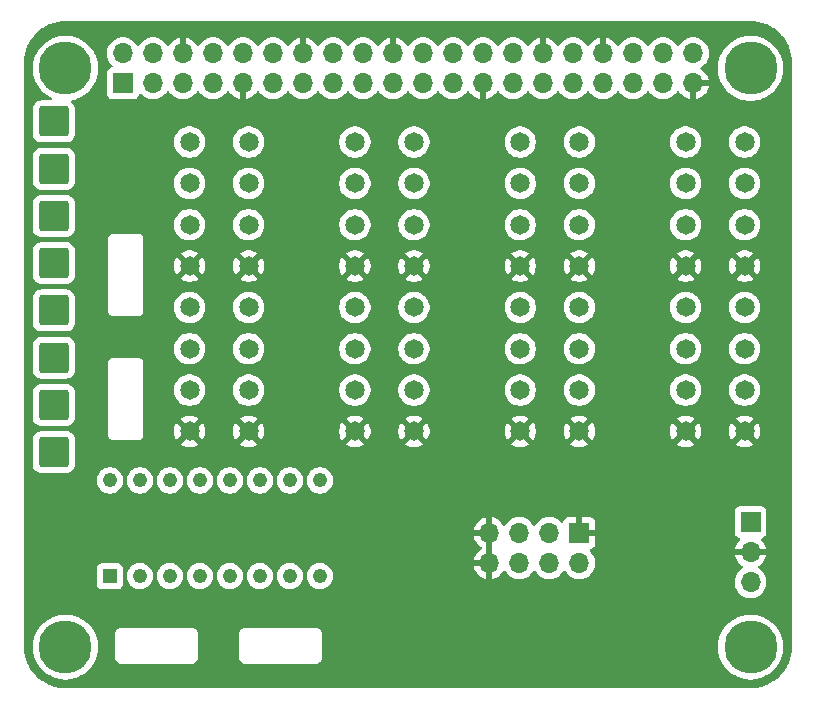
<source format=gbr>
%TF.GenerationSoftware,KiCad,Pcbnew,9.0.2*%
%TF.CreationDate,2025-05-28T22:42:43-04:00*%
%TF.ProjectId,DAQHat Rev A,44415148-6174-4205-9265-7620412e6b69,rev?*%
%TF.SameCoordinates,Original*%
%TF.FileFunction,Copper,L3,Inr*%
%TF.FilePolarity,Positive*%
%FSLAX46Y46*%
G04 Gerber Fmt 4.6, Leading zero omitted, Abs format (unit mm)*
G04 Created by KiCad (PCBNEW 9.0.2) date 2025-05-28 22:42:43*
%MOMM*%
%LPD*%
G01*
G04 APERTURE LIST*
G04 Aperture macros list*
%AMRoundRect*
0 Rectangle with rounded corners*
0 $1 Rounding radius*
0 $2 $3 $4 $5 $6 $7 $8 $9 X,Y pos of 4 corners*
0 Add a 4 corners polygon primitive as box body*
4,1,4,$2,$3,$4,$5,$6,$7,$8,$9,$2,$3,0*
0 Add four circle primitives for the rounded corners*
1,1,$1+$1,$2,$3*
1,1,$1+$1,$4,$5*
1,1,$1+$1,$6,$7*
1,1,$1+$1,$8,$9*
0 Add four rect primitives between the rounded corners*
20,1,$1+$1,$2,$3,$4,$5,0*
20,1,$1+$1,$4,$5,$6,$7,0*
20,1,$1+$1,$6,$7,$8,$9,0*
20,1,$1+$1,$8,$9,$2,$3,0*%
G04 Aperture macros list end*
%TA.AperFunction,ComponentPad*%
%ADD10R,1.700000X1.700000*%
%TD*%
%TA.AperFunction,ComponentPad*%
%ADD11O,1.700000X1.700000*%
%TD*%
%TA.AperFunction,ComponentPad*%
%ADD12C,1.650000*%
%TD*%
%TA.AperFunction,ComponentPad*%
%ADD13RoundRect,0.249999X-1.025001X-1.025001X1.025001X-1.025001X1.025001X1.025001X-1.025001X1.025001X0*%
%TD*%
%TA.AperFunction,ComponentPad*%
%ADD14C,4.500000*%
%TD*%
%TA.AperFunction,ComponentPad*%
%ADD15R,1.220000X1.220000*%
%TD*%
%TA.AperFunction,ComponentPad*%
%ADD16C,1.220000*%
%TD*%
%TA.AperFunction,ViaPad*%
%ADD17C,0.800000*%
%TD*%
G04 APERTURE END LIST*
D10*
%TO.N,GND*%
%TO.C,J4*%
X164000000Y-112800000D03*
D11*
%TO.N,/SCL*%
X164000000Y-115340000D03*
%TO.N,+5V*%
X161460000Y-112800000D03*
%TO.N,/SDA*%
X161460000Y-115340000D03*
%TO.N,+5V*%
X158920000Y-112800000D03*
%TO.N,/3V3*%
X158920000Y-115340000D03*
%TO.N,GND*%
X156380000Y-112800000D03*
X156380000Y-115340000D03*
%TD*%
D12*
%TO.N,+12V*%
%TO.C,J12*%
X150000000Y-79700000D03*
X145000000Y-79700000D03*
%TO.N,/CH2_Vin*%
X150000000Y-83200000D03*
X145000000Y-83200000D03*
%TO.N,/CH2*%
X150000000Y-86700000D03*
X145000000Y-86700000D03*
%TO.N,GND*%
X150000000Y-90200000D03*
X145000000Y-90200000D03*
%TO.N,+12V*%
X150000000Y-93700000D03*
X145000000Y-93700000D03*
%TO.N,/CH3_Vin*%
X150000000Y-97200000D03*
X145000000Y-97200000D03*
%TO.N,/CH3*%
X150000000Y-100700000D03*
X145000000Y-100700000D03*
%TO.N,GND*%
X150000000Y-104200000D03*
X145000000Y-104200000D03*
%TD*%
D13*
%TO.N,/CH6*%
%TO.C,J10*%
X119500000Y-101950000D03*
%TD*%
D12*
%TO.N,+12V*%
%TO.C,J13*%
X164000000Y-79700000D03*
X159000000Y-79700000D03*
%TO.N,/CH4_Vin*%
X164000000Y-83200000D03*
X159000000Y-83200000D03*
%TO.N,/CH4*%
X164000000Y-86700000D03*
X159000000Y-86700000D03*
%TO.N,GND*%
X164000000Y-90200000D03*
X159000000Y-90200000D03*
%TO.N,+12V*%
X164000000Y-93700000D03*
X159000000Y-93700000D03*
%TO.N,/CH5_Vin*%
X164000000Y-97200000D03*
X159000000Y-97200000D03*
%TO.N,/CH5*%
X164000000Y-100700000D03*
X159000000Y-100700000D03*
%TO.N,GND*%
X164000000Y-104200000D03*
X159000000Y-104200000D03*
%TD*%
D13*
%TO.N,/CH7*%
%TO.C,J15*%
X119500000Y-105950000D03*
%TD*%
%TO.N,/CH0*%
%TO.C,J3*%
X119500000Y-77950000D03*
%TD*%
%TO.N,/CH1*%
%TO.C,J5*%
X119500000Y-81950000D03*
%TD*%
%TO.N,/CH5*%
%TO.C,J9*%
X119500000Y-97950000D03*
%TD*%
D14*
%TO.N,N/C*%
%TO.C,H1*%
X178500000Y-73450000D03*
%TD*%
%TO.N,N/C*%
%TO.C,H4*%
X120500000Y-73450000D03*
%TD*%
%TO.N,N/C*%
%TO.C,H3*%
X120500000Y-122450000D03*
%TD*%
D12*
%TO.N,+12V*%
%TO.C,J11*%
X136000000Y-79700000D03*
X131000000Y-79700000D03*
%TO.N,/CH0_Vin*%
X136000000Y-83200000D03*
X131000000Y-83200000D03*
%TO.N,/CH0*%
X136000000Y-86700000D03*
X131000000Y-86700000D03*
%TO.N,GND*%
X136000000Y-90200000D03*
X131000000Y-90200000D03*
%TO.N,+12V*%
X136000000Y-93700000D03*
X131000000Y-93700000D03*
%TO.N,/CH1_Vin*%
X136000000Y-97200000D03*
X131000000Y-97200000D03*
%TO.N,/CH1*%
X136000000Y-100700000D03*
X131000000Y-100700000D03*
%TO.N,GND*%
X136000000Y-104200000D03*
X131000000Y-104200000D03*
%TD*%
D13*
%TO.N,/CH3*%
%TO.C,J7*%
X119500000Y-89950000D03*
%TD*%
D15*
%TO.N,Net-(R1-Pad1)*%
%TO.C,S1*%
X124260000Y-116450000D03*
D16*
%TO.N,/CH0*%
X124260000Y-108350000D03*
%TO.N,Net-(R2-Pad1)*%
X126800000Y-116450000D03*
%TO.N,/CH1*%
X126800000Y-108350000D03*
%TO.N,Net-(R3-Pad1)*%
X129340000Y-116450000D03*
%TO.N,/CH2*%
X129340000Y-108350000D03*
%TO.N,Net-(R4-Pad1)*%
X131880000Y-116450000D03*
%TO.N,/CH3*%
X131880000Y-108350000D03*
%TO.N,Net-(R5-Pad1)*%
X134420000Y-116450000D03*
%TO.N,/CH4*%
X134420000Y-108350000D03*
%TO.N,Net-(R6-Pad1)*%
X136960000Y-116450000D03*
%TO.N,/CH5*%
X136960000Y-108350000D03*
%TO.N,Net-(R9-Pad1)*%
X139500000Y-116450000D03*
%TO.N,/CH6*%
X139500000Y-108350000D03*
%TO.N,Net-(R16-Pad1)*%
X142040000Y-116450000D03*
%TO.N,/CH7*%
X142040000Y-108350000D03*
%TD*%
D13*
%TO.N,/CH4*%
%TO.C,J8*%
X119500000Y-93950000D03*
%TD*%
%TO.N,/CH2*%
%TO.C,J6*%
X119500000Y-85950000D03*
%TD*%
D12*
%TO.N,+12V*%
%TO.C,J14*%
X178000000Y-79700000D03*
X173000000Y-79700000D03*
%TO.N,/CH6_Vin*%
X178000000Y-83200000D03*
X173000000Y-83200000D03*
%TO.N,/CH6*%
X178000000Y-86700000D03*
X173000000Y-86700000D03*
%TO.N,GND*%
X178000000Y-90200000D03*
X173000000Y-90200000D03*
%TO.N,+12V*%
X178000000Y-93700000D03*
X173000000Y-93700000D03*
%TO.N,/CH7_Vin*%
X178000000Y-97200000D03*
X173000000Y-97200000D03*
%TO.N,/CH7*%
X178000000Y-100700000D03*
X173000000Y-100700000D03*
%TO.N,GND*%
X178000000Y-104200000D03*
X173000000Y-104200000D03*
%TD*%
D10*
%TO.N,+5V*%
%TO.C,J1*%
X178500000Y-111870000D03*
D11*
%TO.N,GND*%
X178500000Y-114410000D03*
%TO.N,+12V*%
X178500000Y-116950000D03*
%TD*%
D14*
%TO.N,N/C*%
%TO.C,H2*%
X178500000Y-122450000D03*
%TD*%
D10*
%TO.N,+3V3*%
%TO.C,J2*%
X125370000Y-74720000D03*
D11*
%TO.N,+5V*%
X125370000Y-72180000D03*
%TO.N,unconnected-(J2-Pin_3-Pad3)*%
X127910000Y-74720000D03*
%TO.N,+5V*%
X127910000Y-72180000D03*
%TO.N,unconnected-(J2-Pin_5-Pad5)*%
X130450000Y-74720000D03*
%TO.N,GND*%
X130450000Y-72180000D03*
%TO.N,unconnected-(J2-Pin_7-Pad7)*%
X132990000Y-74720000D03*
%TO.N,unconnected-(J2-Pin_8-Pad8)*%
X132990000Y-72180000D03*
%TO.N,GND*%
X135530000Y-74720000D03*
%TO.N,unconnected-(J2-Pin_10-Pad10)*%
X135530000Y-72180000D03*
%TO.N,unconnected-(J2-Pin_11-Pad11)*%
X138070000Y-74720000D03*
%TO.N,unconnected-(J2-Pin_12-Pad12)*%
X138070000Y-72180000D03*
%TO.N,unconnected-(J2-Pin_13-Pad13)*%
X140610000Y-74720000D03*
%TO.N,GND*%
X140610000Y-72180000D03*
%TO.N,unconnected-(J2-Pin_15-Pad15)*%
X143150000Y-74720000D03*
%TO.N,unconnected-(J2-Pin_16-Pad16)*%
X143150000Y-72180000D03*
%TO.N,unconnected-(J2-Pin_17-Pad17)*%
X145690000Y-74720000D03*
%TO.N,unconnected-(J2-Pin_18-Pad18)*%
X145690000Y-72180000D03*
%TO.N,unconnected-(J2-Pin_19-Pad19)*%
X148230000Y-74720000D03*
%TO.N,GND*%
X148230000Y-72180000D03*
%TO.N,unconnected-(J2-Pin_21-Pad21)*%
X150770000Y-74720000D03*
%TO.N,unconnected-(J2-Pin_22-Pad22)*%
X150770000Y-72180000D03*
%TO.N,unconnected-(J2-Pin_23-Pad23)*%
X153310000Y-74720000D03*
%TO.N,unconnected-(J2-Pin_24-Pad24)*%
X153310000Y-72180000D03*
%TO.N,GND*%
X155850000Y-74720000D03*
%TO.N,unconnected-(J2-Pin_26-Pad26)*%
X155850000Y-72180000D03*
%TO.N,unconnected-(J2-Pin_27-Pad27)*%
X158390000Y-74720000D03*
%TO.N,unconnected-(J2-Pin_28-Pad28)*%
X158390000Y-72180000D03*
%TO.N,unconnected-(J2-Pin_29-Pad29)*%
X160930000Y-74720000D03*
%TO.N,GND*%
X160930000Y-72180000D03*
%TO.N,unconnected-(J2-Pin_31-Pad31)*%
X163470000Y-74720000D03*
%TO.N,unconnected-(J2-Pin_32-Pad32)*%
X163470000Y-72180000D03*
%TO.N,unconnected-(J2-Pin_33-Pad33)*%
X166010000Y-74720000D03*
%TO.N,GND*%
X166010000Y-72180000D03*
%TO.N,unconnected-(J2-Pin_35-Pad35)*%
X168550000Y-74720000D03*
%TO.N,unconnected-(J2-Pin_36-Pad36)*%
X168550000Y-72180000D03*
%TO.N,unconnected-(J2-Pin_37-Pad37)*%
X171090000Y-74720000D03*
%TO.N,unconnected-(J2-Pin_38-Pad38)*%
X171090000Y-72180000D03*
%TO.N,GND*%
X173630000Y-74720000D03*
%TO.N,unconnected-(J2-Pin_40-Pad40)*%
X173630000Y-72180000D03*
%TD*%
D17*
%TO.N,GND*%
X138000000Y-110450000D03*
X125500000Y-109950000D03*
X126000000Y-95950000D03*
X140500000Y-110450000D03*
X143000000Y-110450000D03*
X153000000Y-114450000D03*
X161500000Y-95450000D03*
X126000000Y-85950000D03*
X133500000Y-88450000D03*
X161500000Y-98950000D03*
X174500000Y-122950000D03*
X175500000Y-95450000D03*
X175500000Y-81450000D03*
X161500000Y-89950000D03*
X133500000Y-122450000D03*
X127000000Y-110450000D03*
X147500000Y-121950000D03*
X147500000Y-84950000D03*
X130500000Y-110450000D03*
X133500000Y-84950000D03*
X143500000Y-122450000D03*
X133500000Y-91950000D03*
X171000000Y-122950000D03*
X135500000Y-110450000D03*
X175500000Y-84950000D03*
X153000000Y-116450000D03*
X147500000Y-95450000D03*
X133500000Y-98950000D03*
X123000000Y-118950000D03*
X147500000Y-98950000D03*
X147500000Y-89950000D03*
X175500000Y-98950000D03*
X167000000Y-122950000D03*
X133500000Y-95450000D03*
X175500000Y-89950000D03*
X133000000Y-110450000D03*
X147500000Y-81450000D03*
X119000000Y-117950000D03*
X133500000Y-81450000D03*
%TD*%
%TA.AperFunction,Conductor*%
%TO.N,GND*%
G36*
X156630000Y-114906988D02*
G01*
X156572993Y-114874075D01*
X156445826Y-114840000D01*
X156314174Y-114840000D01*
X156187007Y-114874075D01*
X156130000Y-114906988D01*
X156130000Y-113233012D01*
X156187007Y-113265925D01*
X156314174Y-113300000D01*
X156445826Y-113300000D01*
X156572993Y-113265925D01*
X156630000Y-113233012D01*
X156630000Y-114906988D01*
G37*
%TD.AperFunction*%
%TA.AperFunction,Conductor*%
G36*
X178503032Y-69450648D02*
G01*
X178806846Y-69465574D01*
X178813661Y-69466099D01*
X178882848Y-69473371D01*
X178887986Y-69474022D01*
X179153502Y-69513408D01*
X179161000Y-69514760D01*
X179223686Y-69528084D01*
X179227890Y-69529056D01*
X179494442Y-69595824D01*
X179502604Y-69598170D01*
X179553306Y-69614644D01*
X179556660Y-69615788D01*
X179826065Y-69712184D01*
X179834686Y-69715639D01*
X179865509Y-69729362D01*
X179868053Y-69730530D01*
X180144156Y-69861117D01*
X180154876Y-69866847D01*
X180283431Y-69943900D01*
X180438988Y-70037137D01*
X180449106Y-70043897D01*
X180715170Y-70241224D01*
X180724576Y-70248944D01*
X180970013Y-70471395D01*
X180978604Y-70479986D01*
X181084091Y-70596373D01*
X181201055Y-70725423D01*
X181208775Y-70734829D01*
X181406102Y-71000893D01*
X181412862Y-71011011D01*
X181583144Y-71295110D01*
X181588881Y-71305842D01*
X181719468Y-71581945D01*
X181720652Y-71584525D01*
X181734349Y-71615288D01*
X181737821Y-71623950D01*
X181834185Y-71893267D01*
X181835365Y-71896725D01*
X181851827Y-71947391D01*
X181854180Y-71955578D01*
X181920926Y-72222042D01*
X181921932Y-72226391D01*
X181935229Y-72288948D01*
X181936597Y-72296535D01*
X181975970Y-72561968D01*
X181976633Y-72567201D01*
X181983896Y-72636305D01*
X181984426Y-72643181D01*
X181999351Y-72946967D01*
X181999500Y-72953052D01*
X181999500Y-122446947D01*
X181999351Y-122453032D01*
X181984426Y-122756817D01*
X181983896Y-122763693D01*
X181976633Y-122832797D01*
X181975970Y-122838030D01*
X181936597Y-123103463D01*
X181935229Y-123111050D01*
X181921932Y-123173607D01*
X181920926Y-123177956D01*
X181854180Y-123444420D01*
X181851827Y-123452607D01*
X181835365Y-123503273D01*
X181834185Y-123506731D01*
X181737821Y-123776048D01*
X181734349Y-123784710D01*
X181720652Y-123815473D01*
X181719468Y-123818053D01*
X181588882Y-124094153D01*
X181583146Y-124104884D01*
X181412861Y-124388990D01*
X181406100Y-124399109D01*
X181208775Y-124665170D01*
X181201055Y-124674576D01*
X180978611Y-124920006D01*
X180970006Y-124928611D01*
X180724576Y-125151055D01*
X180715170Y-125158775D01*
X180449109Y-125356100D01*
X180438990Y-125362861D01*
X180154884Y-125533146D01*
X180144153Y-125538882D01*
X179868053Y-125669468D01*
X179865473Y-125670652D01*
X179834710Y-125684349D01*
X179826048Y-125687821D01*
X179556731Y-125784185D01*
X179553273Y-125785365D01*
X179502607Y-125801827D01*
X179494420Y-125804180D01*
X179227956Y-125870926D01*
X179223607Y-125871932D01*
X179161050Y-125885229D01*
X179153463Y-125886597D01*
X178888030Y-125925970D01*
X178882797Y-125926633D01*
X178813693Y-125933896D01*
X178806817Y-125934426D01*
X178503033Y-125949351D01*
X178496948Y-125949500D01*
X120503052Y-125949500D01*
X120496967Y-125949351D01*
X120193181Y-125934426D01*
X120186305Y-125933896D01*
X120117201Y-125926633D01*
X120111968Y-125925970D01*
X119846535Y-125886597D01*
X119838948Y-125885229D01*
X119776391Y-125871932D01*
X119772042Y-125870926D01*
X119505578Y-125804180D01*
X119497391Y-125801827D01*
X119446725Y-125785365D01*
X119443267Y-125784185D01*
X119173950Y-125687821D01*
X119165288Y-125684349D01*
X119134525Y-125670652D01*
X119131945Y-125669468D01*
X118855842Y-125538881D01*
X118845110Y-125533144D01*
X118561011Y-125362862D01*
X118550893Y-125356102D01*
X118284829Y-125158775D01*
X118275423Y-125151055D01*
X118160426Y-125046828D01*
X118029986Y-124928604D01*
X118021395Y-124920013D01*
X117798944Y-124674576D01*
X117791224Y-124665170D01*
X117593897Y-124399106D01*
X117587137Y-124388988D01*
X117525213Y-124285674D01*
X117416847Y-124104876D01*
X117411117Y-124094156D01*
X117280530Y-123818053D01*
X117279346Y-123815473D01*
X117265639Y-123784686D01*
X117262184Y-123776065D01*
X117165788Y-123506660D01*
X117164644Y-123503306D01*
X117148170Y-123452604D01*
X117145824Y-123444442D01*
X117079056Y-123177890D01*
X117078084Y-123173686D01*
X117064760Y-123111000D01*
X117063408Y-123103502D01*
X117024022Y-122837986D01*
X117023371Y-122832848D01*
X117016099Y-122763661D01*
X117015574Y-122756846D01*
X117000649Y-122453032D01*
X117000500Y-122446948D01*
X117000500Y-122295528D01*
X117749500Y-122295528D01*
X117749500Y-122604471D01*
X117784086Y-122911437D01*
X117784089Y-122911455D01*
X117852831Y-123212635D01*
X117852835Y-123212647D01*
X117954862Y-123504222D01*
X117954868Y-123504236D01*
X118088903Y-123782562D01*
X118115836Y-123825425D01*
X118253265Y-124044143D01*
X118445880Y-124285674D01*
X118664326Y-124504120D01*
X118905857Y-124696735D01*
X119167435Y-124861095D01*
X119445771Y-124995135D01*
X119445777Y-124995137D01*
X119737352Y-125097164D01*
X119737364Y-125097168D01*
X120038548Y-125165911D01*
X120038554Y-125165911D01*
X120038562Y-125165913D01*
X120243206Y-125188970D01*
X120345529Y-125200499D01*
X120345532Y-125200500D01*
X120345535Y-125200500D01*
X120654468Y-125200500D01*
X120654469Y-125200499D01*
X120811356Y-125182822D01*
X120961437Y-125165913D01*
X120961442Y-125165912D01*
X120961452Y-125165911D01*
X121262636Y-125097168D01*
X121554229Y-124995135D01*
X121832565Y-124861095D01*
X122094143Y-124696735D01*
X122335674Y-124504120D01*
X122554120Y-124285674D01*
X122746735Y-124044143D01*
X122911095Y-123782565D01*
X123045135Y-123504229D01*
X123097234Y-123355339D01*
X123116348Y-123300716D01*
X124701888Y-123300716D01*
X124701889Y-123408402D01*
X124701890Y-123408410D01*
X124726987Y-123518356D01*
X124726993Y-123518373D01*
X124731823Y-123528400D01*
X124731826Y-123528405D01*
X124736869Y-123538878D01*
X124738308Y-123544246D01*
X124745217Y-123556213D01*
X124747232Y-123560396D01*
X124775931Y-123619985D01*
X124792262Y-123640462D01*
X124792263Y-123640463D01*
X124798056Y-123647727D01*
X124803879Y-123657812D01*
X124814838Y-123668771D01*
X124819181Y-123674216D01*
X124846249Y-123708156D01*
X124846255Y-123708164D01*
X124880206Y-123735237D01*
X124880205Y-123735237D01*
X124885651Y-123739580D01*
X124896609Y-123750537D01*
X124906690Y-123756357D01*
X124913950Y-123762146D01*
X124913954Y-123762149D01*
X124934439Y-123778484D01*
X124998210Y-123809192D01*
X125010179Y-123816102D01*
X125015543Y-123817538D01*
X125019160Y-123819280D01*
X125026016Y-123822582D01*
X125026019Y-123822583D01*
X125036060Y-123827418D01*
X125036064Y-123827418D01*
X125036067Y-123827420D01*
X125067622Y-123834621D01*
X125146022Y-123852513D01*
X125202416Y-123852511D01*
X125202916Y-123852511D01*
X131151050Y-123852511D01*
X131151073Y-123852517D01*
X131202416Y-123852515D01*
X131202416Y-123852516D01*
X131258809Y-123852514D01*
X131368766Y-123827415D01*
X131390104Y-123817138D01*
X131394580Y-123815940D01*
X131404567Y-123810173D01*
X131470381Y-123778477D01*
X131499017Y-123755639D01*
X131508105Y-123750394D01*
X131517983Y-123740514D01*
X131558559Y-123708156D01*
X131590919Y-123667577D01*
X131600797Y-123657701D01*
X131606043Y-123648612D01*
X131628880Y-123619977D01*
X131660569Y-123554172D01*
X131666342Y-123544176D01*
X131667542Y-123539694D01*
X131677816Y-123518361D01*
X131702915Y-123408404D01*
X131702916Y-123352011D01*
X131702916Y-123351511D01*
X131702916Y-123304115D01*
X135204549Y-123304115D01*
X135204559Y-123411739D01*
X135204559Y-123411744D01*
X135229665Y-123521698D01*
X135229666Y-123521700D01*
X135234769Y-123532295D01*
X135234994Y-123532761D01*
X135234995Y-123532763D01*
X135240039Y-123543237D01*
X135241182Y-123547499D01*
X135246668Y-123557000D01*
X135248680Y-123561177D01*
X135253929Y-123572075D01*
X135278610Y-123623317D01*
X135301624Y-123652172D01*
X135306730Y-123661015D01*
X135316340Y-123670624D01*
X135320681Y-123676067D01*
X135320681Y-123676068D01*
X135348935Y-123711493D01*
X135348937Y-123711495D01*
X135348938Y-123711496D01*
X135389812Y-123744089D01*
X135399423Y-123753699D01*
X135408263Y-123758802D01*
X135415532Y-123764599D01*
X135415532Y-123764600D01*
X135437118Y-123781812D01*
X135437128Y-123781818D01*
X135452461Y-123789201D01*
X135503455Y-123813757D01*
X135512945Y-123819236D01*
X135517201Y-123820376D01*
X135527690Y-123825427D01*
X135538739Y-123830748D01*
X135538740Y-123830748D01*
X135538744Y-123830750D01*
X135648706Y-123855846D01*
X135648709Y-123855846D01*
X141717197Y-123855846D01*
X141717415Y-123855801D01*
X141761491Y-123855801D01*
X141871442Y-123830707D01*
X141892533Y-123820550D01*
X141897275Y-123819280D01*
X141903846Y-123815486D01*
X141912000Y-123811175D01*
X141973054Y-123781776D01*
X142001431Y-123759147D01*
X142010807Y-123753736D01*
X142020997Y-123743545D01*
X142061231Y-123711463D01*
X142093314Y-123671235D01*
X142103509Y-123661043D01*
X142108925Y-123651662D01*
X142131552Y-123623292D01*
X142162964Y-123558075D01*
X142169062Y-123547517D01*
X142170330Y-123542781D01*
X142180492Y-123521685D01*
X142205596Y-123411736D01*
X142205601Y-123355346D01*
X142205601Y-123354846D01*
X142205601Y-122295528D01*
X175749500Y-122295528D01*
X175749500Y-122604471D01*
X175784086Y-122911437D01*
X175784089Y-122911455D01*
X175852831Y-123212635D01*
X175852835Y-123212647D01*
X175954862Y-123504222D01*
X175954868Y-123504236D01*
X176088903Y-123782562D01*
X176115836Y-123825425D01*
X176253265Y-124044143D01*
X176445880Y-124285674D01*
X176664326Y-124504120D01*
X176905857Y-124696735D01*
X177167435Y-124861095D01*
X177445771Y-124995135D01*
X177445777Y-124995137D01*
X177737352Y-125097164D01*
X177737364Y-125097168D01*
X178038548Y-125165911D01*
X178038554Y-125165911D01*
X178038562Y-125165913D01*
X178243206Y-125188970D01*
X178345529Y-125200499D01*
X178345532Y-125200500D01*
X178345535Y-125200500D01*
X178654468Y-125200500D01*
X178654469Y-125200499D01*
X178811356Y-125182822D01*
X178961437Y-125165913D01*
X178961442Y-125165912D01*
X178961452Y-125165911D01*
X179262636Y-125097168D01*
X179554229Y-124995135D01*
X179832565Y-124861095D01*
X180094143Y-124696735D01*
X180335674Y-124504120D01*
X180554120Y-124285674D01*
X180746735Y-124044143D01*
X180911095Y-123782565D01*
X181045135Y-123504229D01*
X181147168Y-123212636D01*
X181215911Y-122911452D01*
X181250500Y-122604465D01*
X181250500Y-122295535D01*
X181215911Y-121988548D01*
X181147168Y-121687364D01*
X181045135Y-121395771D01*
X180911095Y-121117435D01*
X180746735Y-120855857D01*
X180554120Y-120614326D01*
X180335674Y-120395880D01*
X180094143Y-120203265D01*
X179832565Y-120038905D01*
X179832562Y-120038903D01*
X179554236Y-119904868D01*
X179554222Y-119904862D01*
X179262647Y-119802835D01*
X179262635Y-119802831D01*
X178961455Y-119734089D01*
X178961437Y-119734086D01*
X178654471Y-119699500D01*
X178654465Y-119699500D01*
X178345535Y-119699500D01*
X178345528Y-119699500D01*
X178038562Y-119734086D01*
X178038544Y-119734089D01*
X177737364Y-119802831D01*
X177737352Y-119802835D01*
X177445777Y-119904862D01*
X177445763Y-119904868D01*
X177167437Y-120038903D01*
X176905858Y-120203264D01*
X176664326Y-120395879D01*
X176445879Y-120614326D01*
X176253264Y-120855858D01*
X176088903Y-121117437D01*
X175954868Y-121395763D01*
X175954862Y-121395777D01*
X175852835Y-121687352D01*
X175852831Y-121687364D01*
X175784089Y-121988544D01*
X175784086Y-121988562D01*
X175749500Y-122295528D01*
X142205601Y-122295528D01*
X142205601Y-121355139D01*
X142205601Y-121343175D01*
X142205555Y-121342951D01*
X142205559Y-121298955D01*
X142180472Y-121188999D01*
X142170766Y-121168842D01*
X142169226Y-121163091D01*
X142168346Y-121161566D01*
X142164139Y-121154278D01*
X142159807Y-121146080D01*
X142131545Y-121087385D01*
X142131544Y-121087384D01*
X142131544Y-121087383D01*
X142115519Y-121067285D01*
X142109726Y-121060020D01*
X142103659Y-121049510D01*
X142092234Y-121038084D01*
X142087894Y-121032641D01*
X142081296Y-121024366D01*
X142061231Y-120999203D01*
X142061229Y-120999201D01*
X142061228Y-120999200D01*
X142027794Y-120972535D01*
X142027794Y-120972534D01*
X142022347Y-120968190D01*
X142010928Y-120956770D01*
X142000413Y-120950698D01*
X141993586Y-120945254D01*
X141973057Y-120928881D01*
X141917195Y-120901977D01*
X141914365Y-120900614D01*
X141910182Y-120898599D01*
X141897353Y-120891192D01*
X141891600Y-120889650D01*
X141881124Y-120884605D01*
X141881123Y-120884604D01*
X141871447Y-120879944D01*
X141820740Y-120868370D01*
X141761492Y-120854846D01*
X141761489Y-120854846D01*
X135756508Y-120854846D01*
X135756355Y-120854801D01*
X135705101Y-120854801D01*
X135648705Y-120854801D01*
X135557544Y-120875608D01*
X135538736Y-120879902D01*
X135528605Y-120884780D01*
X135528606Y-120884781D01*
X135518133Y-120889824D01*
X135512867Y-120891236D01*
X135501120Y-120898018D01*
X135496931Y-120900036D01*
X135496929Y-120900036D01*
X135437120Y-120928841D01*
X135416540Y-120945254D01*
X135409270Y-120951051D01*
X135399302Y-120956807D01*
X135388472Y-120967637D01*
X135383021Y-120971985D01*
X135348943Y-120999165D01*
X135348938Y-120999170D01*
X135321760Y-121033253D01*
X135317419Y-121038697D01*
X135306579Y-121049538D01*
X135300820Y-121059513D01*
X135295027Y-121066779D01*
X135278619Y-121087355D01*
X135249823Y-121147160D01*
X135247804Y-121151352D01*
X135241018Y-121163108D01*
X135239607Y-121168375D01*
X135234566Y-121178844D01*
X135234565Y-121178850D01*
X135229686Y-121188983D01*
X135204596Y-121298948D01*
X135204595Y-121298954D01*
X135204601Y-121355345D01*
X135204601Y-123303938D01*
X135204549Y-123304115D01*
X131702916Y-123304115D01*
X131702916Y-121351804D01*
X131702916Y-121339873D01*
X131702889Y-121339743D01*
X131702890Y-121295620D01*
X131677797Y-121185664D01*
X131667597Y-121164483D01*
X131666353Y-121159838D01*
X131662680Y-121153477D01*
X131658363Y-121145308D01*
X131628865Y-121084050D01*
X131606163Y-121055581D01*
X131600809Y-121046307D01*
X131590728Y-121036225D01*
X131586385Y-121030779D01*
X131558551Y-120995874D01*
X131558549Y-120995872D01*
X131558548Y-120995871D01*
X131518199Y-120963692D01*
X131508115Y-120953607D01*
X131498837Y-120948250D01*
X131491576Y-120942459D01*
X131491571Y-120942456D01*
X131470373Y-120925550D01*
X131404944Y-120894038D01*
X131394587Y-120888058D01*
X131389944Y-120886813D01*
X131379468Y-120881768D01*
X131379467Y-120881767D01*
X131368767Y-120876614D01*
X131368759Y-120876611D01*
X131309003Y-120862971D01*
X131258807Y-120851513D01*
X131258804Y-120851512D01*
X131258802Y-120851512D01*
X131202625Y-120851511D01*
X131202623Y-120851511D01*
X125202209Y-120851511D01*
X125193487Y-120851511D01*
X125193467Y-120851514D01*
X125146023Y-120851514D01*
X125036064Y-120876609D01*
X125015706Y-120886412D01*
X125010172Y-120887895D01*
X125008511Y-120888853D01*
X125008509Y-120888854D01*
X125001836Y-120892706D01*
X124993653Y-120897030D01*
X124934446Y-120925543D01*
X124914134Y-120941741D01*
X124914133Y-120941742D01*
X124906865Y-120947536D01*
X124896599Y-120953464D01*
X124885449Y-120964613D01*
X124879997Y-120968961D01*
X124879996Y-120968963D01*
X124846266Y-120995863D01*
X124846260Y-120995869D01*
X124819373Y-121029582D01*
X124819374Y-121029583D01*
X124815022Y-121035039D01*
X124803867Y-121046195D01*
X124797940Y-121056460D01*
X124792148Y-121063724D01*
X124792144Y-121063731D01*
X124775947Y-121084041D01*
X124747435Y-121143241D01*
X124747436Y-121143242D01*
X124745417Y-121147434D01*
X124738297Y-121159767D01*
X124736815Y-121165296D01*
X124731772Y-121175770D01*
X124727010Y-121185658D01*
X124701915Y-121295618D01*
X124701915Y-121295620D01*
X124701916Y-121352011D01*
X124701916Y-123300621D01*
X124701888Y-123300716D01*
X123116348Y-123300716D01*
X123130702Y-123259695D01*
X123147164Y-123212647D01*
X123147168Y-123212635D01*
X123170354Y-123111050D01*
X123215911Y-122911452D01*
X123250500Y-122604465D01*
X123250500Y-122295535D01*
X123215911Y-121988548D01*
X123147168Y-121687364D01*
X123045135Y-121395771D01*
X122911095Y-121117435D01*
X122746735Y-120855857D01*
X122554120Y-120614326D01*
X122335674Y-120395880D01*
X122094143Y-120203265D01*
X121832565Y-120038905D01*
X121832562Y-120038903D01*
X121554236Y-119904868D01*
X121554222Y-119904862D01*
X121262647Y-119802835D01*
X121262635Y-119802831D01*
X120961455Y-119734089D01*
X120961437Y-119734086D01*
X120654471Y-119699500D01*
X120654465Y-119699500D01*
X120345535Y-119699500D01*
X120345528Y-119699500D01*
X120038562Y-119734086D01*
X120038544Y-119734089D01*
X119737364Y-119802831D01*
X119737352Y-119802835D01*
X119445777Y-119904862D01*
X119445763Y-119904868D01*
X119167437Y-120038903D01*
X118905858Y-120203264D01*
X118664326Y-120395879D01*
X118445879Y-120614326D01*
X118253264Y-120855858D01*
X118088903Y-121117437D01*
X117954868Y-121395763D01*
X117954862Y-121395777D01*
X117852835Y-121687352D01*
X117852831Y-121687364D01*
X117784089Y-121988544D01*
X117784086Y-121988562D01*
X117749500Y-122295528D01*
X117000500Y-122295528D01*
X117000500Y-115792135D01*
X123149500Y-115792135D01*
X123149500Y-117107870D01*
X123149501Y-117107876D01*
X123155908Y-117167483D01*
X123206202Y-117302328D01*
X123206206Y-117302335D01*
X123292452Y-117417544D01*
X123292455Y-117417547D01*
X123407664Y-117503793D01*
X123407671Y-117503797D01*
X123542517Y-117554091D01*
X123542516Y-117554091D01*
X123549444Y-117554835D01*
X123602127Y-117560500D01*
X124917872Y-117560499D01*
X124977483Y-117554091D01*
X125112331Y-117503796D01*
X125227546Y-117417546D01*
X125313796Y-117302331D01*
X125364091Y-117167483D01*
X125370500Y-117107873D01*
X125370499Y-116362596D01*
X125689500Y-116362596D01*
X125689500Y-116537403D01*
X125716843Y-116710043D01*
X125770860Y-116876288D01*
X125850215Y-117032029D01*
X125952958Y-117173442D01*
X126076558Y-117297042D01*
X126217971Y-117399785D01*
X126252829Y-117417546D01*
X126373711Y-117479139D01*
X126373713Y-117479139D01*
X126373716Y-117479141D01*
X126462825Y-117508094D01*
X126539956Y-117533156D01*
X126712597Y-117560500D01*
X126712602Y-117560500D01*
X126887403Y-117560500D01*
X127060043Y-117533156D01*
X127226284Y-117479141D01*
X127382029Y-117399785D01*
X127523442Y-117297042D01*
X127647042Y-117173442D01*
X127749785Y-117032029D01*
X127829141Y-116876284D01*
X127883156Y-116710043D01*
X127895238Y-116633760D01*
X127910500Y-116537403D01*
X127910500Y-116362596D01*
X128229500Y-116362596D01*
X128229500Y-116537403D01*
X128256843Y-116710043D01*
X128310860Y-116876288D01*
X128390215Y-117032029D01*
X128492958Y-117173442D01*
X128616558Y-117297042D01*
X128757971Y-117399785D01*
X128792829Y-117417546D01*
X128913711Y-117479139D01*
X128913713Y-117479139D01*
X128913716Y-117479141D01*
X129002825Y-117508094D01*
X129079956Y-117533156D01*
X129252597Y-117560500D01*
X129252602Y-117560500D01*
X129427403Y-117560500D01*
X129600043Y-117533156D01*
X129766284Y-117479141D01*
X129922029Y-117399785D01*
X130063442Y-117297042D01*
X130187042Y-117173442D01*
X130289785Y-117032029D01*
X130369141Y-116876284D01*
X130423156Y-116710043D01*
X130435238Y-116633760D01*
X130450500Y-116537403D01*
X130450500Y-116362596D01*
X130769500Y-116362596D01*
X130769500Y-116537403D01*
X130796843Y-116710043D01*
X130850860Y-116876288D01*
X130930215Y-117032029D01*
X131032958Y-117173442D01*
X131156558Y-117297042D01*
X131297971Y-117399785D01*
X131332829Y-117417546D01*
X131453711Y-117479139D01*
X131453713Y-117479139D01*
X131453716Y-117479141D01*
X131542825Y-117508094D01*
X131619956Y-117533156D01*
X131792597Y-117560500D01*
X131792602Y-117560500D01*
X131967403Y-117560500D01*
X132140043Y-117533156D01*
X132306284Y-117479141D01*
X132462029Y-117399785D01*
X132603442Y-117297042D01*
X132727042Y-117173442D01*
X132829785Y-117032029D01*
X132909141Y-116876284D01*
X132963156Y-116710043D01*
X132975238Y-116633760D01*
X132990500Y-116537403D01*
X132990500Y-116362596D01*
X133309500Y-116362596D01*
X133309500Y-116537403D01*
X133336843Y-116710043D01*
X133390860Y-116876288D01*
X133470215Y-117032029D01*
X133572958Y-117173442D01*
X133696558Y-117297042D01*
X133837971Y-117399785D01*
X133872829Y-117417546D01*
X133993711Y-117479139D01*
X133993713Y-117479139D01*
X133993716Y-117479141D01*
X134082825Y-117508094D01*
X134159956Y-117533156D01*
X134332597Y-117560500D01*
X134332602Y-117560500D01*
X134507403Y-117560500D01*
X134680043Y-117533156D01*
X134846284Y-117479141D01*
X135002029Y-117399785D01*
X135143442Y-117297042D01*
X135267042Y-117173442D01*
X135369785Y-117032029D01*
X135449141Y-116876284D01*
X135503156Y-116710043D01*
X135515238Y-116633760D01*
X135530500Y-116537403D01*
X135530500Y-116362596D01*
X135849500Y-116362596D01*
X135849500Y-116537403D01*
X135876843Y-116710043D01*
X135930860Y-116876288D01*
X136010215Y-117032029D01*
X136112958Y-117173442D01*
X136236558Y-117297042D01*
X136377971Y-117399785D01*
X136412829Y-117417546D01*
X136533711Y-117479139D01*
X136533713Y-117479139D01*
X136533716Y-117479141D01*
X136622825Y-117508094D01*
X136699956Y-117533156D01*
X136872597Y-117560500D01*
X136872602Y-117560500D01*
X137047403Y-117560500D01*
X137220043Y-117533156D01*
X137386284Y-117479141D01*
X137542029Y-117399785D01*
X137683442Y-117297042D01*
X137807042Y-117173442D01*
X137909785Y-117032029D01*
X137989141Y-116876284D01*
X138043156Y-116710043D01*
X138055238Y-116633760D01*
X138070500Y-116537403D01*
X138070500Y-116362596D01*
X138389500Y-116362596D01*
X138389500Y-116537403D01*
X138416843Y-116710043D01*
X138470860Y-116876288D01*
X138550215Y-117032029D01*
X138652958Y-117173442D01*
X138776558Y-117297042D01*
X138917971Y-117399785D01*
X138952829Y-117417546D01*
X139073711Y-117479139D01*
X139073713Y-117479139D01*
X139073716Y-117479141D01*
X139162825Y-117508094D01*
X139239956Y-117533156D01*
X139412597Y-117560500D01*
X139412602Y-117560500D01*
X139587403Y-117560500D01*
X139760043Y-117533156D01*
X139926284Y-117479141D01*
X140082029Y-117399785D01*
X140223442Y-117297042D01*
X140347042Y-117173442D01*
X140449785Y-117032029D01*
X140529141Y-116876284D01*
X140583156Y-116710043D01*
X140595238Y-116633760D01*
X140610500Y-116537403D01*
X140610500Y-116362596D01*
X140929500Y-116362596D01*
X140929500Y-116537403D01*
X140956843Y-116710043D01*
X141010860Y-116876288D01*
X141090215Y-117032029D01*
X141192958Y-117173442D01*
X141316558Y-117297042D01*
X141457971Y-117399785D01*
X141492829Y-117417546D01*
X141613711Y-117479139D01*
X141613713Y-117479139D01*
X141613716Y-117479141D01*
X141702825Y-117508094D01*
X141779956Y-117533156D01*
X141952597Y-117560500D01*
X141952602Y-117560500D01*
X142127403Y-117560500D01*
X142300043Y-117533156D01*
X142466284Y-117479141D01*
X142622029Y-117399785D01*
X142763442Y-117297042D01*
X142887042Y-117173442D01*
X142989785Y-117032029D01*
X143069141Y-116876284D01*
X143123156Y-116710043D01*
X143135238Y-116633760D01*
X143150500Y-116537403D01*
X143150500Y-116362596D01*
X143123156Y-116189956D01*
X143076972Y-116047817D01*
X143069141Y-116023716D01*
X143069139Y-116023713D01*
X143069139Y-116023711D01*
X142989784Y-115867970D01*
X142982698Y-115858217D01*
X142887042Y-115726558D01*
X142763442Y-115602958D01*
X142622029Y-115500215D01*
X142587173Y-115482455D01*
X142466288Y-115420860D01*
X142300043Y-115366843D01*
X142127403Y-115339500D01*
X142127398Y-115339500D01*
X141952602Y-115339500D01*
X141952597Y-115339500D01*
X141779956Y-115366843D01*
X141613711Y-115420860D01*
X141457970Y-115500215D01*
X141412856Y-115532993D01*
X141316558Y-115602958D01*
X141316556Y-115602960D01*
X141316555Y-115602960D01*
X141192960Y-115726555D01*
X141192960Y-115726556D01*
X141192958Y-115726558D01*
X141188629Y-115732517D01*
X141090215Y-115867970D01*
X141010860Y-116023711D01*
X140956843Y-116189956D01*
X140929500Y-116362596D01*
X140610500Y-116362596D01*
X140583156Y-116189956D01*
X140536972Y-116047817D01*
X140529141Y-116023716D01*
X140529139Y-116023713D01*
X140529139Y-116023711D01*
X140449784Y-115867970D01*
X140442698Y-115858217D01*
X140347042Y-115726558D01*
X140223442Y-115602958D01*
X140082029Y-115500215D01*
X140047173Y-115482455D01*
X139926288Y-115420860D01*
X139760043Y-115366843D01*
X139587403Y-115339500D01*
X139587398Y-115339500D01*
X139412602Y-115339500D01*
X139412597Y-115339500D01*
X139239956Y-115366843D01*
X139073711Y-115420860D01*
X138917970Y-115500215D01*
X138872856Y-115532993D01*
X138776558Y-115602958D01*
X138776556Y-115602960D01*
X138776555Y-115602960D01*
X138652960Y-115726555D01*
X138652960Y-115726556D01*
X138652958Y-115726558D01*
X138648629Y-115732517D01*
X138550215Y-115867970D01*
X138470860Y-116023711D01*
X138416843Y-116189956D01*
X138389500Y-116362596D01*
X138070500Y-116362596D01*
X138043156Y-116189956D01*
X137996972Y-116047817D01*
X137989141Y-116023716D01*
X137989139Y-116023713D01*
X137989139Y-116023711D01*
X137909784Y-115867970D01*
X137902698Y-115858217D01*
X137807042Y-115726558D01*
X137683442Y-115602958D01*
X137542029Y-115500215D01*
X137507173Y-115482455D01*
X137386288Y-115420860D01*
X137220043Y-115366843D01*
X137047403Y-115339500D01*
X137047398Y-115339500D01*
X136872602Y-115339500D01*
X136872597Y-115339500D01*
X136699956Y-115366843D01*
X136533711Y-115420860D01*
X136377970Y-115500215D01*
X136332856Y-115532993D01*
X136236558Y-115602958D01*
X136236556Y-115602960D01*
X136236555Y-115602960D01*
X136112960Y-115726555D01*
X136112960Y-115726556D01*
X136112958Y-115726558D01*
X136108629Y-115732517D01*
X136010215Y-115867970D01*
X135930860Y-116023711D01*
X135876843Y-116189956D01*
X135849500Y-116362596D01*
X135530500Y-116362596D01*
X135503156Y-116189956D01*
X135456972Y-116047817D01*
X135449141Y-116023716D01*
X135449139Y-116023713D01*
X135449139Y-116023711D01*
X135369784Y-115867970D01*
X135362698Y-115858217D01*
X135267042Y-115726558D01*
X135143442Y-115602958D01*
X135002029Y-115500215D01*
X134967173Y-115482455D01*
X134846288Y-115420860D01*
X134680043Y-115366843D01*
X134507403Y-115339500D01*
X134507398Y-115339500D01*
X134332602Y-115339500D01*
X134332597Y-115339500D01*
X134159956Y-115366843D01*
X133993711Y-115420860D01*
X133837970Y-115500215D01*
X133792856Y-115532993D01*
X133696558Y-115602958D01*
X133696556Y-115602960D01*
X133696555Y-115602960D01*
X133572960Y-115726555D01*
X133572960Y-115726556D01*
X133572958Y-115726558D01*
X133568629Y-115732517D01*
X133470215Y-115867970D01*
X133390860Y-116023711D01*
X133336843Y-116189956D01*
X133309500Y-116362596D01*
X132990500Y-116362596D01*
X132963156Y-116189956D01*
X132916972Y-116047817D01*
X132909141Y-116023716D01*
X132909139Y-116023713D01*
X132909139Y-116023711D01*
X132829784Y-115867970D01*
X132822698Y-115858217D01*
X132727042Y-115726558D01*
X132603442Y-115602958D01*
X132462029Y-115500215D01*
X132427173Y-115482455D01*
X132306288Y-115420860D01*
X132140043Y-115366843D01*
X131967403Y-115339500D01*
X131967398Y-115339500D01*
X131792602Y-115339500D01*
X131792597Y-115339500D01*
X131619956Y-115366843D01*
X131453711Y-115420860D01*
X131297970Y-115500215D01*
X131252856Y-115532993D01*
X131156558Y-115602958D01*
X131156556Y-115602960D01*
X131156555Y-115602960D01*
X131032960Y-115726555D01*
X131032960Y-115726556D01*
X131032958Y-115726558D01*
X131028629Y-115732517D01*
X130930215Y-115867970D01*
X130850860Y-116023711D01*
X130796843Y-116189956D01*
X130769500Y-116362596D01*
X130450500Y-116362596D01*
X130423156Y-116189956D01*
X130376972Y-116047817D01*
X130369141Y-116023716D01*
X130369139Y-116023713D01*
X130369139Y-116023711D01*
X130289784Y-115867970D01*
X130282698Y-115858217D01*
X130187042Y-115726558D01*
X130063442Y-115602958D01*
X129922029Y-115500215D01*
X129887173Y-115482455D01*
X129766288Y-115420860D01*
X129600043Y-115366843D01*
X129427403Y-115339500D01*
X129427398Y-115339500D01*
X129252602Y-115339500D01*
X129252597Y-115339500D01*
X129079956Y-115366843D01*
X128913711Y-115420860D01*
X128757970Y-115500215D01*
X128712856Y-115532993D01*
X128616558Y-115602958D01*
X128616556Y-115602960D01*
X128616555Y-115602960D01*
X128492960Y-115726555D01*
X128492960Y-115726556D01*
X128492958Y-115726558D01*
X128488629Y-115732517D01*
X128390215Y-115867970D01*
X128310860Y-116023711D01*
X128256843Y-116189956D01*
X128229500Y-116362596D01*
X127910500Y-116362596D01*
X127883156Y-116189956D01*
X127836972Y-116047817D01*
X127829141Y-116023716D01*
X127829139Y-116023713D01*
X127829139Y-116023711D01*
X127749784Y-115867970D01*
X127742698Y-115858217D01*
X127647042Y-115726558D01*
X127523442Y-115602958D01*
X127382029Y-115500215D01*
X127347173Y-115482455D01*
X127226288Y-115420860D01*
X127060043Y-115366843D01*
X126887403Y-115339500D01*
X126887398Y-115339500D01*
X126712602Y-115339500D01*
X126712597Y-115339500D01*
X126539956Y-115366843D01*
X126373711Y-115420860D01*
X126217970Y-115500215D01*
X126172856Y-115532993D01*
X126076558Y-115602958D01*
X126076556Y-115602960D01*
X126076555Y-115602960D01*
X125952960Y-115726555D01*
X125952960Y-115726556D01*
X125952958Y-115726558D01*
X125948629Y-115732517D01*
X125850215Y-115867970D01*
X125770860Y-116023711D01*
X125716843Y-116189956D01*
X125689500Y-116362596D01*
X125370499Y-116362596D01*
X125370499Y-115792128D01*
X125364091Y-115732517D01*
X125361868Y-115726558D01*
X125313797Y-115597671D01*
X125313793Y-115597664D01*
X125227547Y-115482455D01*
X125227544Y-115482452D01*
X125112335Y-115396206D01*
X125112328Y-115396202D01*
X124977482Y-115345908D01*
X124977483Y-115345908D01*
X124917883Y-115339501D01*
X124917881Y-115339500D01*
X124917873Y-115339500D01*
X124917864Y-115339500D01*
X123602129Y-115339500D01*
X123602123Y-115339501D01*
X123542516Y-115345908D01*
X123407671Y-115396202D01*
X123407664Y-115396206D01*
X123292455Y-115482452D01*
X123292452Y-115482455D01*
X123206206Y-115597664D01*
X123206202Y-115597671D01*
X123155908Y-115732517D01*
X123149707Y-115790202D01*
X123149501Y-115792123D01*
X123149500Y-115792135D01*
X117000500Y-115792135D01*
X117000500Y-112550000D01*
X155052769Y-112550000D01*
X155946988Y-112550000D01*
X155914075Y-112607007D01*
X155880000Y-112734174D01*
X155880000Y-112865826D01*
X155914075Y-112992993D01*
X155946988Y-113050000D01*
X155052769Y-113050000D01*
X155063242Y-113116126D01*
X155063242Y-113116129D01*
X155128904Y-113318217D01*
X155225379Y-113507557D01*
X155350272Y-113679459D01*
X155350276Y-113679464D01*
X155500535Y-113829723D01*
X155500540Y-113829727D01*
X155672444Y-113954622D01*
X155682048Y-113959516D01*
X155732844Y-114007491D01*
X155749638Y-114075312D01*
X155727100Y-114141447D01*
X155682048Y-114180484D01*
X155672444Y-114185377D01*
X155500540Y-114310272D01*
X155500535Y-114310276D01*
X155350276Y-114460535D01*
X155350272Y-114460540D01*
X155225379Y-114632442D01*
X155128904Y-114821782D01*
X155063242Y-115023870D01*
X155063242Y-115023873D01*
X155052769Y-115090000D01*
X155946988Y-115090000D01*
X155914075Y-115147007D01*
X155880000Y-115274174D01*
X155880000Y-115405826D01*
X155914075Y-115532993D01*
X155946988Y-115590000D01*
X155052769Y-115590000D01*
X155063242Y-115656126D01*
X155063242Y-115656129D01*
X155128904Y-115858217D01*
X155225379Y-116047557D01*
X155350272Y-116219459D01*
X155350276Y-116219464D01*
X155500535Y-116369723D01*
X155500540Y-116369727D01*
X155672442Y-116494620D01*
X155861782Y-116591095D01*
X156063871Y-116656757D01*
X156130000Y-116667231D01*
X156130000Y-115773012D01*
X156187007Y-115805925D01*
X156314174Y-115840000D01*
X156445826Y-115840000D01*
X156572993Y-115805925D01*
X156630000Y-115773012D01*
X156630000Y-116667230D01*
X156696126Y-116656757D01*
X156696129Y-116656757D01*
X156898217Y-116591095D01*
X157087557Y-116494620D01*
X157259459Y-116369727D01*
X157259464Y-116369723D01*
X157409723Y-116219464D01*
X157409727Y-116219459D01*
X157534620Y-116047558D01*
X157539232Y-116038507D01*
X157587205Y-115987709D01*
X157655025Y-115970912D01*
X157721161Y-115993447D01*
X157760204Y-116038504D01*
X157764949Y-116047817D01*
X157889890Y-116219786D01*
X158040213Y-116370109D01*
X158212179Y-116495048D01*
X158212181Y-116495049D01*
X158212184Y-116495051D01*
X158401588Y-116591557D01*
X158603757Y-116657246D01*
X158813713Y-116690500D01*
X158813714Y-116690500D01*
X159026286Y-116690500D01*
X159026287Y-116690500D01*
X159236243Y-116657246D01*
X159438412Y-116591557D01*
X159627816Y-116495051D01*
X159715170Y-116431585D01*
X159799786Y-116370109D01*
X159799788Y-116370106D01*
X159799792Y-116370104D01*
X159950104Y-116219792D01*
X159950106Y-116219788D01*
X159950109Y-116219786D01*
X160075048Y-116047820D01*
X160075050Y-116047817D01*
X160075051Y-116047816D01*
X160079514Y-116039054D01*
X160127488Y-115988259D01*
X160195308Y-115971463D01*
X160261444Y-115993999D01*
X160300486Y-116039056D01*
X160304951Y-116047820D01*
X160429890Y-116219786D01*
X160580213Y-116370109D01*
X160752179Y-116495048D01*
X160752181Y-116495049D01*
X160752184Y-116495051D01*
X160941588Y-116591557D01*
X161143757Y-116657246D01*
X161353713Y-116690500D01*
X161353714Y-116690500D01*
X161566286Y-116690500D01*
X161566287Y-116690500D01*
X161776243Y-116657246D01*
X161978412Y-116591557D01*
X162167816Y-116495051D01*
X162255170Y-116431585D01*
X162339786Y-116370109D01*
X162339788Y-116370106D01*
X162339792Y-116370104D01*
X162490104Y-116219792D01*
X162490106Y-116219788D01*
X162490109Y-116219786D01*
X162615048Y-116047820D01*
X162615050Y-116047817D01*
X162615051Y-116047816D01*
X162619514Y-116039054D01*
X162667488Y-115988259D01*
X162735308Y-115971463D01*
X162801444Y-115993999D01*
X162840486Y-116039056D01*
X162844951Y-116047820D01*
X162969890Y-116219786D01*
X163120213Y-116370109D01*
X163292179Y-116495048D01*
X163292181Y-116495049D01*
X163292184Y-116495051D01*
X163481588Y-116591557D01*
X163683757Y-116657246D01*
X163893713Y-116690500D01*
X163893714Y-116690500D01*
X164106286Y-116690500D01*
X164106287Y-116690500D01*
X164316243Y-116657246D01*
X164518412Y-116591557D01*
X164707816Y-116495051D01*
X164795170Y-116431585D01*
X164879786Y-116370109D01*
X164879788Y-116370106D01*
X164879792Y-116370104D01*
X165030104Y-116219792D01*
X165030106Y-116219788D01*
X165030109Y-116219786D01*
X165155048Y-116047820D01*
X165155050Y-116047817D01*
X165155051Y-116047816D01*
X165251557Y-115858412D01*
X165317246Y-115656243D01*
X165350500Y-115446287D01*
X165350500Y-115233713D01*
X165317246Y-115023757D01*
X165251557Y-114821588D01*
X165155051Y-114632184D01*
X165155049Y-114632181D01*
X165155048Y-114632179D01*
X165030109Y-114460213D01*
X164916181Y-114346285D01*
X164882696Y-114284962D01*
X164887680Y-114215270D01*
X164929552Y-114159337D01*
X164960529Y-114142422D01*
X165092086Y-114093354D01*
X165092093Y-114093350D01*
X165207187Y-114007190D01*
X165207190Y-114007187D01*
X165293350Y-113892093D01*
X165293354Y-113892086D01*
X165343596Y-113757379D01*
X165343598Y-113757372D01*
X165349999Y-113697844D01*
X165350000Y-113697827D01*
X165350000Y-113050000D01*
X164433012Y-113050000D01*
X164465925Y-112992993D01*
X164500000Y-112865826D01*
X164500000Y-112734174D01*
X164465925Y-112607007D01*
X164433012Y-112550000D01*
X165350000Y-112550000D01*
X165350000Y-111902172D01*
X165349999Y-111902155D01*
X165343598Y-111842627D01*
X165343596Y-111842620D01*
X165293354Y-111707913D01*
X165293350Y-111707906D01*
X165207190Y-111592812D01*
X165207187Y-111592809D01*
X165092093Y-111506649D01*
X165092086Y-111506645D01*
X164957379Y-111456403D01*
X164957372Y-111456401D01*
X164897844Y-111450000D01*
X164250000Y-111450000D01*
X164250000Y-112366988D01*
X164192993Y-112334075D01*
X164065826Y-112300000D01*
X163934174Y-112300000D01*
X163807007Y-112334075D01*
X163750000Y-112366988D01*
X163750000Y-111450000D01*
X163102155Y-111450000D01*
X163042627Y-111456401D01*
X163042620Y-111456403D01*
X162907913Y-111506645D01*
X162907906Y-111506649D01*
X162792812Y-111592809D01*
X162792809Y-111592812D01*
X162706649Y-111707906D01*
X162706646Y-111707912D01*
X162657577Y-111839471D01*
X162615705Y-111895404D01*
X162550241Y-111919821D01*
X162481968Y-111904969D01*
X162453714Y-111883818D01*
X162339786Y-111769890D01*
X162167820Y-111644951D01*
X161978414Y-111548444D01*
X161978413Y-111548443D01*
X161978412Y-111548443D01*
X161776243Y-111482754D01*
X161776241Y-111482753D01*
X161776240Y-111482753D01*
X161614957Y-111457208D01*
X161566287Y-111449500D01*
X161353713Y-111449500D01*
X161305042Y-111457208D01*
X161143760Y-111482753D01*
X160941585Y-111548444D01*
X160752179Y-111644951D01*
X160580213Y-111769890D01*
X160429890Y-111920213D01*
X160304949Y-112092182D01*
X160300484Y-112100946D01*
X160252509Y-112151742D01*
X160184688Y-112168536D01*
X160118553Y-112145998D01*
X160079516Y-112100946D01*
X160075050Y-112092182D01*
X159950109Y-111920213D01*
X159799786Y-111769890D01*
X159627820Y-111644951D01*
X159438414Y-111548444D01*
X159438413Y-111548443D01*
X159438412Y-111548443D01*
X159236243Y-111482754D01*
X159236241Y-111482753D01*
X159236240Y-111482753D01*
X159074957Y-111457208D01*
X159026287Y-111449500D01*
X158813713Y-111449500D01*
X158765042Y-111457208D01*
X158603760Y-111482753D01*
X158401585Y-111548444D01*
X158212179Y-111644951D01*
X158040213Y-111769890D01*
X157889890Y-111920213D01*
X157764949Y-112092182D01*
X157760202Y-112101499D01*
X157712227Y-112152293D01*
X157644405Y-112169087D01*
X157578271Y-112146548D01*
X157539234Y-112101495D01*
X157534622Y-112092444D01*
X157409727Y-111920540D01*
X157409723Y-111920535D01*
X157259464Y-111770276D01*
X157259459Y-111770272D01*
X157087557Y-111645379D01*
X156898215Y-111548903D01*
X156696124Y-111483241D01*
X156630000Y-111472768D01*
X156630000Y-112366988D01*
X156572993Y-112334075D01*
X156445826Y-112300000D01*
X156314174Y-112300000D01*
X156187007Y-112334075D01*
X156130000Y-112366988D01*
X156130000Y-111472768D01*
X156129999Y-111472768D01*
X156063875Y-111483241D01*
X155861784Y-111548903D01*
X155672442Y-111645379D01*
X155500540Y-111770272D01*
X155500535Y-111770276D01*
X155350276Y-111920535D01*
X155350272Y-111920540D01*
X155225379Y-112092442D01*
X155128904Y-112281782D01*
X155063242Y-112483870D01*
X155063242Y-112483873D01*
X155052769Y-112550000D01*
X117000500Y-112550000D01*
X117000500Y-110972135D01*
X177149500Y-110972135D01*
X177149500Y-112767870D01*
X177149501Y-112767876D01*
X177155908Y-112827483D01*
X177206202Y-112962328D01*
X177206206Y-112962335D01*
X177292452Y-113077544D01*
X177292455Y-113077547D01*
X177407664Y-113163793D01*
X177407671Y-113163797D01*
X177407674Y-113163798D01*
X177539598Y-113213002D01*
X177595531Y-113254873D01*
X177619949Y-113320337D01*
X177605098Y-113388610D01*
X177583947Y-113416865D01*
X177470271Y-113530541D01*
X177345379Y-113702442D01*
X177248904Y-113891782D01*
X177183242Y-114093870D01*
X177183242Y-114093873D01*
X177172769Y-114160000D01*
X178066988Y-114160000D01*
X178034075Y-114217007D01*
X178000000Y-114344174D01*
X178000000Y-114475826D01*
X178034075Y-114602993D01*
X178066988Y-114660000D01*
X177172769Y-114660000D01*
X177183242Y-114726126D01*
X177183242Y-114726129D01*
X177248904Y-114928217D01*
X177345379Y-115117557D01*
X177470272Y-115289459D01*
X177470276Y-115289464D01*
X177620535Y-115439723D01*
X177620540Y-115439727D01*
X177792444Y-115564622D01*
X177801495Y-115569234D01*
X177852292Y-115617208D01*
X177869087Y-115685029D01*
X177846550Y-115751164D01*
X177801499Y-115790202D01*
X177792182Y-115794949D01*
X177620213Y-115919890D01*
X177469890Y-116070213D01*
X177344951Y-116242179D01*
X177248444Y-116431585D01*
X177248443Y-116431587D01*
X177248443Y-116431588D01*
X177227823Y-116495051D01*
X177182753Y-116633760D01*
X177170671Y-116710043D01*
X177149500Y-116843713D01*
X177149500Y-117056287D01*
X177182754Y-117266243D01*
X177226144Y-117399784D01*
X177248444Y-117468414D01*
X177344951Y-117657820D01*
X177469890Y-117829786D01*
X177620213Y-117980109D01*
X177792179Y-118105048D01*
X177792181Y-118105049D01*
X177792184Y-118105051D01*
X177981588Y-118201557D01*
X178183757Y-118267246D01*
X178393713Y-118300500D01*
X178393714Y-118300500D01*
X178606286Y-118300500D01*
X178606287Y-118300500D01*
X178816243Y-118267246D01*
X179018412Y-118201557D01*
X179207816Y-118105051D01*
X179229789Y-118089086D01*
X179379786Y-117980109D01*
X179379788Y-117980106D01*
X179379792Y-117980104D01*
X179530104Y-117829792D01*
X179530106Y-117829788D01*
X179530109Y-117829786D01*
X179655048Y-117657820D01*
X179655047Y-117657820D01*
X179655051Y-117657816D01*
X179751557Y-117468412D01*
X179817246Y-117266243D01*
X179850500Y-117056287D01*
X179850500Y-116843713D01*
X179817246Y-116633757D01*
X179751557Y-116431588D01*
X179655051Y-116242184D01*
X179655049Y-116242181D01*
X179655048Y-116242179D01*
X179530109Y-116070213D01*
X179379786Y-115919890D01*
X179207817Y-115794949D01*
X179198504Y-115790204D01*
X179147707Y-115742230D01*
X179130912Y-115674409D01*
X179153449Y-115608274D01*
X179198507Y-115569232D01*
X179207558Y-115564620D01*
X179379459Y-115439727D01*
X179379464Y-115439723D01*
X179529723Y-115289464D01*
X179529727Y-115289459D01*
X179654620Y-115117557D01*
X179751095Y-114928217D01*
X179816757Y-114726129D01*
X179816757Y-114726126D01*
X179827231Y-114660000D01*
X178933012Y-114660000D01*
X178965925Y-114602993D01*
X179000000Y-114475826D01*
X179000000Y-114344174D01*
X178965925Y-114217007D01*
X178933012Y-114160000D01*
X179827231Y-114160000D01*
X179816757Y-114093873D01*
X179816757Y-114093870D01*
X179751095Y-113891782D01*
X179654620Y-113702442D01*
X179529727Y-113530540D01*
X179529723Y-113530535D01*
X179416053Y-113416865D01*
X179382568Y-113355542D01*
X179387552Y-113285850D01*
X179429424Y-113229917D01*
X179460400Y-113213002D01*
X179592331Y-113163796D01*
X179707546Y-113077546D01*
X179793796Y-112962331D01*
X179844091Y-112827483D01*
X179850500Y-112767873D01*
X179850499Y-110972128D01*
X179844091Y-110912517D01*
X179793796Y-110777669D01*
X179793795Y-110777668D01*
X179793793Y-110777664D01*
X179707547Y-110662455D01*
X179707544Y-110662452D01*
X179592335Y-110576206D01*
X179592328Y-110576202D01*
X179457482Y-110525908D01*
X179457483Y-110525908D01*
X179397883Y-110519501D01*
X179397881Y-110519500D01*
X179397873Y-110519500D01*
X179397864Y-110519500D01*
X177602129Y-110519500D01*
X177602123Y-110519501D01*
X177542516Y-110525908D01*
X177407671Y-110576202D01*
X177407664Y-110576206D01*
X177292455Y-110662452D01*
X177292452Y-110662455D01*
X177206206Y-110777664D01*
X177206202Y-110777671D01*
X177155908Y-110912517D01*
X177149501Y-110972116D01*
X177149501Y-110972123D01*
X177149500Y-110972135D01*
X117000500Y-110972135D01*
X117000500Y-108262596D01*
X123149500Y-108262596D01*
X123149500Y-108437403D01*
X123176843Y-108610043D01*
X123230860Y-108776288D01*
X123310215Y-108932029D01*
X123412958Y-109073442D01*
X123536558Y-109197042D01*
X123677971Y-109299785D01*
X123751553Y-109337277D01*
X123833711Y-109379139D01*
X123833713Y-109379139D01*
X123833716Y-109379141D01*
X123922825Y-109408094D01*
X123999956Y-109433156D01*
X124172597Y-109460500D01*
X124172602Y-109460500D01*
X124347403Y-109460500D01*
X124520043Y-109433156D01*
X124686284Y-109379141D01*
X124842029Y-109299785D01*
X124983442Y-109197042D01*
X125107042Y-109073442D01*
X125209785Y-108932029D01*
X125289141Y-108776284D01*
X125343156Y-108610043D01*
X125370500Y-108437403D01*
X125370500Y-108262596D01*
X125689500Y-108262596D01*
X125689500Y-108437403D01*
X125716843Y-108610043D01*
X125770860Y-108776288D01*
X125850215Y-108932029D01*
X125952958Y-109073442D01*
X126076558Y-109197042D01*
X126217971Y-109299785D01*
X126291553Y-109337277D01*
X126373711Y-109379139D01*
X126373713Y-109379139D01*
X126373716Y-109379141D01*
X126462825Y-109408094D01*
X126539956Y-109433156D01*
X126712597Y-109460500D01*
X126712602Y-109460500D01*
X126887403Y-109460500D01*
X127060043Y-109433156D01*
X127226284Y-109379141D01*
X127382029Y-109299785D01*
X127523442Y-109197042D01*
X127647042Y-109073442D01*
X127749785Y-108932029D01*
X127829141Y-108776284D01*
X127883156Y-108610043D01*
X127910500Y-108437403D01*
X127910500Y-108262596D01*
X128229500Y-108262596D01*
X128229500Y-108437403D01*
X128256843Y-108610043D01*
X128310860Y-108776288D01*
X128390215Y-108932029D01*
X128492958Y-109073442D01*
X128616558Y-109197042D01*
X128757971Y-109299785D01*
X128831553Y-109337277D01*
X128913711Y-109379139D01*
X128913713Y-109379139D01*
X128913716Y-109379141D01*
X129002825Y-109408094D01*
X129079956Y-109433156D01*
X129252597Y-109460500D01*
X129252602Y-109460500D01*
X129427403Y-109460500D01*
X129600043Y-109433156D01*
X129766284Y-109379141D01*
X129922029Y-109299785D01*
X130063442Y-109197042D01*
X130187042Y-109073442D01*
X130289785Y-108932029D01*
X130369141Y-108776284D01*
X130423156Y-108610043D01*
X130450500Y-108437403D01*
X130450500Y-108262596D01*
X130769500Y-108262596D01*
X130769500Y-108437403D01*
X130796843Y-108610043D01*
X130850860Y-108776288D01*
X130930215Y-108932029D01*
X131032958Y-109073442D01*
X131156558Y-109197042D01*
X131297971Y-109299785D01*
X131371553Y-109337277D01*
X131453711Y-109379139D01*
X131453713Y-109379139D01*
X131453716Y-109379141D01*
X131542825Y-109408094D01*
X131619956Y-109433156D01*
X131792597Y-109460500D01*
X131792602Y-109460500D01*
X131967403Y-109460500D01*
X132140043Y-109433156D01*
X132306284Y-109379141D01*
X132462029Y-109299785D01*
X132603442Y-109197042D01*
X132727042Y-109073442D01*
X132829785Y-108932029D01*
X132909141Y-108776284D01*
X132963156Y-108610043D01*
X132990500Y-108437403D01*
X132990500Y-108262596D01*
X133309500Y-108262596D01*
X133309500Y-108437403D01*
X133336843Y-108610043D01*
X133390860Y-108776288D01*
X133470215Y-108932029D01*
X133572958Y-109073442D01*
X133696558Y-109197042D01*
X133837971Y-109299785D01*
X133911553Y-109337277D01*
X133993711Y-109379139D01*
X133993713Y-109379139D01*
X133993716Y-109379141D01*
X134082825Y-109408094D01*
X134159956Y-109433156D01*
X134332597Y-109460500D01*
X134332602Y-109460500D01*
X134507403Y-109460500D01*
X134680043Y-109433156D01*
X134846284Y-109379141D01*
X135002029Y-109299785D01*
X135143442Y-109197042D01*
X135267042Y-109073442D01*
X135369785Y-108932029D01*
X135449141Y-108776284D01*
X135503156Y-108610043D01*
X135530500Y-108437403D01*
X135530500Y-108262596D01*
X135849500Y-108262596D01*
X135849500Y-108437403D01*
X135876843Y-108610043D01*
X135930860Y-108776288D01*
X136010215Y-108932029D01*
X136112958Y-109073442D01*
X136236558Y-109197042D01*
X136377971Y-109299785D01*
X136451553Y-109337277D01*
X136533711Y-109379139D01*
X136533713Y-109379139D01*
X136533716Y-109379141D01*
X136622825Y-109408094D01*
X136699956Y-109433156D01*
X136872597Y-109460500D01*
X136872602Y-109460500D01*
X137047403Y-109460500D01*
X137220043Y-109433156D01*
X137386284Y-109379141D01*
X137542029Y-109299785D01*
X137683442Y-109197042D01*
X137807042Y-109073442D01*
X137909785Y-108932029D01*
X137989141Y-108776284D01*
X138043156Y-108610043D01*
X138070500Y-108437403D01*
X138070500Y-108262596D01*
X138389500Y-108262596D01*
X138389500Y-108437403D01*
X138416843Y-108610043D01*
X138470860Y-108776288D01*
X138550215Y-108932029D01*
X138652958Y-109073442D01*
X138776558Y-109197042D01*
X138917971Y-109299785D01*
X138991553Y-109337277D01*
X139073711Y-109379139D01*
X139073713Y-109379139D01*
X139073716Y-109379141D01*
X139162825Y-109408094D01*
X139239956Y-109433156D01*
X139412597Y-109460500D01*
X139412602Y-109460500D01*
X139587403Y-109460500D01*
X139760043Y-109433156D01*
X139926284Y-109379141D01*
X140082029Y-109299785D01*
X140223442Y-109197042D01*
X140347042Y-109073442D01*
X140449785Y-108932029D01*
X140529141Y-108776284D01*
X140583156Y-108610043D01*
X140610500Y-108437403D01*
X140610500Y-108262596D01*
X140929500Y-108262596D01*
X140929500Y-108437403D01*
X140956843Y-108610043D01*
X141010860Y-108776288D01*
X141090215Y-108932029D01*
X141192958Y-109073442D01*
X141316558Y-109197042D01*
X141457971Y-109299785D01*
X141531553Y-109337277D01*
X141613711Y-109379139D01*
X141613713Y-109379139D01*
X141613716Y-109379141D01*
X141702825Y-109408094D01*
X141779956Y-109433156D01*
X141952597Y-109460500D01*
X141952602Y-109460500D01*
X142127403Y-109460500D01*
X142300043Y-109433156D01*
X142466284Y-109379141D01*
X142622029Y-109299785D01*
X142763442Y-109197042D01*
X142887042Y-109073442D01*
X142989785Y-108932029D01*
X143069141Y-108776284D01*
X143123156Y-108610043D01*
X143150500Y-108437403D01*
X143150500Y-108262596D01*
X143123156Y-108089956D01*
X143069139Y-107923711D01*
X142989784Y-107767970D01*
X142887042Y-107626558D01*
X142763442Y-107502958D01*
X142622029Y-107400215D01*
X142466288Y-107320860D01*
X142300043Y-107266843D01*
X142127403Y-107239500D01*
X142127398Y-107239500D01*
X141952602Y-107239500D01*
X141952597Y-107239500D01*
X141779956Y-107266843D01*
X141613711Y-107320860D01*
X141457970Y-107400215D01*
X141398180Y-107443656D01*
X141316558Y-107502958D01*
X141316556Y-107502960D01*
X141316555Y-107502960D01*
X141192960Y-107626555D01*
X141192960Y-107626556D01*
X141192958Y-107626558D01*
X141168796Y-107659814D01*
X141090215Y-107767970D01*
X141010860Y-107923711D01*
X140956843Y-108089956D01*
X140929500Y-108262596D01*
X140610500Y-108262596D01*
X140583156Y-108089956D01*
X140529139Y-107923711D01*
X140449784Y-107767970D01*
X140347042Y-107626558D01*
X140223442Y-107502958D01*
X140082029Y-107400215D01*
X139926288Y-107320860D01*
X139760043Y-107266843D01*
X139587403Y-107239500D01*
X139587398Y-107239500D01*
X139412602Y-107239500D01*
X139412597Y-107239500D01*
X139239956Y-107266843D01*
X139073711Y-107320860D01*
X138917970Y-107400215D01*
X138858180Y-107443656D01*
X138776558Y-107502958D01*
X138776556Y-107502960D01*
X138776555Y-107502960D01*
X138652960Y-107626555D01*
X138652960Y-107626556D01*
X138652958Y-107626558D01*
X138628796Y-107659814D01*
X138550215Y-107767970D01*
X138470860Y-107923711D01*
X138416843Y-108089956D01*
X138389500Y-108262596D01*
X138070500Y-108262596D01*
X138043156Y-108089956D01*
X137989139Y-107923711D01*
X137909784Y-107767970D01*
X137807042Y-107626558D01*
X137683442Y-107502958D01*
X137542029Y-107400215D01*
X137386288Y-107320860D01*
X137220043Y-107266843D01*
X137047403Y-107239500D01*
X137047398Y-107239500D01*
X136872602Y-107239500D01*
X136872597Y-107239500D01*
X136699956Y-107266843D01*
X136533711Y-107320860D01*
X136377970Y-107400215D01*
X136318180Y-107443656D01*
X136236558Y-107502958D01*
X136236556Y-107502960D01*
X136236555Y-107502960D01*
X136112960Y-107626555D01*
X136112960Y-107626556D01*
X136112958Y-107626558D01*
X136088796Y-107659814D01*
X136010215Y-107767970D01*
X135930860Y-107923711D01*
X135876843Y-108089956D01*
X135849500Y-108262596D01*
X135530500Y-108262596D01*
X135503156Y-108089956D01*
X135449139Y-107923711D01*
X135369784Y-107767970D01*
X135267042Y-107626558D01*
X135143442Y-107502958D01*
X135002029Y-107400215D01*
X134846288Y-107320860D01*
X134680043Y-107266843D01*
X134507403Y-107239500D01*
X134507398Y-107239500D01*
X134332602Y-107239500D01*
X134332597Y-107239500D01*
X134159956Y-107266843D01*
X133993711Y-107320860D01*
X133837970Y-107400215D01*
X133778180Y-107443656D01*
X133696558Y-107502958D01*
X133696556Y-107502960D01*
X133696555Y-107502960D01*
X133572960Y-107626555D01*
X133572960Y-107626556D01*
X133572958Y-107626558D01*
X133548796Y-107659814D01*
X133470215Y-107767970D01*
X133390860Y-107923711D01*
X133336843Y-108089956D01*
X133309500Y-108262596D01*
X132990500Y-108262596D01*
X132963156Y-108089956D01*
X132909139Y-107923711D01*
X132829784Y-107767970D01*
X132727042Y-107626558D01*
X132603442Y-107502958D01*
X132462029Y-107400215D01*
X132306288Y-107320860D01*
X132140043Y-107266843D01*
X131967403Y-107239500D01*
X131967398Y-107239500D01*
X131792602Y-107239500D01*
X131792597Y-107239500D01*
X131619956Y-107266843D01*
X131453711Y-107320860D01*
X131297970Y-107400215D01*
X131238180Y-107443656D01*
X131156558Y-107502958D01*
X131156556Y-107502960D01*
X131156555Y-107502960D01*
X131032960Y-107626555D01*
X131032960Y-107626556D01*
X131032958Y-107626558D01*
X131008796Y-107659814D01*
X130930215Y-107767970D01*
X130850860Y-107923711D01*
X130796843Y-108089956D01*
X130769500Y-108262596D01*
X130450500Y-108262596D01*
X130423156Y-108089956D01*
X130369139Y-107923711D01*
X130289784Y-107767970D01*
X130187042Y-107626558D01*
X130063442Y-107502958D01*
X129922029Y-107400215D01*
X129766288Y-107320860D01*
X129600043Y-107266843D01*
X129427403Y-107239500D01*
X129427398Y-107239500D01*
X129252602Y-107239500D01*
X129252597Y-107239500D01*
X129079956Y-107266843D01*
X128913711Y-107320860D01*
X128757970Y-107400215D01*
X128698180Y-107443656D01*
X128616558Y-107502958D01*
X128616556Y-107502960D01*
X128616555Y-107502960D01*
X128492960Y-107626555D01*
X128492960Y-107626556D01*
X128492958Y-107626558D01*
X128468796Y-107659814D01*
X128390215Y-107767970D01*
X128310860Y-107923711D01*
X128256843Y-108089956D01*
X128229500Y-108262596D01*
X127910500Y-108262596D01*
X127883156Y-108089956D01*
X127829139Y-107923711D01*
X127749784Y-107767970D01*
X127647042Y-107626558D01*
X127523442Y-107502958D01*
X127382029Y-107400215D01*
X127226288Y-107320860D01*
X127060043Y-107266843D01*
X126887403Y-107239500D01*
X126887398Y-107239500D01*
X126712602Y-107239500D01*
X126712597Y-107239500D01*
X126539956Y-107266843D01*
X126373711Y-107320860D01*
X126217970Y-107400215D01*
X126158180Y-107443656D01*
X126076558Y-107502958D01*
X126076556Y-107502960D01*
X126076555Y-107502960D01*
X125952960Y-107626555D01*
X125952960Y-107626556D01*
X125952958Y-107626558D01*
X125928796Y-107659814D01*
X125850215Y-107767970D01*
X125770860Y-107923711D01*
X125716843Y-108089956D01*
X125689500Y-108262596D01*
X125370500Y-108262596D01*
X125343156Y-108089956D01*
X125289139Y-107923711D01*
X125209784Y-107767970D01*
X125107042Y-107626558D01*
X124983442Y-107502958D01*
X124842029Y-107400215D01*
X124686288Y-107320860D01*
X124520043Y-107266843D01*
X124347403Y-107239500D01*
X124347398Y-107239500D01*
X124172602Y-107239500D01*
X124172597Y-107239500D01*
X123999956Y-107266843D01*
X123833711Y-107320860D01*
X123677970Y-107400215D01*
X123618180Y-107443656D01*
X123536558Y-107502958D01*
X123536556Y-107502960D01*
X123536555Y-107502960D01*
X123412960Y-107626555D01*
X123412960Y-107626556D01*
X123412958Y-107626558D01*
X123388796Y-107659814D01*
X123310215Y-107767970D01*
X123230860Y-107923711D01*
X123176843Y-108089956D01*
X123149500Y-108262596D01*
X117000500Y-108262596D01*
X117000500Y-104874982D01*
X117724500Y-104874982D01*
X117724500Y-107025017D01*
X117735000Y-107127796D01*
X117735001Y-107127798D01*
X117790186Y-107294335D01*
X117882288Y-107443656D01*
X118006344Y-107567712D01*
X118155665Y-107659814D01*
X118322202Y-107714999D01*
X118424990Y-107725500D01*
X118424995Y-107725500D01*
X120575005Y-107725500D01*
X120575010Y-107725500D01*
X120677798Y-107714999D01*
X120844335Y-107659814D01*
X120993656Y-107567712D01*
X121117712Y-107443656D01*
X121209814Y-107294335D01*
X121264999Y-107127798D01*
X121275500Y-107025010D01*
X121275500Y-104874990D01*
X121264999Y-104772202D01*
X121209814Y-104605665D01*
X121117712Y-104456344D01*
X120993656Y-104332288D01*
X120844335Y-104240186D01*
X120677798Y-104185001D01*
X120677796Y-104185000D01*
X120575017Y-104174500D01*
X120575010Y-104174500D01*
X118424990Y-104174500D01*
X118424982Y-104174500D01*
X118322203Y-104185000D01*
X118322202Y-104185001D01*
X118239669Y-104212349D01*
X118155667Y-104240185D01*
X118155662Y-104240187D01*
X118006342Y-104332289D01*
X117882289Y-104456342D01*
X117790187Y-104605662D01*
X117790185Y-104605667D01*
X117773377Y-104656390D01*
X117735001Y-104772202D01*
X117735001Y-104772203D01*
X117735000Y-104772203D01*
X117724500Y-104874982D01*
X117000500Y-104874982D01*
X117000500Y-100874982D01*
X117724500Y-100874982D01*
X117724500Y-103025017D01*
X117735000Y-103127796D01*
X117735001Y-103127798D01*
X117790186Y-103294335D01*
X117882288Y-103443656D01*
X118006344Y-103567712D01*
X118155665Y-103659814D01*
X118322202Y-103714999D01*
X118424990Y-103725500D01*
X118424995Y-103725500D01*
X120575005Y-103725500D01*
X120575010Y-103725500D01*
X120677798Y-103714999D01*
X120844335Y-103659814D01*
X120993656Y-103567712D01*
X121117712Y-103443656D01*
X121209814Y-103294335D01*
X121264999Y-103127798D01*
X121275500Y-103025010D01*
X121275500Y-100874990D01*
X121264999Y-100772202D01*
X121209814Y-100605665D01*
X121117712Y-100456344D01*
X120993656Y-100332288D01*
X120844335Y-100240186D01*
X120677798Y-100185001D01*
X120677796Y-100185000D01*
X120575017Y-100174500D01*
X120575010Y-100174500D01*
X118424990Y-100174500D01*
X118424982Y-100174500D01*
X118322203Y-100185000D01*
X118322202Y-100185001D01*
X118239669Y-100212349D01*
X118155667Y-100240185D01*
X118155662Y-100240187D01*
X118006342Y-100332289D01*
X117882289Y-100456342D01*
X117790187Y-100605662D01*
X117790186Y-100605665D01*
X117735001Y-100772202D01*
X117735001Y-100772203D01*
X117735000Y-100772203D01*
X117724500Y-100874982D01*
X117000500Y-100874982D01*
X117000500Y-96874982D01*
X117724500Y-96874982D01*
X117724500Y-99025017D01*
X117735000Y-99127796D01*
X117735001Y-99127798D01*
X117790186Y-99294335D01*
X117882288Y-99443656D01*
X118006344Y-99567712D01*
X118155665Y-99659814D01*
X118322202Y-99714999D01*
X118424990Y-99725500D01*
X118424995Y-99725500D01*
X120575005Y-99725500D01*
X120575010Y-99725500D01*
X120677798Y-99714999D01*
X120844335Y-99659814D01*
X120993656Y-99567712D01*
X121117712Y-99443656D01*
X121209814Y-99294335D01*
X121264999Y-99127798D01*
X121275500Y-99025010D01*
X121275500Y-98393607D01*
X124099500Y-98393607D01*
X124099500Y-98402151D01*
X124099500Y-104506398D01*
X124124594Y-104616341D01*
X124124598Y-104616353D01*
X124129818Y-104627193D01*
X124134860Y-104637664D01*
X124136067Y-104642167D01*
X124141863Y-104652207D01*
X124143878Y-104656390D01*
X124173532Y-104717966D01*
X124190552Y-104739310D01*
X124196350Y-104746580D01*
X124201612Y-104755694D01*
X124211522Y-104765604D01*
X124215859Y-104771042D01*
X124215863Y-104771047D01*
X124243850Y-104806142D01*
X124243851Y-104806143D01*
X124243852Y-104806144D01*
X124243854Y-104806146D01*
X124278951Y-104834135D01*
X124278950Y-104834135D01*
X124284395Y-104838477D01*
X124294306Y-104848388D01*
X124303425Y-104853653D01*
X124332033Y-104876467D01*
X124397785Y-104908132D01*
X124407833Y-104913933D01*
X124412333Y-104915138D01*
X124433649Y-104925403D01*
X124543607Y-104950500D01*
X124543609Y-104950500D01*
X126656391Y-104950500D01*
X126656393Y-104950500D01*
X126766351Y-104925403D01*
X126787662Y-104915139D01*
X126792167Y-104913933D01*
X126802213Y-104908132D01*
X126867967Y-104876467D01*
X126896577Y-104853650D01*
X126905694Y-104848388D01*
X126915601Y-104838479D01*
X126956146Y-104806146D01*
X126988479Y-104765601D01*
X126998388Y-104755694D01*
X127003650Y-104746577D01*
X127026467Y-104717967D01*
X127058136Y-104652207D01*
X127063933Y-104642167D01*
X127065139Y-104637662D01*
X127075403Y-104616351D01*
X127100500Y-104506393D01*
X127100500Y-104450000D01*
X127100500Y-104449500D01*
X127100500Y-104095720D01*
X129675000Y-104095720D01*
X129675000Y-104304279D01*
X129707626Y-104510272D01*
X129772075Y-104708627D01*
X129866759Y-104894451D01*
X129902627Y-104943818D01*
X129902627Y-104943819D01*
X130476212Y-104370234D01*
X130487482Y-104412292D01*
X130559890Y-104537708D01*
X130662292Y-104640110D01*
X130787708Y-104712518D01*
X130829765Y-104723787D01*
X130256179Y-105297371D01*
X130256180Y-105297372D01*
X130305543Y-105333236D01*
X130305556Y-105333244D01*
X130491372Y-105427924D01*
X130689727Y-105492373D01*
X130895721Y-105525000D01*
X131104279Y-105525000D01*
X131310272Y-105492373D01*
X131508627Y-105427924D01*
X131694451Y-105333240D01*
X131743818Y-105297372D01*
X131743818Y-105297371D01*
X131170234Y-104723787D01*
X131212292Y-104712518D01*
X131337708Y-104640110D01*
X131440110Y-104537708D01*
X131512518Y-104412292D01*
X131523787Y-104370234D01*
X132097371Y-104943818D01*
X132097372Y-104943818D01*
X132133240Y-104894451D01*
X132227924Y-104708627D01*
X132292373Y-104510272D01*
X132325000Y-104304279D01*
X132325000Y-104095720D01*
X134675000Y-104095720D01*
X134675000Y-104304279D01*
X134707626Y-104510272D01*
X134772075Y-104708627D01*
X134866759Y-104894451D01*
X134902627Y-104943818D01*
X134902627Y-104943819D01*
X135476212Y-104370234D01*
X135487482Y-104412292D01*
X135559890Y-104537708D01*
X135662292Y-104640110D01*
X135787708Y-104712518D01*
X135829765Y-104723787D01*
X135256179Y-105297371D01*
X135256180Y-105297372D01*
X135305543Y-105333236D01*
X135305556Y-105333244D01*
X135491372Y-105427924D01*
X135689727Y-105492373D01*
X135895721Y-105525000D01*
X136104279Y-105525000D01*
X136310272Y-105492373D01*
X136508627Y-105427924D01*
X136694451Y-105333240D01*
X136743818Y-105297372D01*
X136743818Y-105297371D01*
X136170234Y-104723787D01*
X136212292Y-104712518D01*
X136337708Y-104640110D01*
X136440110Y-104537708D01*
X136512518Y-104412292D01*
X136523787Y-104370234D01*
X137097371Y-104943818D01*
X137097372Y-104943818D01*
X137133240Y-104894451D01*
X137227924Y-104708627D01*
X137292373Y-104510272D01*
X137325000Y-104304279D01*
X137325000Y-104095720D01*
X143675000Y-104095720D01*
X143675000Y-104304279D01*
X143707626Y-104510272D01*
X143772075Y-104708627D01*
X143866759Y-104894451D01*
X143902627Y-104943818D01*
X143902627Y-104943819D01*
X144476212Y-104370234D01*
X144487482Y-104412292D01*
X144559890Y-104537708D01*
X144662292Y-104640110D01*
X144787708Y-104712518D01*
X144829765Y-104723787D01*
X144256179Y-105297371D01*
X144256180Y-105297372D01*
X144305543Y-105333236D01*
X144305556Y-105333244D01*
X144491372Y-105427924D01*
X144689727Y-105492373D01*
X144895721Y-105525000D01*
X145104279Y-105525000D01*
X145310272Y-105492373D01*
X145508627Y-105427924D01*
X145694451Y-105333240D01*
X145743818Y-105297372D01*
X145743818Y-105297371D01*
X145170234Y-104723787D01*
X145212292Y-104712518D01*
X145337708Y-104640110D01*
X145440110Y-104537708D01*
X145512518Y-104412292D01*
X145523787Y-104370234D01*
X146097371Y-104943818D01*
X146097372Y-104943818D01*
X146133240Y-104894451D01*
X146227924Y-104708627D01*
X146292373Y-104510272D01*
X146325000Y-104304279D01*
X146325000Y-104095720D01*
X148675000Y-104095720D01*
X148675000Y-104304279D01*
X148707626Y-104510272D01*
X148772075Y-104708627D01*
X148866759Y-104894451D01*
X148902627Y-104943818D01*
X148902627Y-104943819D01*
X149476212Y-104370234D01*
X149487482Y-104412292D01*
X149559890Y-104537708D01*
X149662292Y-104640110D01*
X149787708Y-104712518D01*
X149829765Y-104723787D01*
X149256179Y-105297371D01*
X149256180Y-105297372D01*
X149305543Y-105333236D01*
X149305556Y-105333244D01*
X149491372Y-105427924D01*
X149689727Y-105492373D01*
X149895721Y-105525000D01*
X150104279Y-105525000D01*
X150310272Y-105492373D01*
X150508627Y-105427924D01*
X150694451Y-105333240D01*
X150743818Y-105297372D01*
X150743818Y-105297371D01*
X150170234Y-104723787D01*
X150212292Y-104712518D01*
X150337708Y-104640110D01*
X150440110Y-104537708D01*
X150512518Y-104412292D01*
X150523787Y-104370234D01*
X151097371Y-104943818D01*
X151097372Y-104943818D01*
X151133240Y-104894451D01*
X151227924Y-104708627D01*
X151292373Y-104510272D01*
X151325000Y-104304279D01*
X151325000Y-104095720D01*
X157675000Y-104095720D01*
X157675000Y-104304279D01*
X157707626Y-104510272D01*
X157772075Y-104708627D01*
X157866759Y-104894451D01*
X157902627Y-104943818D01*
X157902627Y-104943819D01*
X158476212Y-104370234D01*
X158487482Y-104412292D01*
X158559890Y-104537708D01*
X158662292Y-104640110D01*
X158787708Y-104712518D01*
X158829765Y-104723787D01*
X158256179Y-105297371D01*
X158256180Y-105297372D01*
X158305543Y-105333236D01*
X158305556Y-105333244D01*
X158491372Y-105427924D01*
X158689727Y-105492373D01*
X158895721Y-105525000D01*
X159104279Y-105525000D01*
X159310272Y-105492373D01*
X159508627Y-105427924D01*
X159694451Y-105333240D01*
X159743818Y-105297372D01*
X159743818Y-105297371D01*
X159170234Y-104723787D01*
X159212292Y-104712518D01*
X159337708Y-104640110D01*
X159440110Y-104537708D01*
X159512518Y-104412292D01*
X159523787Y-104370234D01*
X160097371Y-104943818D01*
X160097372Y-104943818D01*
X160133240Y-104894451D01*
X160227924Y-104708627D01*
X160292373Y-104510272D01*
X160325000Y-104304279D01*
X160325000Y-104095720D01*
X162675000Y-104095720D01*
X162675000Y-104304279D01*
X162707626Y-104510272D01*
X162772075Y-104708627D01*
X162866759Y-104894451D01*
X162902627Y-104943818D01*
X162902627Y-104943819D01*
X163476212Y-104370234D01*
X163487482Y-104412292D01*
X163559890Y-104537708D01*
X163662292Y-104640110D01*
X163787708Y-104712518D01*
X163829765Y-104723787D01*
X163256179Y-105297371D01*
X163256180Y-105297372D01*
X163305543Y-105333236D01*
X163305556Y-105333244D01*
X163491372Y-105427924D01*
X163689727Y-105492373D01*
X163895721Y-105525000D01*
X164104279Y-105525000D01*
X164310272Y-105492373D01*
X164508627Y-105427924D01*
X164694451Y-105333240D01*
X164743818Y-105297372D01*
X164743818Y-105297371D01*
X164170234Y-104723787D01*
X164212292Y-104712518D01*
X164337708Y-104640110D01*
X164440110Y-104537708D01*
X164512518Y-104412292D01*
X164523787Y-104370234D01*
X165097371Y-104943818D01*
X165097372Y-104943818D01*
X165133240Y-104894451D01*
X165227924Y-104708627D01*
X165292373Y-104510272D01*
X165325000Y-104304279D01*
X165325000Y-104095720D01*
X171675000Y-104095720D01*
X171675000Y-104304279D01*
X171707626Y-104510272D01*
X171772075Y-104708627D01*
X171866759Y-104894451D01*
X171902627Y-104943818D01*
X171902627Y-104943819D01*
X172476212Y-104370234D01*
X172487482Y-104412292D01*
X172559890Y-104537708D01*
X172662292Y-104640110D01*
X172787708Y-104712518D01*
X172829765Y-104723787D01*
X172256179Y-105297371D01*
X172256180Y-105297372D01*
X172305543Y-105333236D01*
X172305556Y-105333244D01*
X172491372Y-105427924D01*
X172689727Y-105492373D01*
X172895721Y-105525000D01*
X173104279Y-105525000D01*
X173310272Y-105492373D01*
X173508627Y-105427924D01*
X173694451Y-105333240D01*
X173743818Y-105297372D01*
X173743818Y-105297371D01*
X173170234Y-104723787D01*
X173212292Y-104712518D01*
X173337708Y-104640110D01*
X173440110Y-104537708D01*
X173512518Y-104412292D01*
X173523787Y-104370234D01*
X174097371Y-104943818D01*
X174097372Y-104943818D01*
X174133240Y-104894451D01*
X174227924Y-104708627D01*
X174292373Y-104510272D01*
X174325000Y-104304279D01*
X174325000Y-104095720D01*
X176675000Y-104095720D01*
X176675000Y-104304279D01*
X176707626Y-104510272D01*
X176772075Y-104708627D01*
X176866759Y-104894451D01*
X176902627Y-104943818D01*
X176902627Y-104943819D01*
X177476212Y-104370234D01*
X177487482Y-104412292D01*
X177559890Y-104537708D01*
X177662292Y-104640110D01*
X177787708Y-104712518D01*
X177829765Y-104723787D01*
X177256179Y-105297371D01*
X177256180Y-105297372D01*
X177305543Y-105333236D01*
X177305556Y-105333244D01*
X177491372Y-105427924D01*
X177689727Y-105492373D01*
X177895721Y-105525000D01*
X178104279Y-105525000D01*
X178310272Y-105492373D01*
X178508627Y-105427924D01*
X178694451Y-105333240D01*
X178743818Y-105297372D01*
X178743818Y-105297371D01*
X178170234Y-104723787D01*
X178212292Y-104712518D01*
X178337708Y-104640110D01*
X178440110Y-104537708D01*
X178512518Y-104412292D01*
X178523787Y-104370234D01*
X179097371Y-104943818D01*
X179097372Y-104943818D01*
X179133240Y-104894451D01*
X179227924Y-104708627D01*
X179292373Y-104510272D01*
X179325000Y-104304279D01*
X179325000Y-104095720D01*
X179292373Y-103889727D01*
X179227924Y-103691372D01*
X179133244Y-103505556D01*
X179133236Y-103505543D01*
X179097372Y-103456180D01*
X179097371Y-103456179D01*
X178523787Y-104029764D01*
X178512518Y-103987708D01*
X178440110Y-103862292D01*
X178337708Y-103759890D01*
X178212292Y-103687482D01*
X178170233Y-103676212D01*
X178743819Y-103102627D01*
X178694451Y-103066759D01*
X178508627Y-102972075D01*
X178310272Y-102907626D01*
X178104279Y-102875000D01*
X177895721Y-102875000D01*
X177689727Y-102907626D01*
X177491372Y-102972075D01*
X177305552Y-103066757D01*
X177256180Y-103102627D01*
X177829766Y-103676212D01*
X177787708Y-103687482D01*
X177662292Y-103759890D01*
X177559890Y-103862292D01*
X177487482Y-103987708D01*
X177476212Y-104029765D01*
X176902627Y-103456180D01*
X176866757Y-103505552D01*
X176772075Y-103691372D01*
X176707626Y-103889727D01*
X176675000Y-104095720D01*
X174325000Y-104095720D01*
X174292373Y-103889727D01*
X174227924Y-103691372D01*
X174133244Y-103505556D01*
X174133236Y-103505543D01*
X174097372Y-103456180D01*
X174097371Y-103456179D01*
X173523787Y-104029764D01*
X173512518Y-103987708D01*
X173440110Y-103862292D01*
X173337708Y-103759890D01*
X173212292Y-103687482D01*
X173170233Y-103676212D01*
X173743819Y-103102627D01*
X173694451Y-103066759D01*
X173508627Y-102972075D01*
X173310272Y-102907626D01*
X173104279Y-102875000D01*
X172895721Y-102875000D01*
X172689727Y-102907626D01*
X172491372Y-102972075D01*
X172305552Y-103066757D01*
X172256180Y-103102627D01*
X172829766Y-103676212D01*
X172787708Y-103687482D01*
X172662292Y-103759890D01*
X172559890Y-103862292D01*
X172487482Y-103987708D01*
X172476212Y-104029765D01*
X171902627Y-103456180D01*
X171866757Y-103505552D01*
X171772075Y-103691372D01*
X171707626Y-103889727D01*
X171675000Y-104095720D01*
X165325000Y-104095720D01*
X165292373Y-103889727D01*
X165227924Y-103691372D01*
X165133244Y-103505556D01*
X165133236Y-103505543D01*
X165097372Y-103456180D01*
X165097371Y-103456179D01*
X164523787Y-104029764D01*
X164512518Y-103987708D01*
X164440110Y-103862292D01*
X164337708Y-103759890D01*
X164212292Y-103687482D01*
X164170233Y-103676212D01*
X164743819Y-103102627D01*
X164694451Y-103066759D01*
X164508627Y-102972075D01*
X164310272Y-102907626D01*
X164104279Y-102875000D01*
X163895721Y-102875000D01*
X163689727Y-102907626D01*
X163491372Y-102972075D01*
X163305552Y-103066757D01*
X163256180Y-103102627D01*
X163829766Y-103676212D01*
X163787708Y-103687482D01*
X163662292Y-103759890D01*
X163559890Y-103862292D01*
X163487482Y-103987708D01*
X163476212Y-104029765D01*
X162902627Y-103456180D01*
X162866757Y-103505552D01*
X162772075Y-103691372D01*
X162707626Y-103889727D01*
X162675000Y-104095720D01*
X160325000Y-104095720D01*
X160292373Y-103889727D01*
X160227924Y-103691372D01*
X160133244Y-103505556D01*
X160133236Y-103505543D01*
X160097372Y-103456180D01*
X160097371Y-103456179D01*
X159523787Y-104029764D01*
X159512518Y-103987708D01*
X159440110Y-103862292D01*
X159337708Y-103759890D01*
X159212292Y-103687482D01*
X159170233Y-103676212D01*
X159743819Y-103102627D01*
X159694451Y-103066759D01*
X159508627Y-102972075D01*
X159310272Y-102907626D01*
X159104279Y-102875000D01*
X158895721Y-102875000D01*
X158689727Y-102907626D01*
X158491372Y-102972075D01*
X158305552Y-103066757D01*
X158256180Y-103102627D01*
X158829766Y-103676212D01*
X158787708Y-103687482D01*
X158662292Y-103759890D01*
X158559890Y-103862292D01*
X158487482Y-103987708D01*
X158476212Y-104029765D01*
X157902627Y-103456180D01*
X157866757Y-103505552D01*
X157772075Y-103691372D01*
X157707626Y-103889727D01*
X157675000Y-104095720D01*
X151325000Y-104095720D01*
X151292373Y-103889727D01*
X151227924Y-103691372D01*
X151133244Y-103505556D01*
X151133236Y-103505543D01*
X151097372Y-103456180D01*
X151097371Y-103456179D01*
X150523787Y-104029764D01*
X150512518Y-103987708D01*
X150440110Y-103862292D01*
X150337708Y-103759890D01*
X150212292Y-103687482D01*
X150170233Y-103676212D01*
X150743819Y-103102627D01*
X150694451Y-103066759D01*
X150508627Y-102972075D01*
X150310272Y-102907626D01*
X150104279Y-102875000D01*
X149895721Y-102875000D01*
X149689727Y-102907626D01*
X149491372Y-102972075D01*
X149305552Y-103066757D01*
X149256180Y-103102627D01*
X149829766Y-103676212D01*
X149787708Y-103687482D01*
X149662292Y-103759890D01*
X149559890Y-103862292D01*
X149487482Y-103987708D01*
X149476212Y-104029765D01*
X148902627Y-103456180D01*
X148866757Y-103505552D01*
X148772075Y-103691372D01*
X148707626Y-103889727D01*
X148675000Y-104095720D01*
X146325000Y-104095720D01*
X146292373Y-103889727D01*
X146227924Y-103691372D01*
X146133244Y-103505556D01*
X146133236Y-103505543D01*
X146097372Y-103456180D01*
X146097371Y-103456179D01*
X145523787Y-104029764D01*
X145512518Y-103987708D01*
X145440110Y-103862292D01*
X145337708Y-103759890D01*
X145212292Y-103687482D01*
X145170233Y-103676212D01*
X145743819Y-103102627D01*
X145694451Y-103066759D01*
X145508627Y-102972075D01*
X145310272Y-102907626D01*
X145104279Y-102875000D01*
X144895721Y-102875000D01*
X144689727Y-102907626D01*
X144491372Y-102972075D01*
X144305552Y-103066757D01*
X144256180Y-103102627D01*
X144829766Y-103676212D01*
X144787708Y-103687482D01*
X144662292Y-103759890D01*
X144559890Y-103862292D01*
X144487482Y-103987708D01*
X144476212Y-104029765D01*
X143902627Y-103456180D01*
X143866757Y-103505552D01*
X143772075Y-103691372D01*
X143707626Y-103889727D01*
X143675000Y-104095720D01*
X137325000Y-104095720D01*
X137292373Y-103889727D01*
X137227924Y-103691372D01*
X137133244Y-103505556D01*
X137133236Y-103505543D01*
X137097372Y-103456180D01*
X137097371Y-103456179D01*
X136523787Y-104029764D01*
X136512518Y-103987708D01*
X136440110Y-103862292D01*
X136337708Y-103759890D01*
X136212292Y-103687482D01*
X136170233Y-103676212D01*
X136743819Y-103102627D01*
X136694451Y-103066759D01*
X136508627Y-102972075D01*
X136310272Y-102907626D01*
X136104279Y-102875000D01*
X135895721Y-102875000D01*
X135689727Y-102907626D01*
X135491372Y-102972075D01*
X135305552Y-103066757D01*
X135256180Y-103102627D01*
X135829766Y-103676212D01*
X135787708Y-103687482D01*
X135662292Y-103759890D01*
X135559890Y-103862292D01*
X135487482Y-103987708D01*
X135476212Y-104029765D01*
X134902627Y-103456180D01*
X134866757Y-103505552D01*
X134772075Y-103691372D01*
X134707626Y-103889727D01*
X134675000Y-104095720D01*
X132325000Y-104095720D01*
X132292373Y-103889727D01*
X132227924Y-103691372D01*
X132133244Y-103505556D01*
X132133236Y-103505543D01*
X132097372Y-103456180D01*
X132097371Y-103456179D01*
X131523787Y-104029764D01*
X131512518Y-103987708D01*
X131440110Y-103862292D01*
X131337708Y-103759890D01*
X131212292Y-103687482D01*
X131170233Y-103676212D01*
X131743819Y-103102627D01*
X131694451Y-103066759D01*
X131508627Y-102972075D01*
X131310272Y-102907626D01*
X131104279Y-102875000D01*
X130895721Y-102875000D01*
X130689727Y-102907626D01*
X130491372Y-102972075D01*
X130305552Y-103066757D01*
X130256180Y-103102627D01*
X130829766Y-103676212D01*
X130787708Y-103687482D01*
X130662292Y-103759890D01*
X130559890Y-103862292D01*
X130487482Y-103987708D01*
X130476212Y-104029765D01*
X129902627Y-103456180D01*
X129866757Y-103505552D01*
X129772075Y-103691372D01*
X129707626Y-103889727D01*
X129675000Y-104095720D01*
X127100500Y-104095720D01*
X127100500Y-100595675D01*
X129674500Y-100595675D01*
X129674500Y-100804324D01*
X129707137Y-101010389D01*
X129771612Y-101208820D01*
X129866330Y-101394714D01*
X129988965Y-101563505D01*
X130136495Y-101711035D01*
X130305286Y-101833670D01*
X130393116Y-101878421D01*
X130491179Y-101928387D01*
X130491181Y-101928387D01*
X130491184Y-101928389D01*
X130597545Y-101962948D01*
X130689610Y-101992862D01*
X130895676Y-102025500D01*
X130895681Y-102025500D01*
X131104324Y-102025500D01*
X131310389Y-101992862D01*
X131508816Y-101928389D01*
X131694714Y-101833670D01*
X131863505Y-101711035D01*
X132011035Y-101563505D01*
X132133670Y-101394714D01*
X132228389Y-101208816D01*
X132292862Y-101010389D01*
X132325500Y-100804324D01*
X132325500Y-100595675D01*
X134674500Y-100595675D01*
X134674500Y-100804324D01*
X134707137Y-101010389D01*
X134771612Y-101208820D01*
X134866330Y-101394714D01*
X134988965Y-101563505D01*
X135136495Y-101711035D01*
X135305286Y-101833670D01*
X135393116Y-101878421D01*
X135491179Y-101928387D01*
X135491181Y-101928387D01*
X135491184Y-101928389D01*
X135597545Y-101962948D01*
X135689610Y-101992862D01*
X135895676Y-102025500D01*
X135895681Y-102025500D01*
X136104324Y-102025500D01*
X136310389Y-101992862D01*
X136508816Y-101928389D01*
X136694714Y-101833670D01*
X136863505Y-101711035D01*
X137011035Y-101563505D01*
X137133670Y-101394714D01*
X137228389Y-101208816D01*
X137292862Y-101010389D01*
X137325500Y-100804324D01*
X137325500Y-100595675D01*
X143674500Y-100595675D01*
X143674500Y-100804324D01*
X143707137Y-101010389D01*
X143771612Y-101208820D01*
X143866330Y-101394714D01*
X143988965Y-101563505D01*
X144136495Y-101711035D01*
X144305286Y-101833670D01*
X144393116Y-101878421D01*
X144491179Y-101928387D01*
X144491181Y-101928387D01*
X144491184Y-101928389D01*
X144597545Y-101962948D01*
X144689610Y-101992862D01*
X144895676Y-102025500D01*
X144895681Y-102025500D01*
X145104324Y-102025500D01*
X145310389Y-101992862D01*
X145508816Y-101928389D01*
X145694714Y-101833670D01*
X145863505Y-101711035D01*
X146011035Y-101563505D01*
X146133670Y-101394714D01*
X146228389Y-101208816D01*
X146292862Y-101010389D01*
X146325500Y-100804324D01*
X146325500Y-100595675D01*
X148674500Y-100595675D01*
X148674500Y-100804324D01*
X148707137Y-101010389D01*
X148771612Y-101208820D01*
X148866330Y-101394714D01*
X148988965Y-101563505D01*
X149136495Y-101711035D01*
X149305286Y-101833670D01*
X149393116Y-101878421D01*
X149491179Y-101928387D01*
X149491181Y-101928387D01*
X149491184Y-101928389D01*
X149597545Y-101962948D01*
X149689610Y-101992862D01*
X149895676Y-102025500D01*
X149895681Y-102025500D01*
X150104324Y-102025500D01*
X150310389Y-101992862D01*
X150508816Y-101928389D01*
X150694714Y-101833670D01*
X150863505Y-101711035D01*
X151011035Y-101563505D01*
X151133670Y-101394714D01*
X151228389Y-101208816D01*
X151292862Y-101010389D01*
X151325500Y-100804324D01*
X151325500Y-100595675D01*
X157674500Y-100595675D01*
X157674500Y-100804324D01*
X157707137Y-101010389D01*
X157771612Y-101208820D01*
X157866330Y-101394714D01*
X157988965Y-101563505D01*
X158136495Y-101711035D01*
X158305286Y-101833670D01*
X158393116Y-101878421D01*
X158491179Y-101928387D01*
X158491181Y-101928387D01*
X158491184Y-101928389D01*
X158597545Y-101962948D01*
X158689610Y-101992862D01*
X158895676Y-102025500D01*
X158895681Y-102025500D01*
X159104324Y-102025500D01*
X159310389Y-101992862D01*
X159508816Y-101928389D01*
X159694714Y-101833670D01*
X159863505Y-101711035D01*
X160011035Y-101563505D01*
X160133670Y-101394714D01*
X160228389Y-101208816D01*
X160292862Y-101010389D01*
X160325500Y-100804324D01*
X160325500Y-100595675D01*
X162674500Y-100595675D01*
X162674500Y-100804324D01*
X162707137Y-101010389D01*
X162771612Y-101208820D01*
X162866330Y-101394714D01*
X162988965Y-101563505D01*
X163136495Y-101711035D01*
X163305286Y-101833670D01*
X163393116Y-101878421D01*
X163491179Y-101928387D01*
X163491181Y-101928387D01*
X163491184Y-101928389D01*
X163597545Y-101962948D01*
X163689610Y-101992862D01*
X163895676Y-102025500D01*
X163895681Y-102025500D01*
X164104324Y-102025500D01*
X164310389Y-101992862D01*
X164508816Y-101928389D01*
X164694714Y-101833670D01*
X164863505Y-101711035D01*
X165011035Y-101563505D01*
X165133670Y-101394714D01*
X165228389Y-101208816D01*
X165292862Y-101010389D01*
X165325500Y-100804324D01*
X165325500Y-100595675D01*
X171674500Y-100595675D01*
X171674500Y-100804324D01*
X171707137Y-101010389D01*
X171771612Y-101208820D01*
X171866330Y-101394714D01*
X171988965Y-101563505D01*
X172136495Y-101711035D01*
X172305286Y-101833670D01*
X172393116Y-101878421D01*
X172491179Y-101928387D01*
X172491181Y-101928387D01*
X172491184Y-101928389D01*
X172597545Y-101962948D01*
X172689610Y-101992862D01*
X172895676Y-102025500D01*
X172895681Y-102025500D01*
X173104324Y-102025500D01*
X173310389Y-101992862D01*
X173508816Y-101928389D01*
X173694714Y-101833670D01*
X173863505Y-101711035D01*
X174011035Y-101563505D01*
X174133670Y-101394714D01*
X174228389Y-101208816D01*
X174292862Y-101010389D01*
X174325500Y-100804324D01*
X174325500Y-100595675D01*
X176674500Y-100595675D01*
X176674500Y-100804324D01*
X176707137Y-101010389D01*
X176771612Y-101208820D01*
X176866330Y-101394714D01*
X176988965Y-101563505D01*
X177136495Y-101711035D01*
X177305286Y-101833670D01*
X177393116Y-101878421D01*
X177491179Y-101928387D01*
X177491181Y-101928387D01*
X177491184Y-101928389D01*
X177597545Y-101962948D01*
X177689610Y-101992862D01*
X177895676Y-102025500D01*
X177895681Y-102025500D01*
X178104324Y-102025500D01*
X178310389Y-101992862D01*
X178508816Y-101928389D01*
X178694714Y-101833670D01*
X178863505Y-101711035D01*
X179011035Y-101563505D01*
X179133670Y-101394714D01*
X179228389Y-101208816D01*
X179292862Y-101010389D01*
X179325500Y-100804324D01*
X179325500Y-100595675D01*
X179292862Y-100389610D01*
X179228387Y-100191179D01*
X179133669Y-100005285D01*
X179011035Y-99836495D01*
X178863505Y-99688965D01*
X178694714Y-99566330D01*
X178508820Y-99471612D01*
X178310389Y-99407137D01*
X178104324Y-99374500D01*
X178104319Y-99374500D01*
X177895681Y-99374500D01*
X177895676Y-99374500D01*
X177689610Y-99407137D01*
X177491179Y-99471612D01*
X177305285Y-99566330D01*
X177136493Y-99688966D01*
X176988966Y-99836493D01*
X176866330Y-100005285D01*
X176771612Y-100191179D01*
X176707137Y-100389610D01*
X176674500Y-100595675D01*
X174325500Y-100595675D01*
X174292862Y-100389610D01*
X174228387Y-100191179D01*
X174133669Y-100005285D01*
X174011035Y-99836495D01*
X173863505Y-99688965D01*
X173694714Y-99566330D01*
X173508820Y-99471612D01*
X173310389Y-99407137D01*
X173104324Y-99374500D01*
X173104319Y-99374500D01*
X172895681Y-99374500D01*
X172895676Y-99374500D01*
X172689610Y-99407137D01*
X172491179Y-99471612D01*
X172305285Y-99566330D01*
X172136493Y-99688966D01*
X171988966Y-99836493D01*
X171866330Y-100005285D01*
X171771612Y-100191179D01*
X171707137Y-100389610D01*
X171674500Y-100595675D01*
X165325500Y-100595675D01*
X165292862Y-100389610D01*
X165228387Y-100191179D01*
X165133669Y-100005285D01*
X165011035Y-99836495D01*
X164863505Y-99688965D01*
X164694714Y-99566330D01*
X164508820Y-99471612D01*
X164310389Y-99407137D01*
X164104324Y-99374500D01*
X164104319Y-99374500D01*
X163895681Y-99374500D01*
X163895676Y-99374500D01*
X163689610Y-99407137D01*
X163491179Y-99471612D01*
X163305285Y-99566330D01*
X163136493Y-99688966D01*
X162988966Y-99836493D01*
X162866330Y-100005285D01*
X162771612Y-100191179D01*
X162707137Y-100389610D01*
X162674500Y-100595675D01*
X160325500Y-100595675D01*
X160292862Y-100389610D01*
X160228387Y-100191179D01*
X160133669Y-100005285D01*
X160011035Y-99836495D01*
X159863505Y-99688965D01*
X159694714Y-99566330D01*
X159508820Y-99471612D01*
X159310389Y-99407137D01*
X159104324Y-99374500D01*
X159104319Y-99374500D01*
X158895681Y-99374500D01*
X158895676Y-99374500D01*
X158689610Y-99407137D01*
X158491179Y-99471612D01*
X158305285Y-99566330D01*
X158136493Y-99688966D01*
X157988966Y-99836493D01*
X157866330Y-100005285D01*
X157771612Y-100191179D01*
X157707137Y-100389610D01*
X157674500Y-100595675D01*
X151325500Y-100595675D01*
X151292862Y-100389610D01*
X151228387Y-100191179D01*
X151133669Y-100005285D01*
X151011035Y-99836495D01*
X150863505Y-99688965D01*
X150694714Y-99566330D01*
X150508820Y-99471612D01*
X150310389Y-99407137D01*
X150104324Y-99374500D01*
X150104319Y-99374500D01*
X149895681Y-99374500D01*
X149895676Y-99374500D01*
X149689610Y-99407137D01*
X149491179Y-99471612D01*
X149305285Y-99566330D01*
X149136493Y-99688966D01*
X148988966Y-99836493D01*
X148866330Y-100005285D01*
X148771612Y-100191179D01*
X148707137Y-100389610D01*
X148674500Y-100595675D01*
X146325500Y-100595675D01*
X146292862Y-100389610D01*
X146228387Y-100191179D01*
X146133669Y-100005285D01*
X146011035Y-99836495D01*
X145863505Y-99688965D01*
X145694714Y-99566330D01*
X145508820Y-99471612D01*
X145310389Y-99407137D01*
X145104324Y-99374500D01*
X145104319Y-99374500D01*
X144895681Y-99374500D01*
X144895676Y-99374500D01*
X144689610Y-99407137D01*
X144491179Y-99471612D01*
X144305285Y-99566330D01*
X144136493Y-99688966D01*
X143988966Y-99836493D01*
X143866330Y-100005285D01*
X143771612Y-100191179D01*
X143707137Y-100389610D01*
X143674500Y-100595675D01*
X137325500Y-100595675D01*
X137292862Y-100389610D01*
X137228387Y-100191179D01*
X137133669Y-100005285D01*
X137011035Y-99836495D01*
X136863505Y-99688965D01*
X136694714Y-99566330D01*
X136508820Y-99471612D01*
X136310389Y-99407137D01*
X136104324Y-99374500D01*
X136104319Y-99374500D01*
X135895681Y-99374500D01*
X135895676Y-99374500D01*
X135689610Y-99407137D01*
X135491179Y-99471612D01*
X135305285Y-99566330D01*
X135136493Y-99688966D01*
X134988966Y-99836493D01*
X134866330Y-100005285D01*
X134771612Y-100191179D01*
X134707137Y-100389610D01*
X134674500Y-100595675D01*
X132325500Y-100595675D01*
X132292862Y-100389610D01*
X132228387Y-100191179D01*
X132133669Y-100005285D01*
X132011035Y-99836495D01*
X131863505Y-99688965D01*
X131694714Y-99566330D01*
X131508820Y-99471612D01*
X131310389Y-99407137D01*
X131104324Y-99374500D01*
X131104319Y-99374500D01*
X130895681Y-99374500D01*
X130895676Y-99374500D01*
X130689610Y-99407137D01*
X130491179Y-99471612D01*
X130305285Y-99566330D01*
X130136493Y-99688966D01*
X129988966Y-99836493D01*
X129866330Y-100005285D01*
X129771612Y-100191179D01*
X129707137Y-100389610D01*
X129674500Y-100595675D01*
X127100500Y-100595675D01*
X127100500Y-98449793D01*
X127100500Y-98393607D01*
X127075403Y-98283649D01*
X127065139Y-98262337D01*
X127063933Y-98257833D01*
X127058128Y-98247778D01*
X127026467Y-98182033D01*
X127003653Y-98153425D01*
X126998388Y-98144306D01*
X126988477Y-98134395D01*
X126984139Y-98128955D01*
X126984135Y-98128951D01*
X126956146Y-98093854D01*
X126956144Y-98093852D01*
X126956143Y-98093851D01*
X126956142Y-98093850D01*
X126921047Y-98065863D01*
X126921045Y-98065861D01*
X126915602Y-98061520D01*
X126905694Y-98051612D01*
X126896580Y-98046350D01*
X126889310Y-98040552D01*
X126867966Y-98023532D01*
X126867967Y-98023532D01*
X126806392Y-97993879D01*
X126802207Y-97991864D01*
X126792167Y-97986067D01*
X126787664Y-97984860D01*
X126777193Y-97979818D01*
X126766353Y-97974598D01*
X126766351Y-97974597D01*
X126766347Y-97974596D01*
X126766341Y-97974594D01*
X126656398Y-97949500D01*
X126656393Y-97949500D01*
X126600207Y-97949500D01*
X124600500Y-97949500D01*
X124600000Y-97949500D01*
X124543607Y-97949500D01*
X124543601Y-97949500D01*
X124433649Y-97974596D01*
X124422799Y-97979821D01*
X124422798Y-97979820D01*
X124412326Y-97984862D01*
X124407833Y-97986067D01*
X124397805Y-97991856D01*
X124393612Y-97993876D01*
X124393602Y-97993882D01*
X124332031Y-98023534D01*
X124332027Y-98023536D01*
X124310684Y-98040557D01*
X124310682Y-98040559D01*
X124303417Y-98046351D01*
X124294306Y-98051612D01*
X124284411Y-98061506D01*
X124278958Y-98065855D01*
X124278955Y-98065859D01*
X124243853Y-98093853D01*
X124215859Y-98128955D01*
X124211513Y-98134404D01*
X124201612Y-98144306D01*
X124196350Y-98153419D01*
X124190559Y-98160682D01*
X124190557Y-98160682D01*
X124190557Y-98160684D01*
X124173536Y-98182027D01*
X124173534Y-98182031D01*
X124143882Y-98243602D01*
X124139558Y-98251784D01*
X124136254Y-98257507D01*
X124136253Y-98257510D01*
X124136067Y-98257833D01*
X124134859Y-98262338D01*
X124124597Y-98283649D01*
X124099500Y-98393607D01*
X121275500Y-98393607D01*
X121275500Y-97095675D01*
X129674500Y-97095675D01*
X129674500Y-97304324D01*
X129707137Y-97510389D01*
X129771612Y-97708820D01*
X129866330Y-97894714D01*
X129988965Y-98063505D01*
X130136495Y-98211035D01*
X130305286Y-98333670D01*
X130393116Y-98378421D01*
X130491179Y-98428387D01*
X130491181Y-98428387D01*
X130491184Y-98428389D01*
X130597545Y-98462948D01*
X130689610Y-98492862D01*
X130895676Y-98525500D01*
X130895681Y-98525500D01*
X131104324Y-98525500D01*
X131310389Y-98492862D01*
X131508816Y-98428389D01*
X131694714Y-98333670D01*
X131863505Y-98211035D01*
X132011035Y-98063505D01*
X132133670Y-97894714D01*
X132228389Y-97708816D01*
X132292862Y-97510389D01*
X132325500Y-97304324D01*
X132325500Y-97095675D01*
X134674500Y-97095675D01*
X134674500Y-97304324D01*
X134707137Y-97510389D01*
X134771612Y-97708820D01*
X134866330Y-97894714D01*
X134988965Y-98063505D01*
X135136495Y-98211035D01*
X135305286Y-98333670D01*
X135393116Y-98378421D01*
X135491179Y-98428387D01*
X135491181Y-98428387D01*
X135491184Y-98428389D01*
X135597545Y-98462948D01*
X135689610Y-98492862D01*
X135895676Y-98525500D01*
X135895681Y-98525500D01*
X136104324Y-98525500D01*
X136310389Y-98492862D01*
X136508816Y-98428389D01*
X136694714Y-98333670D01*
X136863505Y-98211035D01*
X137011035Y-98063505D01*
X137133670Y-97894714D01*
X137228389Y-97708816D01*
X137292862Y-97510389D01*
X137325500Y-97304324D01*
X137325500Y-97095675D01*
X143674500Y-97095675D01*
X143674500Y-97304324D01*
X143707137Y-97510389D01*
X143771612Y-97708820D01*
X143866330Y-97894714D01*
X143988965Y-98063505D01*
X144136495Y-98211035D01*
X144305286Y-98333670D01*
X144393116Y-98378421D01*
X144491179Y-98428387D01*
X144491181Y-98428387D01*
X144491184Y-98428389D01*
X144597545Y-98462948D01*
X144689610Y-98492862D01*
X144895676Y-98525500D01*
X144895681Y-98525500D01*
X145104324Y-98525500D01*
X145310389Y-98492862D01*
X145508816Y-98428389D01*
X145694714Y-98333670D01*
X145863505Y-98211035D01*
X146011035Y-98063505D01*
X146133670Y-97894714D01*
X146228389Y-97708816D01*
X146292862Y-97510389D01*
X146325500Y-97304324D01*
X146325500Y-97095675D01*
X148674500Y-97095675D01*
X148674500Y-97304324D01*
X148707137Y-97510389D01*
X148771612Y-97708820D01*
X148866330Y-97894714D01*
X148988965Y-98063505D01*
X149136495Y-98211035D01*
X149305286Y-98333670D01*
X149393116Y-98378421D01*
X149491179Y-98428387D01*
X149491181Y-98428387D01*
X149491184Y-98428389D01*
X149597545Y-98462948D01*
X149689610Y-98492862D01*
X149895676Y-98525500D01*
X149895681Y-98525500D01*
X150104324Y-98525500D01*
X150310389Y-98492862D01*
X150508816Y-98428389D01*
X150694714Y-98333670D01*
X150863505Y-98211035D01*
X151011035Y-98063505D01*
X151133670Y-97894714D01*
X151228389Y-97708816D01*
X151292862Y-97510389D01*
X151325500Y-97304324D01*
X151325500Y-97095675D01*
X157674500Y-97095675D01*
X157674500Y-97304324D01*
X157707137Y-97510389D01*
X157771612Y-97708820D01*
X157866330Y-97894714D01*
X157988965Y-98063505D01*
X158136495Y-98211035D01*
X158305286Y-98333670D01*
X158393116Y-98378421D01*
X158491179Y-98428387D01*
X158491181Y-98428387D01*
X158491184Y-98428389D01*
X158597545Y-98462948D01*
X158689610Y-98492862D01*
X158895676Y-98525500D01*
X158895681Y-98525500D01*
X159104324Y-98525500D01*
X159310389Y-98492862D01*
X159508816Y-98428389D01*
X159694714Y-98333670D01*
X159863505Y-98211035D01*
X160011035Y-98063505D01*
X160133670Y-97894714D01*
X160228389Y-97708816D01*
X160292862Y-97510389D01*
X160325500Y-97304324D01*
X160325500Y-97095675D01*
X162674500Y-97095675D01*
X162674500Y-97304324D01*
X162707137Y-97510389D01*
X162771612Y-97708820D01*
X162866330Y-97894714D01*
X162988965Y-98063505D01*
X163136495Y-98211035D01*
X163305286Y-98333670D01*
X163393116Y-98378421D01*
X163491179Y-98428387D01*
X163491181Y-98428387D01*
X163491184Y-98428389D01*
X163597545Y-98462948D01*
X163689610Y-98492862D01*
X163895676Y-98525500D01*
X163895681Y-98525500D01*
X164104324Y-98525500D01*
X164310389Y-98492862D01*
X164508816Y-98428389D01*
X164694714Y-98333670D01*
X164863505Y-98211035D01*
X165011035Y-98063505D01*
X165133670Y-97894714D01*
X165228389Y-97708816D01*
X165292862Y-97510389D01*
X165325500Y-97304324D01*
X165325500Y-97095675D01*
X171674500Y-97095675D01*
X171674500Y-97304324D01*
X171707137Y-97510389D01*
X171771612Y-97708820D01*
X171866330Y-97894714D01*
X171988965Y-98063505D01*
X172136495Y-98211035D01*
X172305286Y-98333670D01*
X172393116Y-98378421D01*
X172491179Y-98428387D01*
X172491181Y-98428387D01*
X172491184Y-98428389D01*
X172597545Y-98462948D01*
X172689610Y-98492862D01*
X172895676Y-98525500D01*
X172895681Y-98525500D01*
X173104324Y-98525500D01*
X173310389Y-98492862D01*
X173508816Y-98428389D01*
X173694714Y-98333670D01*
X173863505Y-98211035D01*
X174011035Y-98063505D01*
X174133670Y-97894714D01*
X174228389Y-97708816D01*
X174292862Y-97510389D01*
X174325500Y-97304324D01*
X174325500Y-97095675D01*
X176674500Y-97095675D01*
X176674500Y-97304324D01*
X176707137Y-97510389D01*
X176771612Y-97708820D01*
X176866330Y-97894714D01*
X176988965Y-98063505D01*
X177136495Y-98211035D01*
X177305286Y-98333670D01*
X177393116Y-98378421D01*
X177491179Y-98428387D01*
X177491181Y-98428387D01*
X177491184Y-98428389D01*
X177597545Y-98462948D01*
X177689610Y-98492862D01*
X177895676Y-98525500D01*
X177895681Y-98525500D01*
X178104324Y-98525500D01*
X178310389Y-98492862D01*
X178508816Y-98428389D01*
X178694714Y-98333670D01*
X178863505Y-98211035D01*
X179011035Y-98063505D01*
X179133670Y-97894714D01*
X179228389Y-97708816D01*
X179292862Y-97510389D01*
X179325500Y-97304324D01*
X179325500Y-97095675D01*
X179292862Y-96889610D01*
X179228387Y-96691179D01*
X179133669Y-96505285D01*
X179098111Y-96456344D01*
X179011035Y-96336495D01*
X178863505Y-96188965D01*
X178694714Y-96066330D01*
X178508820Y-95971612D01*
X178310389Y-95907137D01*
X178104324Y-95874500D01*
X178104319Y-95874500D01*
X177895681Y-95874500D01*
X177895676Y-95874500D01*
X177689610Y-95907137D01*
X177491179Y-95971612D01*
X177305285Y-96066330D01*
X177136493Y-96188966D01*
X176988966Y-96336493D01*
X176866330Y-96505285D01*
X176771612Y-96691179D01*
X176707137Y-96889610D01*
X176674500Y-97095675D01*
X174325500Y-97095675D01*
X174292862Y-96889610D01*
X174228387Y-96691179D01*
X174133669Y-96505285D01*
X174098111Y-96456344D01*
X174011035Y-96336495D01*
X173863505Y-96188965D01*
X173694714Y-96066330D01*
X173508820Y-95971612D01*
X173310389Y-95907137D01*
X173104324Y-95874500D01*
X173104319Y-95874500D01*
X172895681Y-95874500D01*
X172895676Y-95874500D01*
X172689610Y-95907137D01*
X172491179Y-95971612D01*
X172305285Y-96066330D01*
X172136493Y-96188966D01*
X171988966Y-96336493D01*
X171866330Y-96505285D01*
X171771612Y-96691179D01*
X171707137Y-96889610D01*
X171674500Y-97095675D01*
X165325500Y-97095675D01*
X165292862Y-96889610D01*
X165228387Y-96691179D01*
X165133669Y-96505285D01*
X165098111Y-96456344D01*
X165011035Y-96336495D01*
X164863505Y-96188965D01*
X164694714Y-96066330D01*
X164508820Y-95971612D01*
X164310389Y-95907137D01*
X164104324Y-95874500D01*
X164104319Y-95874500D01*
X163895681Y-95874500D01*
X163895676Y-95874500D01*
X163689610Y-95907137D01*
X163491179Y-95971612D01*
X163305285Y-96066330D01*
X163136493Y-96188966D01*
X162988966Y-96336493D01*
X162866330Y-96505285D01*
X162771612Y-96691179D01*
X162707137Y-96889610D01*
X162674500Y-97095675D01*
X160325500Y-97095675D01*
X160292862Y-96889610D01*
X160228387Y-96691179D01*
X160133669Y-96505285D01*
X160098111Y-96456344D01*
X160011035Y-96336495D01*
X159863505Y-96188965D01*
X159694714Y-96066330D01*
X159508820Y-95971612D01*
X159310389Y-95907137D01*
X159104324Y-95874500D01*
X159104319Y-95874500D01*
X158895681Y-95874500D01*
X158895676Y-95874500D01*
X158689610Y-95907137D01*
X158491179Y-95971612D01*
X158305285Y-96066330D01*
X158136493Y-96188966D01*
X157988966Y-96336493D01*
X157866330Y-96505285D01*
X157771612Y-96691179D01*
X157707137Y-96889610D01*
X157674500Y-97095675D01*
X151325500Y-97095675D01*
X151292862Y-96889610D01*
X151228387Y-96691179D01*
X151133669Y-96505285D01*
X151098111Y-96456344D01*
X151011035Y-96336495D01*
X150863505Y-96188965D01*
X150694714Y-96066330D01*
X150508820Y-95971612D01*
X150310389Y-95907137D01*
X150104324Y-95874500D01*
X150104319Y-95874500D01*
X149895681Y-95874500D01*
X149895676Y-95874500D01*
X149689610Y-95907137D01*
X149491179Y-95971612D01*
X149305285Y-96066330D01*
X149136493Y-96188966D01*
X148988966Y-96336493D01*
X148866330Y-96505285D01*
X148771612Y-96691179D01*
X148707137Y-96889610D01*
X148674500Y-97095675D01*
X146325500Y-97095675D01*
X146292862Y-96889610D01*
X146228387Y-96691179D01*
X146133669Y-96505285D01*
X146098111Y-96456344D01*
X146011035Y-96336495D01*
X145863505Y-96188965D01*
X145694714Y-96066330D01*
X145508820Y-95971612D01*
X145310389Y-95907137D01*
X145104324Y-95874500D01*
X145104319Y-95874500D01*
X144895681Y-95874500D01*
X144895676Y-95874500D01*
X144689610Y-95907137D01*
X144491179Y-95971612D01*
X144305285Y-96066330D01*
X144136493Y-96188966D01*
X143988966Y-96336493D01*
X143866330Y-96505285D01*
X143771612Y-96691179D01*
X143707137Y-96889610D01*
X143674500Y-97095675D01*
X137325500Y-97095675D01*
X137292862Y-96889610D01*
X137228387Y-96691179D01*
X137133669Y-96505285D01*
X137098111Y-96456344D01*
X137011035Y-96336495D01*
X136863505Y-96188965D01*
X136694714Y-96066330D01*
X136508820Y-95971612D01*
X136310389Y-95907137D01*
X136104324Y-95874500D01*
X136104319Y-95874500D01*
X135895681Y-95874500D01*
X135895676Y-95874500D01*
X135689610Y-95907137D01*
X135491179Y-95971612D01*
X135305285Y-96066330D01*
X135136493Y-96188966D01*
X134988966Y-96336493D01*
X134866330Y-96505285D01*
X134771612Y-96691179D01*
X134707137Y-96889610D01*
X134674500Y-97095675D01*
X132325500Y-97095675D01*
X132292862Y-96889610D01*
X132228387Y-96691179D01*
X132133669Y-96505285D01*
X132098111Y-96456344D01*
X132011035Y-96336495D01*
X131863505Y-96188965D01*
X131694714Y-96066330D01*
X131508820Y-95971612D01*
X131310389Y-95907137D01*
X131104324Y-95874500D01*
X131104319Y-95874500D01*
X130895681Y-95874500D01*
X130895676Y-95874500D01*
X130689610Y-95907137D01*
X130491179Y-95971612D01*
X130305285Y-96066330D01*
X130136493Y-96188966D01*
X129988966Y-96336493D01*
X129866330Y-96505285D01*
X129771612Y-96691179D01*
X129707137Y-96889610D01*
X129674500Y-97095675D01*
X121275500Y-97095675D01*
X121275500Y-96874990D01*
X121264999Y-96772202D01*
X121209814Y-96605665D01*
X121117712Y-96456344D01*
X120993656Y-96332288D01*
X120844335Y-96240186D01*
X120677798Y-96185001D01*
X120677796Y-96185000D01*
X120575017Y-96174500D01*
X120575010Y-96174500D01*
X118424990Y-96174500D01*
X118424982Y-96174500D01*
X118322203Y-96185000D01*
X118322202Y-96185001D01*
X118239669Y-96212349D01*
X118155667Y-96240185D01*
X118155662Y-96240187D01*
X118006342Y-96332289D01*
X117882289Y-96456342D01*
X117790187Y-96605662D01*
X117790186Y-96605665D01*
X117735001Y-96772202D01*
X117735001Y-96772203D01*
X117735000Y-96772203D01*
X117724500Y-96874982D01*
X117000500Y-96874982D01*
X117000500Y-92874982D01*
X117724500Y-92874982D01*
X117724500Y-95025017D01*
X117735000Y-95127796D01*
X117735001Y-95127798D01*
X117790186Y-95294335D01*
X117882288Y-95443656D01*
X118006344Y-95567712D01*
X118155665Y-95659814D01*
X118322202Y-95714999D01*
X118424990Y-95725500D01*
X118424995Y-95725500D01*
X120575005Y-95725500D01*
X120575010Y-95725500D01*
X120677798Y-95714999D01*
X120844335Y-95659814D01*
X120993656Y-95567712D01*
X121117712Y-95443656D01*
X121209814Y-95294335D01*
X121264999Y-95127798D01*
X121275500Y-95025010D01*
X121275500Y-92874990D01*
X121264999Y-92772202D01*
X121209814Y-92605665D01*
X121117712Y-92456344D01*
X120993656Y-92332288D01*
X120844335Y-92240186D01*
X120677798Y-92185001D01*
X120677796Y-92185000D01*
X120575017Y-92174500D01*
X120575010Y-92174500D01*
X118424990Y-92174500D01*
X118424982Y-92174500D01*
X118322203Y-92185000D01*
X118322202Y-92185001D01*
X118239669Y-92212349D01*
X118155667Y-92240185D01*
X118155662Y-92240187D01*
X118006342Y-92332289D01*
X117882289Y-92456342D01*
X117790187Y-92605662D01*
X117790186Y-92605665D01*
X117735001Y-92772202D01*
X117735001Y-92772203D01*
X117735000Y-92772203D01*
X117724500Y-92874982D01*
X117000500Y-92874982D01*
X117000500Y-88874982D01*
X117724500Y-88874982D01*
X117724500Y-91025017D01*
X117735000Y-91127796D01*
X117790185Y-91294332D01*
X117790187Y-91294337D01*
X117792059Y-91297372D01*
X117882288Y-91443656D01*
X118006344Y-91567712D01*
X118155665Y-91659814D01*
X118322202Y-91714999D01*
X118424990Y-91725500D01*
X118424995Y-91725500D01*
X120575005Y-91725500D01*
X120575010Y-91725500D01*
X120677798Y-91714999D01*
X120844335Y-91659814D01*
X120993656Y-91567712D01*
X121117712Y-91443656D01*
X121209814Y-91294335D01*
X121264999Y-91127798D01*
X121275500Y-91025010D01*
X121275500Y-88874990D01*
X121264999Y-88772202D01*
X121209814Y-88605665D01*
X121117712Y-88456344D01*
X120993656Y-88332288D01*
X120844335Y-88240186D01*
X120677798Y-88185001D01*
X120677796Y-88185000D01*
X120575017Y-88174500D01*
X120575010Y-88174500D01*
X118424990Y-88174500D01*
X118424982Y-88174500D01*
X118322203Y-88185000D01*
X118322202Y-88185001D01*
X118239669Y-88212349D01*
X118155667Y-88240185D01*
X118155662Y-88240187D01*
X118006342Y-88332289D01*
X117882289Y-88456342D01*
X117790187Y-88605662D01*
X117790186Y-88605665D01*
X117735001Y-88772202D01*
X117735001Y-88772203D01*
X117735000Y-88772203D01*
X117724500Y-88874982D01*
X117000500Y-88874982D01*
X117000500Y-87893601D01*
X124099500Y-87893601D01*
X124099500Y-94006398D01*
X124124594Y-94116341D01*
X124124598Y-94116353D01*
X124129818Y-94127193D01*
X124134860Y-94137664D01*
X124136067Y-94142167D01*
X124141863Y-94152207D01*
X124143878Y-94156390D01*
X124173532Y-94217966D01*
X124190552Y-94239310D01*
X124196350Y-94246580D01*
X124201612Y-94255694D01*
X124211522Y-94265604D01*
X124215859Y-94271042D01*
X124215863Y-94271047D01*
X124243850Y-94306142D01*
X124243851Y-94306143D01*
X124243852Y-94306144D01*
X124243854Y-94306146D01*
X124278951Y-94334135D01*
X124278950Y-94334135D01*
X124284395Y-94338477D01*
X124294306Y-94348388D01*
X124303425Y-94353653D01*
X124332033Y-94376467D01*
X124397785Y-94408132D01*
X124407833Y-94413933D01*
X124412333Y-94415138D01*
X124433649Y-94425403D01*
X124543607Y-94450500D01*
X124543609Y-94450500D01*
X126656391Y-94450500D01*
X126656393Y-94450500D01*
X126766351Y-94425403D01*
X126787662Y-94415139D01*
X126792167Y-94413933D01*
X126802213Y-94408132D01*
X126867967Y-94376467D01*
X126896577Y-94353650D01*
X126905694Y-94348388D01*
X126915601Y-94338479D01*
X126956146Y-94306146D01*
X126988479Y-94265601D01*
X126998388Y-94255694D01*
X127003650Y-94246577D01*
X127026467Y-94217967D01*
X127058136Y-94152207D01*
X127063933Y-94142167D01*
X127065139Y-94137662D01*
X127075403Y-94116351D01*
X127100500Y-94006393D01*
X127100500Y-93950000D01*
X127100500Y-93949500D01*
X127100500Y-93595675D01*
X129674500Y-93595675D01*
X129674500Y-93804324D01*
X129707137Y-94010389D01*
X129771612Y-94208820D01*
X129848361Y-94359448D01*
X129866330Y-94394714D01*
X129988965Y-94563505D01*
X130136495Y-94711035D01*
X130305286Y-94833670D01*
X130393116Y-94878421D01*
X130491179Y-94928387D01*
X130491181Y-94928387D01*
X130491184Y-94928389D01*
X130597545Y-94962948D01*
X130689610Y-94992862D01*
X130895676Y-95025500D01*
X130895681Y-95025500D01*
X131104324Y-95025500D01*
X131310389Y-94992862D01*
X131508816Y-94928389D01*
X131694714Y-94833670D01*
X131863505Y-94711035D01*
X132011035Y-94563505D01*
X132133670Y-94394714D01*
X132228389Y-94208816D01*
X132292862Y-94010389D01*
X132302506Y-93949500D01*
X132325500Y-93804324D01*
X132325500Y-93595675D01*
X134674500Y-93595675D01*
X134674500Y-93804324D01*
X134707137Y-94010389D01*
X134771612Y-94208820D01*
X134848361Y-94359448D01*
X134866330Y-94394714D01*
X134988965Y-94563505D01*
X135136495Y-94711035D01*
X135305286Y-94833670D01*
X135393116Y-94878421D01*
X135491179Y-94928387D01*
X135491181Y-94928387D01*
X135491184Y-94928389D01*
X135597545Y-94962948D01*
X135689610Y-94992862D01*
X135895676Y-95025500D01*
X135895681Y-95025500D01*
X136104324Y-95025500D01*
X136310389Y-94992862D01*
X136508816Y-94928389D01*
X136694714Y-94833670D01*
X136863505Y-94711035D01*
X137011035Y-94563505D01*
X137133670Y-94394714D01*
X137228389Y-94208816D01*
X137292862Y-94010389D01*
X137302506Y-93949500D01*
X137325500Y-93804324D01*
X137325500Y-93595675D01*
X143674500Y-93595675D01*
X143674500Y-93804324D01*
X143707137Y-94010389D01*
X143771612Y-94208820D01*
X143848361Y-94359448D01*
X143866330Y-94394714D01*
X143988965Y-94563505D01*
X144136495Y-94711035D01*
X144305286Y-94833670D01*
X144393116Y-94878421D01*
X144491179Y-94928387D01*
X144491181Y-94928387D01*
X144491184Y-94928389D01*
X144597545Y-94962948D01*
X144689610Y-94992862D01*
X144895676Y-95025500D01*
X144895681Y-95025500D01*
X145104324Y-95025500D01*
X145310389Y-94992862D01*
X145508816Y-94928389D01*
X145694714Y-94833670D01*
X145863505Y-94711035D01*
X146011035Y-94563505D01*
X146133670Y-94394714D01*
X146228389Y-94208816D01*
X146292862Y-94010389D01*
X146302506Y-93949500D01*
X146325500Y-93804324D01*
X146325500Y-93595675D01*
X148674500Y-93595675D01*
X148674500Y-93804324D01*
X148707137Y-94010389D01*
X148771612Y-94208820D01*
X148848361Y-94359448D01*
X148866330Y-94394714D01*
X148988965Y-94563505D01*
X149136495Y-94711035D01*
X149305286Y-94833670D01*
X149393116Y-94878421D01*
X149491179Y-94928387D01*
X149491181Y-94928387D01*
X149491184Y-94928389D01*
X149597545Y-94962948D01*
X149689610Y-94992862D01*
X149895676Y-95025500D01*
X149895681Y-95025500D01*
X150104324Y-95025500D01*
X150310389Y-94992862D01*
X150508816Y-94928389D01*
X150694714Y-94833670D01*
X150863505Y-94711035D01*
X151011035Y-94563505D01*
X151133670Y-94394714D01*
X151228389Y-94208816D01*
X151292862Y-94010389D01*
X151302506Y-93949500D01*
X151325500Y-93804324D01*
X151325500Y-93595675D01*
X157674500Y-93595675D01*
X157674500Y-93804324D01*
X157707137Y-94010389D01*
X157771612Y-94208820D01*
X157848361Y-94359448D01*
X157866330Y-94394714D01*
X157988965Y-94563505D01*
X158136495Y-94711035D01*
X158305286Y-94833670D01*
X158393116Y-94878421D01*
X158491179Y-94928387D01*
X158491181Y-94928387D01*
X158491184Y-94928389D01*
X158597545Y-94962948D01*
X158689610Y-94992862D01*
X158895676Y-95025500D01*
X158895681Y-95025500D01*
X159104324Y-95025500D01*
X159310389Y-94992862D01*
X159508816Y-94928389D01*
X159694714Y-94833670D01*
X159863505Y-94711035D01*
X160011035Y-94563505D01*
X160133670Y-94394714D01*
X160228389Y-94208816D01*
X160292862Y-94010389D01*
X160302506Y-93949500D01*
X160325500Y-93804324D01*
X160325500Y-93595675D01*
X162674500Y-93595675D01*
X162674500Y-93804324D01*
X162707137Y-94010389D01*
X162771612Y-94208820D01*
X162848361Y-94359448D01*
X162866330Y-94394714D01*
X162988965Y-94563505D01*
X163136495Y-94711035D01*
X163305286Y-94833670D01*
X163393116Y-94878421D01*
X163491179Y-94928387D01*
X163491181Y-94928387D01*
X163491184Y-94928389D01*
X163597545Y-94962948D01*
X163689610Y-94992862D01*
X163895676Y-95025500D01*
X163895681Y-95025500D01*
X164104324Y-95025500D01*
X164310389Y-94992862D01*
X164508816Y-94928389D01*
X164694714Y-94833670D01*
X164863505Y-94711035D01*
X165011035Y-94563505D01*
X165133670Y-94394714D01*
X165228389Y-94208816D01*
X165292862Y-94010389D01*
X165302506Y-93949500D01*
X165325500Y-93804324D01*
X165325500Y-93595675D01*
X171674500Y-93595675D01*
X171674500Y-93804324D01*
X171707137Y-94010389D01*
X171771612Y-94208820D01*
X171848361Y-94359448D01*
X171866330Y-94394714D01*
X171988965Y-94563505D01*
X172136495Y-94711035D01*
X172305286Y-94833670D01*
X172393116Y-94878421D01*
X172491179Y-94928387D01*
X172491181Y-94928387D01*
X172491184Y-94928389D01*
X172597545Y-94962948D01*
X172689610Y-94992862D01*
X172895676Y-95025500D01*
X172895681Y-95025500D01*
X173104324Y-95025500D01*
X173310389Y-94992862D01*
X173508816Y-94928389D01*
X173694714Y-94833670D01*
X173863505Y-94711035D01*
X174011035Y-94563505D01*
X174133670Y-94394714D01*
X174228389Y-94208816D01*
X174292862Y-94010389D01*
X174302506Y-93949500D01*
X174325500Y-93804324D01*
X174325500Y-93595675D01*
X176674500Y-93595675D01*
X176674500Y-93804324D01*
X176707137Y-94010389D01*
X176771612Y-94208820D01*
X176848361Y-94359448D01*
X176866330Y-94394714D01*
X176988965Y-94563505D01*
X177136495Y-94711035D01*
X177305286Y-94833670D01*
X177393116Y-94878421D01*
X177491179Y-94928387D01*
X177491181Y-94928387D01*
X177491184Y-94928389D01*
X177597545Y-94962948D01*
X177689610Y-94992862D01*
X177895676Y-95025500D01*
X177895681Y-95025500D01*
X178104324Y-95025500D01*
X178310389Y-94992862D01*
X178508816Y-94928389D01*
X178694714Y-94833670D01*
X178863505Y-94711035D01*
X179011035Y-94563505D01*
X179133670Y-94394714D01*
X179228389Y-94208816D01*
X179292862Y-94010389D01*
X179302506Y-93949500D01*
X179325500Y-93804324D01*
X179325500Y-93595675D01*
X179292862Y-93389610D01*
X179228387Y-93191179D01*
X179133669Y-93005285D01*
X179039007Y-92874995D01*
X179011035Y-92836495D01*
X178863505Y-92688965D01*
X178694714Y-92566330D01*
X178508820Y-92471612D01*
X178310389Y-92407137D01*
X178104324Y-92374500D01*
X178104319Y-92374500D01*
X177895681Y-92374500D01*
X177895676Y-92374500D01*
X177689610Y-92407137D01*
X177491179Y-92471612D01*
X177305285Y-92566330D01*
X177136493Y-92688966D01*
X176988966Y-92836493D01*
X176866330Y-93005285D01*
X176771612Y-93191179D01*
X176707137Y-93389610D01*
X176674500Y-93595675D01*
X174325500Y-93595675D01*
X174292862Y-93389610D01*
X174228387Y-93191179D01*
X174133669Y-93005285D01*
X174039007Y-92874995D01*
X174011035Y-92836495D01*
X173863505Y-92688965D01*
X173694714Y-92566330D01*
X173508820Y-92471612D01*
X173310389Y-92407137D01*
X173104324Y-92374500D01*
X173104319Y-92374500D01*
X172895681Y-92374500D01*
X172895676Y-92374500D01*
X172689610Y-92407137D01*
X172491179Y-92471612D01*
X172305285Y-92566330D01*
X172136493Y-92688966D01*
X171988966Y-92836493D01*
X171866330Y-93005285D01*
X171771612Y-93191179D01*
X171707137Y-93389610D01*
X171674500Y-93595675D01*
X165325500Y-93595675D01*
X165292862Y-93389610D01*
X165228387Y-93191179D01*
X165133669Y-93005285D01*
X165039007Y-92874995D01*
X165011035Y-92836495D01*
X164863505Y-92688965D01*
X164694714Y-92566330D01*
X164508820Y-92471612D01*
X164310389Y-92407137D01*
X164104324Y-92374500D01*
X164104319Y-92374500D01*
X163895681Y-92374500D01*
X163895676Y-92374500D01*
X163689610Y-92407137D01*
X163491179Y-92471612D01*
X163305285Y-92566330D01*
X163136493Y-92688966D01*
X162988966Y-92836493D01*
X162866330Y-93005285D01*
X162771612Y-93191179D01*
X162707137Y-93389610D01*
X162674500Y-93595675D01*
X160325500Y-93595675D01*
X160292862Y-93389610D01*
X160228387Y-93191179D01*
X160133669Y-93005285D01*
X160039007Y-92874995D01*
X160011035Y-92836495D01*
X159863505Y-92688965D01*
X159694714Y-92566330D01*
X159508820Y-92471612D01*
X159310389Y-92407137D01*
X159104324Y-92374500D01*
X159104319Y-92374500D01*
X158895681Y-92374500D01*
X158895676Y-92374500D01*
X158689610Y-92407137D01*
X158491179Y-92471612D01*
X158305285Y-92566330D01*
X158136493Y-92688966D01*
X157988966Y-92836493D01*
X157866330Y-93005285D01*
X157771612Y-93191179D01*
X157707137Y-93389610D01*
X157674500Y-93595675D01*
X151325500Y-93595675D01*
X151292862Y-93389610D01*
X151228387Y-93191179D01*
X151133669Y-93005285D01*
X151039007Y-92874995D01*
X151011035Y-92836495D01*
X150863505Y-92688965D01*
X150694714Y-92566330D01*
X150508820Y-92471612D01*
X150310389Y-92407137D01*
X150104324Y-92374500D01*
X150104319Y-92374500D01*
X149895681Y-92374500D01*
X149895676Y-92374500D01*
X149689610Y-92407137D01*
X149491179Y-92471612D01*
X149305285Y-92566330D01*
X149136493Y-92688966D01*
X148988966Y-92836493D01*
X148866330Y-93005285D01*
X148771612Y-93191179D01*
X148707137Y-93389610D01*
X148674500Y-93595675D01*
X146325500Y-93595675D01*
X146292862Y-93389610D01*
X146228387Y-93191179D01*
X146133669Y-93005285D01*
X146039007Y-92874995D01*
X146011035Y-92836495D01*
X145863505Y-92688965D01*
X145694714Y-92566330D01*
X145508820Y-92471612D01*
X145310389Y-92407137D01*
X145104324Y-92374500D01*
X145104319Y-92374500D01*
X144895681Y-92374500D01*
X144895676Y-92374500D01*
X144689610Y-92407137D01*
X144491179Y-92471612D01*
X144305285Y-92566330D01*
X144136493Y-92688966D01*
X143988966Y-92836493D01*
X143866330Y-93005285D01*
X143771612Y-93191179D01*
X143707137Y-93389610D01*
X143674500Y-93595675D01*
X137325500Y-93595675D01*
X137292862Y-93389610D01*
X137228387Y-93191179D01*
X137133669Y-93005285D01*
X137039007Y-92874995D01*
X137011035Y-92836495D01*
X136863505Y-92688965D01*
X136694714Y-92566330D01*
X136508820Y-92471612D01*
X136310389Y-92407137D01*
X136104324Y-92374500D01*
X136104319Y-92374500D01*
X135895681Y-92374500D01*
X135895676Y-92374500D01*
X135689610Y-92407137D01*
X135491179Y-92471612D01*
X135305285Y-92566330D01*
X135136493Y-92688966D01*
X134988966Y-92836493D01*
X134866330Y-93005285D01*
X134771612Y-93191179D01*
X134707137Y-93389610D01*
X134674500Y-93595675D01*
X132325500Y-93595675D01*
X132292862Y-93389610D01*
X132228387Y-93191179D01*
X132133669Y-93005285D01*
X132039007Y-92874995D01*
X132011035Y-92836495D01*
X131863505Y-92688965D01*
X131694714Y-92566330D01*
X131508820Y-92471612D01*
X131310389Y-92407137D01*
X131104324Y-92374500D01*
X131104319Y-92374500D01*
X130895681Y-92374500D01*
X130895676Y-92374500D01*
X130689610Y-92407137D01*
X130491179Y-92471612D01*
X130305285Y-92566330D01*
X130136493Y-92688966D01*
X129988966Y-92836493D01*
X129866330Y-93005285D01*
X129771612Y-93191179D01*
X129707137Y-93389610D01*
X129674500Y-93595675D01*
X127100500Y-93595675D01*
X127100500Y-93449793D01*
X127100500Y-90095720D01*
X129675000Y-90095720D01*
X129675000Y-90304279D01*
X129707626Y-90510272D01*
X129772075Y-90708627D01*
X129866759Y-90894451D01*
X129902627Y-90943818D01*
X129902627Y-90943819D01*
X130476212Y-90370234D01*
X130487482Y-90412292D01*
X130559890Y-90537708D01*
X130662292Y-90640110D01*
X130787708Y-90712518D01*
X130829765Y-90723787D01*
X130256179Y-91297371D01*
X130256180Y-91297372D01*
X130305543Y-91333236D01*
X130305556Y-91333244D01*
X130491372Y-91427924D01*
X130689727Y-91492373D01*
X130895721Y-91525000D01*
X131104279Y-91525000D01*
X131310272Y-91492373D01*
X131508627Y-91427924D01*
X131694451Y-91333240D01*
X131743818Y-91297372D01*
X131743818Y-91297371D01*
X131170234Y-90723787D01*
X131212292Y-90712518D01*
X131337708Y-90640110D01*
X131440110Y-90537708D01*
X131512518Y-90412292D01*
X131523787Y-90370234D01*
X132097371Y-90943818D01*
X132097372Y-90943818D01*
X132133240Y-90894451D01*
X132227924Y-90708627D01*
X132292373Y-90510272D01*
X132325000Y-90304279D01*
X132325000Y-90095720D01*
X134675000Y-90095720D01*
X134675000Y-90304279D01*
X134707626Y-90510272D01*
X134772075Y-90708627D01*
X134866759Y-90894451D01*
X134902627Y-90943818D01*
X134902627Y-90943819D01*
X135476212Y-90370234D01*
X135487482Y-90412292D01*
X135559890Y-90537708D01*
X135662292Y-90640110D01*
X135787708Y-90712518D01*
X135829765Y-90723787D01*
X135256179Y-91297371D01*
X135256180Y-91297372D01*
X135305543Y-91333236D01*
X135305556Y-91333244D01*
X135491372Y-91427924D01*
X135689727Y-91492373D01*
X135895721Y-91525000D01*
X136104279Y-91525000D01*
X136310272Y-91492373D01*
X136508627Y-91427924D01*
X136694451Y-91333240D01*
X136743818Y-91297372D01*
X136743818Y-91297371D01*
X136170234Y-90723787D01*
X136212292Y-90712518D01*
X136337708Y-90640110D01*
X136440110Y-90537708D01*
X136512518Y-90412292D01*
X136523787Y-90370234D01*
X137097371Y-90943818D01*
X137097372Y-90943818D01*
X137133240Y-90894451D01*
X137227924Y-90708627D01*
X137292373Y-90510272D01*
X137325000Y-90304279D01*
X137325000Y-90095720D01*
X143675000Y-90095720D01*
X143675000Y-90304279D01*
X143707626Y-90510272D01*
X143772075Y-90708627D01*
X143866759Y-90894451D01*
X143902627Y-90943818D01*
X143902627Y-90943819D01*
X144476212Y-90370234D01*
X144487482Y-90412292D01*
X144559890Y-90537708D01*
X144662292Y-90640110D01*
X144787708Y-90712518D01*
X144829765Y-90723787D01*
X144256179Y-91297371D01*
X144256180Y-91297372D01*
X144305543Y-91333236D01*
X144305556Y-91333244D01*
X144491372Y-91427924D01*
X144689727Y-91492373D01*
X144895721Y-91525000D01*
X145104279Y-91525000D01*
X145310272Y-91492373D01*
X145508627Y-91427924D01*
X145694451Y-91333240D01*
X145743818Y-91297372D01*
X145743818Y-91297371D01*
X145170234Y-90723787D01*
X145212292Y-90712518D01*
X145337708Y-90640110D01*
X145440110Y-90537708D01*
X145512518Y-90412292D01*
X145523787Y-90370234D01*
X146097371Y-90943818D01*
X146097372Y-90943818D01*
X146133240Y-90894451D01*
X146227924Y-90708627D01*
X146292373Y-90510272D01*
X146325000Y-90304279D01*
X146325000Y-90095720D01*
X148675000Y-90095720D01*
X148675000Y-90304279D01*
X148707626Y-90510272D01*
X148772075Y-90708627D01*
X148866759Y-90894451D01*
X148902627Y-90943818D01*
X148902627Y-90943819D01*
X149476212Y-90370234D01*
X149487482Y-90412292D01*
X149559890Y-90537708D01*
X149662292Y-90640110D01*
X149787708Y-90712518D01*
X149829765Y-90723787D01*
X149256179Y-91297371D01*
X149256180Y-91297372D01*
X149305543Y-91333236D01*
X149305556Y-91333244D01*
X149491372Y-91427924D01*
X149689727Y-91492373D01*
X149895721Y-91525000D01*
X150104279Y-91525000D01*
X150310272Y-91492373D01*
X150508627Y-91427924D01*
X150694451Y-91333240D01*
X150743818Y-91297372D01*
X150743818Y-91297371D01*
X150170234Y-90723787D01*
X150212292Y-90712518D01*
X150337708Y-90640110D01*
X150440110Y-90537708D01*
X150512518Y-90412292D01*
X150523787Y-90370234D01*
X151097371Y-90943818D01*
X151097372Y-90943818D01*
X151133240Y-90894451D01*
X151227924Y-90708627D01*
X151292373Y-90510272D01*
X151325000Y-90304279D01*
X151325000Y-90095720D01*
X157675000Y-90095720D01*
X157675000Y-90304279D01*
X157707626Y-90510272D01*
X157772075Y-90708627D01*
X157866759Y-90894451D01*
X157902627Y-90943818D01*
X157902627Y-90943819D01*
X158476212Y-90370234D01*
X158487482Y-90412292D01*
X158559890Y-90537708D01*
X158662292Y-90640110D01*
X158787708Y-90712518D01*
X158829765Y-90723787D01*
X158256179Y-91297371D01*
X158256180Y-91297372D01*
X158305543Y-91333236D01*
X158305556Y-91333244D01*
X158491372Y-91427924D01*
X158689727Y-91492373D01*
X158895721Y-91525000D01*
X159104279Y-91525000D01*
X159310272Y-91492373D01*
X159508627Y-91427924D01*
X159694451Y-91333240D01*
X159743818Y-91297372D01*
X159743818Y-91297371D01*
X159170234Y-90723787D01*
X159212292Y-90712518D01*
X159337708Y-90640110D01*
X159440110Y-90537708D01*
X159512518Y-90412292D01*
X159523787Y-90370234D01*
X160097371Y-90943818D01*
X160097372Y-90943818D01*
X160133240Y-90894451D01*
X160227924Y-90708627D01*
X160292373Y-90510272D01*
X160325000Y-90304279D01*
X160325000Y-90095720D01*
X162675000Y-90095720D01*
X162675000Y-90304279D01*
X162707626Y-90510272D01*
X162772075Y-90708627D01*
X162866759Y-90894451D01*
X162902627Y-90943818D01*
X162902627Y-90943819D01*
X163476212Y-90370234D01*
X163487482Y-90412292D01*
X163559890Y-90537708D01*
X163662292Y-90640110D01*
X163787708Y-90712518D01*
X163829765Y-90723787D01*
X163256179Y-91297371D01*
X163256180Y-91297372D01*
X163305543Y-91333236D01*
X163305556Y-91333244D01*
X163491372Y-91427924D01*
X163689727Y-91492373D01*
X163895721Y-91525000D01*
X164104279Y-91525000D01*
X164310272Y-91492373D01*
X164508627Y-91427924D01*
X164694451Y-91333240D01*
X164743818Y-91297372D01*
X164743818Y-91297371D01*
X164170234Y-90723787D01*
X164212292Y-90712518D01*
X164337708Y-90640110D01*
X164440110Y-90537708D01*
X164512518Y-90412292D01*
X164523787Y-90370234D01*
X165097371Y-90943818D01*
X165097372Y-90943818D01*
X165133240Y-90894451D01*
X165227924Y-90708627D01*
X165292373Y-90510272D01*
X165325000Y-90304279D01*
X165325000Y-90095720D01*
X171675000Y-90095720D01*
X171675000Y-90304279D01*
X171707626Y-90510272D01*
X171772075Y-90708627D01*
X171866759Y-90894451D01*
X171902627Y-90943818D01*
X171902627Y-90943819D01*
X172476212Y-90370234D01*
X172487482Y-90412292D01*
X172559890Y-90537708D01*
X172662292Y-90640110D01*
X172787708Y-90712518D01*
X172829765Y-90723787D01*
X172256179Y-91297371D01*
X172256180Y-91297372D01*
X172305543Y-91333236D01*
X172305556Y-91333244D01*
X172491372Y-91427924D01*
X172689727Y-91492373D01*
X172895721Y-91525000D01*
X173104279Y-91525000D01*
X173310272Y-91492373D01*
X173508627Y-91427924D01*
X173694451Y-91333240D01*
X173743818Y-91297372D01*
X173743818Y-91297371D01*
X173170234Y-90723787D01*
X173212292Y-90712518D01*
X173337708Y-90640110D01*
X173440110Y-90537708D01*
X173512518Y-90412292D01*
X173523787Y-90370234D01*
X174097371Y-90943818D01*
X174097372Y-90943818D01*
X174133240Y-90894451D01*
X174227924Y-90708627D01*
X174292373Y-90510272D01*
X174325000Y-90304279D01*
X174325000Y-90095720D01*
X176675000Y-90095720D01*
X176675000Y-90304279D01*
X176707626Y-90510272D01*
X176772075Y-90708627D01*
X176866759Y-90894451D01*
X176902627Y-90943818D01*
X176902627Y-90943819D01*
X177476212Y-90370234D01*
X177487482Y-90412292D01*
X177559890Y-90537708D01*
X177662292Y-90640110D01*
X177787708Y-90712518D01*
X177829765Y-90723787D01*
X177256179Y-91297371D01*
X177256180Y-91297372D01*
X177305543Y-91333236D01*
X177305556Y-91333244D01*
X177491372Y-91427924D01*
X177689727Y-91492373D01*
X177895721Y-91525000D01*
X178104279Y-91525000D01*
X178310272Y-91492373D01*
X178508627Y-91427924D01*
X178694451Y-91333240D01*
X178743818Y-91297372D01*
X178743818Y-91297371D01*
X178170234Y-90723787D01*
X178212292Y-90712518D01*
X178337708Y-90640110D01*
X178440110Y-90537708D01*
X178512518Y-90412292D01*
X178523787Y-90370234D01*
X179097371Y-90943818D01*
X179097372Y-90943818D01*
X179133240Y-90894451D01*
X179227924Y-90708627D01*
X179292373Y-90510272D01*
X179325000Y-90304279D01*
X179325000Y-90095720D01*
X179292373Y-89889727D01*
X179227924Y-89691372D01*
X179133244Y-89505556D01*
X179133236Y-89505543D01*
X179097372Y-89456180D01*
X179097371Y-89456179D01*
X178523787Y-90029764D01*
X178512518Y-89987708D01*
X178440110Y-89862292D01*
X178337708Y-89759890D01*
X178212292Y-89687482D01*
X178170233Y-89676212D01*
X178743819Y-89102627D01*
X178694451Y-89066759D01*
X178508627Y-88972075D01*
X178310272Y-88907626D01*
X178104279Y-88875000D01*
X177895721Y-88875000D01*
X177689727Y-88907626D01*
X177491372Y-88972075D01*
X177305552Y-89066757D01*
X177256180Y-89102627D01*
X177829766Y-89676212D01*
X177787708Y-89687482D01*
X177662292Y-89759890D01*
X177559890Y-89862292D01*
X177487482Y-89987708D01*
X177476212Y-90029765D01*
X176902627Y-89456180D01*
X176866757Y-89505552D01*
X176772075Y-89691372D01*
X176707626Y-89889727D01*
X176675000Y-90095720D01*
X174325000Y-90095720D01*
X174292373Y-89889727D01*
X174227924Y-89691372D01*
X174133244Y-89505556D01*
X174133236Y-89505543D01*
X174097372Y-89456180D01*
X174097371Y-89456179D01*
X173523787Y-90029764D01*
X173512518Y-89987708D01*
X173440110Y-89862292D01*
X173337708Y-89759890D01*
X173212292Y-89687482D01*
X173170233Y-89676212D01*
X173743819Y-89102627D01*
X173694451Y-89066759D01*
X173508627Y-88972075D01*
X173310272Y-88907626D01*
X173104279Y-88875000D01*
X172895721Y-88875000D01*
X172689727Y-88907626D01*
X172491372Y-88972075D01*
X172305552Y-89066757D01*
X172256180Y-89102627D01*
X172829766Y-89676212D01*
X172787708Y-89687482D01*
X172662292Y-89759890D01*
X172559890Y-89862292D01*
X172487482Y-89987708D01*
X172476212Y-90029765D01*
X171902627Y-89456180D01*
X171866757Y-89505552D01*
X171772075Y-89691372D01*
X171707626Y-89889727D01*
X171675000Y-90095720D01*
X165325000Y-90095720D01*
X165292373Y-89889727D01*
X165227924Y-89691372D01*
X165133244Y-89505556D01*
X165133236Y-89505543D01*
X165097372Y-89456180D01*
X165097371Y-89456179D01*
X164523787Y-90029764D01*
X164512518Y-89987708D01*
X164440110Y-89862292D01*
X164337708Y-89759890D01*
X164212292Y-89687482D01*
X164170233Y-89676212D01*
X164743819Y-89102627D01*
X164694451Y-89066759D01*
X164508627Y-88972075D01*
X164310272Y-88907626D01*
X164104279Y-88875000D01*
X163895721Y-88875000D01*
X163689727Y-88907626D01*
X163491372Y-88972075D01*
X163305552Y-89066757D01*
X163256180Y-89102627D01*
X163829766Y-89676212D01*
X163787708Y-89687482D01*
X163662292Y-89759890D01*
X163559890Y-89862292D01*
X163487482Y-89987708D01*
X163476212Y-90029765D01*
X162902627Y-89456180D01*
X162866757Y-89505552D01*
X162772075Y-89691372D01*
X162707626Y-89889727D01*
X162675000Y-90095720D01*
X160325000Y-90095720D01*
X160292373Y-89889727D01*
X160227924Y-89691372D01*
X160133244Y-89505556D01*
X160133236Y-89505543D01*
X160097372Y-89456180D01*
X160097371Y-89456179D01*
X159523787Y-90029764D01*
X159512518Y-89987708D01*
X159440110Y-89862292D01*
X159337708Y-89759890D01*
X159212292Y-89687482D01*
X159170233Y-89676212D01*
X159743819Y-89102627D01*
X159694451Y-89066759D01*
X159508627Y-88972075D01*
X159310272Y-88907626D01*
X159104279Y-88875000D01*
X158895721Y-88875000D01*
X158689727Y-88907626D01*
X158491372Y-88972075D01*
X158305552Y-89066757D01*
X158256180Y-89102627D01*
X158829766Y-89676212D01*
X158787708Y-89687482D01*
X158662292Y-89759890D01*
X158559890Y-89862292D01*
X158487482Y-89987708D01*
X158476212Y-90029765D01*
X157902627Y-89456180D01*
X157866757Y-89505552D01*
X157772075Y-89691372D01*
X157707626Y-89889727D01*
X157675000Y-90095720D01*
X151325000Y-90095720D01*
X151292373Y-89889727D01*
X151227924Y-89691372D01*
X151133244Y-89505556D01*
X151133236Y-89505543D01*
X151097372Y-89456180D01*
X151097371Y-89456179D01*
X150523787Y-90029764D01*
X150512518Y-89987708D01*
X150440110Y-89862292D01*
X150337708Y-89759890D01*
X150212292Y-89687482D01*
X150170233Y-89676212D01*
X150743819Y-89102627D01*
X150694451Y-89066759D01*
X150508627Y-88972075D01*
X150310272Y-88907626D01*
X150104279Y-88875000D01*
X149895721Y-88875000D01*
X149689727Y-88907626D01*
X149491372Y-88972075D01*
X149305552Y-89066757D01*
X149256180Y-89102627D01*
X149829766Y-89676212D01*
X149787708Y-89687482D01*
X149662292Y-89759890D01*
X149559890Y-89862292D01*
X149487482Y-89987708D01*
X149476212Y-90029765D01*
X148902627Y-89456180D01*
X148866757Y-89505552D01*
X148772075Y-89691372D01*
X148707626Y-89889727D01*
X148675000Y-90095720D01*
X146325000Y-90095720D01*
X146292373Y-89889727D01*
X146227924Y-89691372D01*
X146133244Y-89505556D01*
X146133236Y-89505543D01*
X146097372Y-89456180D01*
X146097371Y-89456179D01*
X145523787Y-90029764D01*
X145512518Y-89987708D01*
X145440110Y-89862292D01*
X145337708Y-89759890D01*
X145212292Y-89687482D01*
X145170233Y-89676212D01*
X145743819Y-89102627D01*
X145694451Y-89066759D01*
X145508627Y-88972075D01*
X145310272Y-88907626D01*
X145104279Y-88875000D01*
X144895721Y-88875000D01*
X144689727Y-88907626D01*
X144491372Y-88972075D01*
X144305552Y-89066757D01*
X144256180Y-89102627D01*
X144829766Y-89676212D01*
X144787708Y-89687482D01*
X144662292Y-89759890D01*
X144559890Y-89862292D01*
X144487482Y-89987708D01*
X144476212Y-90029765D01*
X143902627Y-89456180D01*
X143866757Y-89505552D01*
X143772075Y-89691372D01*
X143707626Y-89889727D01*
X143675000Y-90095720D01*
X137325000Y-90095720D01*
X137292373Y-89889727D01*
X137227924Y-89691372D01*
X137133244Y-89505556D01*
X137133236Y-89505543D01*
X137097372Y-89456180D01*
X137097371Y-89456179D01*
X136523787Y-90029764D01*
X136512518Y-89987708D01*
X136440110Y-89862292D01*
X136337708Y-89759890D01*
X136212292Y-89687482D01*
X136170233Y-89676212D01*
X136743819Y-89102627D01*
X136694451Y-89066759D01*
X136508627Y-88972075D01*
X136310272Y-88907626D01*
X136104279Y-88875000D01*
X135895721Y-88875000D01*
X135689727Y-88907626D01*
X135491372Y-88972075D01*
X135305552Y-89066757D01*
X135256180Y-89102627D01*
X135829766Y-89676212D01*
X135787708Y-89687482D01*
X135662292Y-89759890D01*
X135559890Y-89862292D01*
X135487482Y-89987708D01*
X135476212Y-90029765D01*
X134902627Y-89456180D01*
X134866757Y-89505552D01*
X134772075Y-89691372D01*
X134707626Y-89889727D01*
X134675000Y-90095720D01*
X132325000Y-90095720D01*
X132292373Y-89889727D01*
X132227924Y-89691372D01*
X132133244Y-89505556D01*
X132133236Y-89505543D01*
X132097372Y-89456180D01*
X132097371Y-89456179D01*
X131523787Y-90029764D01*
X131512518Y-89987708D01*
X131440110Y-89862292D01*
X131337708Y-89759890D01*
X131212292Y-89687482D01*
X131170233Y-89676212D01*
X131743819Y-89102627D01*
X131694451Y-89066759D01*
X131508627Y-88972075D01*
X131310272Y-88907626D01*
X131104279Y-88875000D01*
X130895721Y-88875000D01*
X130689727Y-88907626D01*
X130491372Y-88972075D01*
X130305552Y-89066757D01*
X130256180Y-89102627D01*
X130829766Y-89676212D01*
X130787708Y-89687482D01*
X130662292Y-89759890D01*
X130559890Y-89862292D01*
X130487482Y-89987708D01*
X130476212Y-90029765D01*
X129902627Y-89456180D01*
X129866757Y-89505552D01*
X129772075Y-89691372D01*
X129707626Y-89889727D01*
X129675000Y-90095720D01*
X127100500Y-90095720D01*
X127100500Y-87949793D01*
X127100500Y-87893607D01*
X127075403Y-87783649D01*
X127065139Y-87762337D01*
X127063933Y-87757833D01*
X127058128Y-87747778D01*
X127026467Y-87682033D01*
X127003653Y-87653425D01*
X126998388Y-87644306D01*
X126988477Y-87634395D01*
X126984139Y-87628955D01*
X126984135Y-87628951D01*
X126956146Y-87593854D01*
X126956144Y-87593852D01*
X126956143Y-87593851D01*
X126956142Y-87593850D01*
X126921047Y-87565863D01*
X126921045Y-87565861D01*
X126915602Y-87561520D01*
X126905694Y-87551612D01*
X126896580Y-87546350D01*
X126889310Y-87540552D01*
X126867966Y-87523532D01*
X126867967Y-87523532D01*
X126806392Y-87493879D01*
X126802207Y-87491864D01*
X126792167Y-87486067D01*
X126787664Y-87484860D01*
X126777193Y-87479818D01*
X126766353Y-87474598D01*
X126766351Y-87474597D01*
X126766347Y-87474596D01*
X126766341Y-87474594D01*
X126656398Y-87449500D01*
X126656393Y-87449500D01*
X126600207Y-87449500D01*
X124600500Y-87449500D01*
X124600000Y-87449500D01*
X124543607Y-87449500D01*
X124543601Y-87449500D01*
X124433649Y-87474596D01*
X124422799Y-87479821D01*
X124422798Y-87479820D01*
X124412326Y-87484862D01*
X124407833Y-87486067D01*
X124397805Y-87491856D01*
X124393612Y-87493876D01*
X124393602Y-87493882D01*
X124332031Y-87523534D01*
X124332027Y-87523536D01*
X124310684Y-87540557D01*
X124310682Y-87540559D01*
X124303417Y-87546351D01*
X124294306Y-87551612D01*
X124284411Y-87561506D01*
X124278958Y-87565855D01*
X124278955Y-87565859D01*
X124243853Y-87593853D01*
X124215859Y-87628955D01*
X124211513Y-87634404D01*
X124201612Y-87644306D01*
X124196350Y-87653419D01*
X124190559Y-87660682D01*
X124190557Y-87660682D01*
X124190557Y-87660684D01*
X124173536Y-87682027D01*
X124173534Y-87682031D01*
X124143882Y-87743602D01*
X124141863Y-87747793D01*
X124136067Y-87757833D01*
X124134861Y-87762330D01*
X124129823Y-87772793D01*
X124129821Y-87772799D01*
X124124596Y-87783649D01*
X124099500Y-87893601D01*
X117000500Y-87893601D01*
X117000500Y-84874982D01*
X117724500Y-84874982D01*
X117724500Y-87025017D01*
X117735000Y-87127796D01*
X117735001Y-87127798D01*
X117790186Y-87294335D01*
X117882288Y-87443656D01*
X118006344Y-87567712D01*
X118155665Y-87659814D01*
X118322202Y-87714999D01*
X118424990Y-87725500D01*
X118424995Y-87725500D01*
X120575005Y-87725500D01*
X120575010Y-87725500D01*
X120677798Y-87714999D01*
X120844335Y-87659814D01*
X120993656Y-87567712D01*
X121117712Y-87443656D01*
X121209814Y-87294335D01*
X121264999Y-87127798D01*
X121275500Y-87025010D01*
X121275500Y-86595675D01*
X129674500Y-86595675D01*
X129674500Y-86804324D01*
X129707137Y-87010389D01*
X129771612Y-87208820D01*
X129866330Y-87394714D01*
X129988965Y-87563505D01*
X130136495Y-87711035D01*
X130305286Y-87833670D01*
X130393116Y-87878421D01*
X130491179Y-87928387D01*
X130491181Y-87928387D01*
X130491184Y-87928389D01*
X130597545Y-87962948D01*
X130689610Y-87992862D01*
X130895676Y-88025500D01*
X130895681Y-88025500D01*
X131104324Y-88025500D01*
X131310389Y-87992862D01*
X131508816Y-87928389D01*
X131694714Y-87833670D01*
X131863505Y-87711035D01*
X132011035Y-87563505D01*
X132133670Y-87394714D01*
X132228389Y-87208816D01*
X132292862Y-87010389D01*
X132325500Y-86804324D01*
X132325500Y-86595675D01*
X134674500Y-86595675D01*
X134674500Y-86804324D01*
X134707137Y-87010389D01*
X134771612Y-87208820D01*
X134866330Y-87394714D01*
X134988965Y-87563505D01*
X135136495Y-87711035D01*
X135305286Y-87833670D01*
X135393116Y-87878421D01*
X135491179Y-87928387D01*
X135491181Y-87928387D01*
X135491184Y-87928389D01*
X135597545Y-87962948D01*
X135689610Y-87992862D01*
X135895676Y-88025500D01*
X135895681Y-88025500D01*
X136104324Y-88025500D01*
X136310389Y-87992862D01*
X136508816Y-87928389D01*
X136694714Y-87833670D01*
X136863505Y-87711035D01*
X137011035Y-87563505D01*
X137133670Y-87394714D01*
X137228389Y-87208816D01*
X137292862Y-87010389D01*
X137325500Y-86804324D01*
X137325500Y-86595675D01*
X143674500Y-86595675D01*
X143674500Y-86804324D01*
X143707137Y-87010389D01*
X143771612Y-87208820D01*
X143866330Y-87394714D01*
X143988965Y-87563505D01*
X144136495Y-87711035D01*
X144305286Y-87833670D01*
X144393116Y-87878421D01*
X144491179Y-87928387D01*
X144491181Y-87928387D01*
X144491184Y-87928389D01*
X144597545Y-87962948D01*
X144689610Y-87992862D01*
X144895676Y-88025500D01*
X144895681Y-88025500D01*
X145104324Y-88025500D01*
X145310389Y-87992862D01*
X145508816Y-87928389D01*
X145694714Y-87833670D01*
X145863505Y-87711035D01*
X146011035Y-87563505D01*
X146133670Y-87394714D01*
X146228389Y-87208816D01*
X146292862Y-87010389D01*
X146325500Y-86804324D01*
X146325500Y-86595675D01*
X148674500Y-86595675D01*
X148674500Y-86804324D01*
X148707137Y-87010389D01*
X148771612Y-87208820D01*
X148866330Y-87394714D01*
X148988965Y-87563505D01*
X149136495Y-87711035D01*
X149305286Y-87833670D01*
X149393116Y-87878421D01*
X149491179Y-87928387D01*
X149491181Y-87928387D01*
X149491184Y-87928389D01*
X149597545Y-87962948D01*
X149689610Y-87992862D01*
X149895676Y-88025500D01*
X149895681Y-88025500D01*
X150104324Y-88025500D01*
X150310389Y-87992862D01*
X150508816Y-87928389D01*
X150694714Y-87833670D01*
X150863505Y-87711035D01*
X151011035Y-87563505D01*
X151133670Y-87394714D01*
X151228389Y-87208816D01*
X151292862Y-87010389D01*
X151325500Y-86804324D01*
X151325500Y-86595675D01*
X157674500Y-86595675D01*
X157674500Y-86804324D01*
X157707137Y-87010389D01*
X157771612Y-87208820D01*
X157866330Y-87394714D01*
X157988965Y-87563505D01*
X158136495Y-87711035D01*
X158305286Y-87833670D01*
X158393116Y-87878421D01*
X158491179Y-87928387D01*
X158491181Y-87928387D01*
X158491184Y-87928389D01*
X158597545Y-87962948D01*
X158689610Y-87992862D01*
X158895676Y-88025500D01*
X158895681Y-88025500D01*
X159104324Y-88025500D01*
X159310389Y-87992862D01*
X159508816Y-87928389D01*
X159694714Y-87833670D01*
X159863505Y-87711035D01*
X160011035Y-87563505D01*
X160133670Y-87394714D01*
X160228389Y-87208816D01*
X160292862Y-87010389D01*
X160325500Y-86804324D01*
X160325500Y-86595675D01*
X162674500Y-86595675D01*
X162674500Y-86804324D01*
X162707137Y-87010389D01*
X162771612Y-87208820D01*
X162866330Y-87394714D01*
X162988965Y-87563505D01*
X163136495Y-87711035D01*
X163305286Y-87833670D01*
X163393116Y-87878421D01*
X163491179Y-87928387D01*
X163491181Y-87928387D01*
X163491184Y-87928389D01*
X163597545Y-87962948D01*
X163689610Y-87992862D01*
X163895676Y-88025500D01*
X163895681Y-88025500D01*
X164104324Y-88025500D01*
X164310389Y-87992862D01*
X164508816Y-87928389D01*
X164694714Y-87833670D01*
X164863505Y-87711035D01*
X165011035Y-87563505D01*
X165133670Y-87394714D01*
X165228389Y-87208816D01*
X165292862Y-87010389D01*
X165325500Y-86804324D01*
X165325500Y-86595675D01*
X171674500Y-86595675D01*
X171674500Y-86804324D01*
X171707137Y-87010389D01*
X171771612Y-87208820D01*
X171866330Y-87394714D01*
X171988965Y-87563505D01*
X172136495Y-87711035D01*
X172305286Y-87833670D01*
X172393116Y-87878421D01*
X172491179Y-87928387D01*
X172491181Y-87928387D01*
X172491184Y-87928389D01*
X172597545Y-87962948D01*
X172689610Y-87992862D01*
X172895676Y-88025500D01*
X172895681Y-88025500D01*
X173104324Y-88025500D01*
X173310389Y-87992862D01*
X173508816Y-87928389D01*
X173694714Y-87833670D01*
X173863505Y-87711035D01*
X174011035Y-87563505D01*
X174133670Y-87394714D01*
X174228389Y-87208816D01*
X174292862Y-87010389D01*
X174325500Y-86804324D01*
X174325500Y-86595675D01*
X176674500Y-86595675D01*
X176674500Y-86804324D01*
X176707137Y-87010389D01*
X176771612Y-87208820D01*
X176866330Y-87394714D01*
X176988965Y-87563505D01*
X177136495Y-87711035D01*
X177305286Y-87833670D01*
X177393116Y-87878421D01*
X177491179Y-87928387D01*
X177491181Y-87928387D01*
X177491184Y-87928389D01*
X177597545Y-87962948D01*
X177689610Y-87992862D01*
X177895676Y-88025500D01*
X177895681Y-88025500D01*
X178104324Y-88025500D01*
X178310389Y-87992862D01*
X178508816Y-87928389D01*
X178694714Y-87833670D01*
X178863505Y-87711035D01*
X179011035Y-87563505D01*
X179133670Y-87394714D01*
X179228389Y-87208816D01*
X179292862Y-87010389D01*
X179325500Y-86804324D01*
X179325500Y-86595675D01*
X179292862Y-86389610D01*
X179228387Y-86191179D01*
X179133669Y-86005285D01*
X179011035Y-85836495D01*
X178863505Y-85688965D01*
X178694714Y-85566330D01*
X178508820Y-85471612D01*
X178310389Y-85407137D01*
X178104324Y-85374500D01*
X178104319Y-85374500D01*
X177895681Y-85374500D01*
X177895676Y-85374500D01*
X177689610Y-85407137D01*
X177491179Y-85471612D01*
X177305285Y-85566330D01*
X177136493Y-85688966D01*
X176988966Y-85836493D01*
X176866330Y-86005285D01*
X176771612Y-86191179D01*
X176707137Y-86389610D01*
X176674500Y-86595675D01*
X174325500Y-86595675D01*
X174292862Y-86389610D01*
X174228387Y-86191179D01*
X174133669Y-86005285D01*
X174011035Y-85836495D01*
X173863505Y-85688965D01*
X173694714Y-85566330D01*
X173508820Y-85471612D01*
X173310389Y-85407137D01*
X173104324Y-85374500D01*
X173104319Y-85374500D01*
X172895681Y-85374500D01*
X172895676Y-85374500D01*
X172689610Y-85407137D01*
X172491179Y-85471612D01*
X172305285Y-85566330D01*
X172136493Y-85688966D01*
X171988966Y-85836493D01*
X171866330Y-86005285D01*
X171771612Y-86191179D01*
X171707137Y-86389610D01*
X171674500Y-86595675D01*
X165325500Y-86595675D01*
X165292862Y-86389610D01*
X165228387Y-86191179D01*
X165133669Y-86005285D01*
X165011035Y-85836495D01*
X164863505Y-85688965D01*
X164694714Y-85566330D01*
X164508820Y-85471612D01*
X164310389Y-85407137D01*
X164104324Y-85374500D01*
X164104319Y-85374500D01*
X163895681Y-85374500D01*
X163895676Y-85374500D01*
X163689610Y-85407137D01*
X163491179Y-85471612D01*
X163305285Y-85566330D01*
X163136493Y-85688966D01*
X162988966Y-85836493D01*
X162866330Y-86005285D01*
X162771612Y-86191179D01*
X162707137Y-86389610D01*
X162674500Y-86595675D01*
X160325500Y-86595675D01*
X160292862Y-86389610D01*
X160228387Y-86191179D01*
X160133669Y-86005285D01*
X160011035Y-85836495D01*
X159863505Y-85688965D01*
X159694714Y-85566330D01*
X159508820Y-85471612D01*
X159310389Y-85407137D01*
X159104324Y-85374500D01*
X159104319Y-85374500D01*
X158895681Y-85374500D01*
X158895676Y-85374500D01*
X158689610Y-85407137D01*
X158491179Y-85471612D01*
X158305285Y-85566330D01*
X158136493Y-85688966D01*
X157988966Y-85836493D01*
X157866330Y-86005285D01*
X157771612Y-86191179D01*
X157707137Y-86389610D01*
X157674500Y-86595675D01*
X151325500Y-86595675D01*
X151292862Y-86389610D01*
X151228387Y-86191179D01*
X151133669Y-86005285D01*
X151011035Y-85836495D01*
X150863505Y-85688965D01*
X150694714Y-85566330D01*
X150508820Y-85471612D01*
X150310389Y-85407137D01*
X150104324Y-85374500D01*
X150104319Y-85374500D01*
X149895681Y-85374500D01*
X149895676Y-85374500D01*
X149689610Y-85407137D01*
X149491179Y-85471612D01*
X149305285Y-85566330D01*
X149136493Y-85688966D01*
X148988966Y-85836493D01*
X148866330Y-86005285D01*
X148771612Y-86191179D01*
X148707137Y-86389610D01*
X148674500Y-86595675D01*
X146325500Y-86595675D01*
X146292862Y-86389610D01*
X146228387Y-86191179D01*
X146133669Y-86005285D01*
X146011035Y-85836495D01*
X145863505Y-85688965D01*
X145694714Y-85566330D01*
X145508820Y-85471612D01*
X145310389Y-85407137D01*
X145104324Y-85374500D01*
X145104319Y-85374500D01*
X144895681Y-85374500D01*
X144895676Y-85374500D01*
X144689610Y-85407137D01*
X144491179Y-85471612D01*
X144305285Y-85566330D01*
X144136493Y-85688966D01*
X143988966Y-85836493D01*
X143866330Y-86005285D01*
X143771612Y-86191179D01*
X143707137Y-86389610D01*
X143674500Y-86595675D01*
X137325500Y-86595675D01*
X137292862Y-86389610D01*
X137228387Y-86191179D01*
X137133669Y-86005285D01*
X137011035Y-85836495D01*
X136863505Y-85688965D01*
X136694714Y-85566330D01*
X136508820Y-85471612D01*
X136310389Y-85407137D01*
X136104324Y-85374500D01*
X136104319Y-85374500D01*
X135895681Y-85374500D01*
X135895676Y-85374500D01*
X135689610Y-85407137D01*
X135491179Y-85471612D01*
X135305285Y-85566330D01*
X135136493Y-85688966D01*
X134988966Y-85836493D01*
X134866330Y-86005285D01*
X134771612Y-86191179D01*
X134707137Y-86389610D01*
X134674500Y-86595675D01*
X132325500Y-86595675D01*
X132292862Y-86389610D01*
X132228387Y-86191179D01*
X132133669Y-86005285D01*
X132011035Y-85836495D01*
X131863505Y-85688965D01*
X131694714Y-85566330D01*
X131508820Y-85471612D01*
X131310389Y-85407137D01*
X131104324Y-85374500D01*
X131104319Y-85374500D01*
X130895681Y-85374500D01*
X130895676Y-85374500D01*
X130689610Y-85407137D01*
X130491179Y-85471612D01*
X130305285Y-85566330D01*
X130136493Y-85688966D01*
X129988966Y-85836493D01*
X129866330Y-86005285D01*
X129771612Y-86191179D01*
X129707137Y-86389610D01*
X129674500Y-86595675D01*
X121275500Y-86595675D01*
X121275500Y-84874990D01*
X121264999Y-84772202D01*
X121209814Y-84605665D01*
X121117712Y-84456344D01*
X120993656Y-84332288D01*
X120844335Y-84240186D01*
X120677798Y-84185001D01*
X120677796Y-84185000D01*
X120575017Y-84174500D01*
X120575010Y-84174500D01*
X118424990Y-84174500D01*
X118424982Y-84174500D01*
X118322203Y-84185000D01*
X118322202Y-84185001D01*
X118243643Y-84211033D01*
X118155667Y-84240185D01*
X118155662Y-84240187D01*
X118006342Y-84332289D01*
X117882289Y-84456342D01*
X117790187Y-84605662D01*
X117790186Y-84605665D01*
X117735001Y-84772202D01*
X117735001Y-84772203D01*
X117735000Y-84772203D01*
X117724500Y-84874982D01*
X117000500Y-84874982D01*
X117000500Y-80874982D01*
X117724500Y-80874982D01*
X117724500Y-83025017D01*
X117735000Y-83127796D01*
X117735001Y-83127798D01*
X117790186Y-83294335D01*
X117882288Y-83443656D01*
X118006344Y-83567712D01*
X118155665Y-83659814D01*
X118322202Y-83714999D01*
X118424990Y-83725500D01*
X118424995Y-83725500D01*
X120575005Y-83725500D01*
X120575010Y-83725500D01*
X120677798Y-83714999D01*
X120844335Y-83659814D01*
X120993656Y-83567712D01*
X121117712Y-83443656D01*
X121209814Y-83294335D01*
X121264999Y-83127798D01*
X121268281Y-83095675D01*
X129674500Y-83095675D01*
X129674500Y-83304324D01*
X129707137Y-83510389D01*
X129771612Y-83708820D01*
X129866330Y-83894714D01*
X129988965Y-84063505D01*
X130136495Y-84211035D01*
X130305286Y-84333670D01*
X130393116Y-84378421D01*
X130491179Y-84428387D01*
X130491181Y-84428387D01*
X130491184Y-84428389D01*
X130597545Y-84462948D01*
X130689610Y-84492862D01*
X130895676Y-84525500D01*
X130895681Y-84525500D01*
X131104324Y-84525500D01*
X131310389Y-84492862D01*
X131508816Y-84428389D01*
X131694714Y-84333670D01*
X131863505Y-84211035D01*
X132011035Y-84063505D01*
X132133670Y-83894714D01*
X132228389Y-83708816D01*
X132292862Y-83510389D01*
X132303431Y-83443657D01*
X132325500Y-83304324D01*
X132325500Y-83095675D01*
X134674500Y-83095675D01*
X134674500Y-83304324D01*
X134707137Y-83510389D01*
X134771612Y-83708820D01*
X134866330Y-83894714D01*
X134988965Y-84063505D01*
X135136495Y-84211035D01*
X135305286Y-84333670D01*
X135393116Y-84378421D01*
X135491179Y-84428387D01*
X135491181Y-84428387D01*
X135491184Y-84428389D01*
X135597545Y-84462948D01*
X135689610Y-84492862D01*
X135895676Y-84525500D01*
X135895681Y-84525500D01*
X136104324Y-84525500D01*
X136310389Y-84492862D01*
X136508816Y-84428389D01*
X136694714Y-84333670D01*
X136863505Y-84211035D01*
X137011035Y-84063505D01*
X137133670Y-83894714D01*
X137228389Y-83708816D01*
X137292862Y-83510389D01*
X137303431Y-83443657D01*
X137325500Y-83304324D01*
X137325500Y-83095675D01*
X143674500Y-83095675D01*
X143674500Y-83304324D01*
X143707137Y-83510389D01*
X143771612Y-83708820D01*
X143866330Y-83894714D01*
X143988965Y-84063505D01*
X144136495Y-84211035D01*
X144305286Y-84333670D01*
X144393116Y-84378421D01*
X144491179Y-84428387D01*
X144491181Y-84428387D01*
X144491184Y-84428389D01*
X144597545Y-84462948D01*
X144689610Y-84492862D01*
X144895676Y-84525500D01*
X144895681Y-84525500D01*
X145104324Y-84525500D01*
X145310389Y-84492862D01*
X145508816Y-84428389D01*
X145694714Y-84333670D01*
X145863505Y-84211035D01*
X146011035Y-84063505D01*
X146133670Y-83894714D01*
X146228389Y-83708816D01*
X146292862Y-83510389D01*
X146303431Y-83443657D01*
X146325500Y-83304324D01*
X146325500Y-83095675D01*
X148674500Y-83095675D01*
X148674500Y-83304324D01*
X148707137Y-83510389D01*
X148771612Y-83708820D01*
X148866330Y-83894714D01*
X148988965Y-84063505D01*
X149136495Y-84211035D01*
X149305286Y-84333670D01*
X149393116Y-84378421D01*
X149491179Y-84428387D01*
X149491181Y-84428387D01*
X149491184Y-84428389D01*
X149597545Y-84462948D01*
X149689610Y-84492862D01*
X149895676Y-84525500D01*
X149895681Y-84525500D01*
X150104324Y-84525500D01*
X150310389Y-84492862D01*
X150508816Y-84428389D01*
X150694714Y-84333670D01*
X150863505Y-84211035D01*
X151011035Y-84063505D01*
X151133670Y-83894714D01*
X151228389Y-83708816D01*
X151292862Y-83510389D01*
X151303431Y-83443657D01*
X151325500Y-83304324D01*
X151325500Y-83095675D01*
X157674500Y-83095675D01*
X157674500Y-83304324D01*
X157707137Y-83510389D01*
X157771612Y-83708820D01*
X157866330Y-83894714D01*
X157988965Y-84063505D01*
X158136495Y-84211035D01*
X158305286Y-84333670D01*
X158393116Y-84378421D01*
X158491179Y-84428387D01*
X158491181Y-84428387D01*
X158491184Y-84428389D01*
X158597545Y-84462948D01*
X158689610Y-84492862D01*
X158895676Y-84525500D01*
X158895681Y-84525500D01*
X159104324Y-84525500D01*
X159310389Y-84492862D01*
X159508816Y-84428389D01*
X159694714Y-84333670D01*
X159863505Y-84211035D01*
X160011035Y-84063505D01*
X160133670Y-83894714D01*
X160228389Y-83708816D01*
X160292862Y-83510389D01*
X160303431Y-83443657D01*
X160325500Y-83304324D01*
X160325500Y-83095675D01*
X162674500Y-83095675D01*
X162674500Y-83304324D01*
X162707137Y-83510389D01*
X162771612Y-83708820D01*
X162866330Y-83894714D01*
X162988965Y-84063505D01*
X163136495Y-84211035D01*
X163305286Y-84333670D01*
X163393116Y-84378421D01*
X163491179Y-84428387D01*
X163491181Y-84428387D01*
X163491184Y-84428389D01*
X163597545Y-84462948D01*
X163689610Y-84492862D01*
X163895676Y-84525500D01*
X163895681Y-84525500D01*
X164104324Y-84525500D01*
X164310389Y-84492862D01*
X164508816Y-84428389D01*
X164694714Y-84333670D01*
X164863505Y-84211035D01*
X165011035Y-84063505D01*
X165133670Y-83894714D01*
X165228389Y-83708816D01*
X165292862Y-83510389D01*
X165303431Y-83443657D01*
X165325500Y-83304324D01*
X165325500Y-83095675D01*
X171674500Y-83095675D01*
X171674500Y-83304324D01*
X171707137Y-83510389D01*
X171771612Y-83708820D01*
X171866330Y-83894714D01*
X171988965Y-84063505D01*
X172136495Y-84211035D01*
X172305286Y-84333670D01*
X172393116Y-84378421D01*
X172491179Y-84428387D01*
X172491181Y-84428387D01*
X172491184Y-84428389D01*
X172597545Y-84462948D01*
X172689610Y-84492862D01*
X172895676Y-84525500D01*
X172895681Y-84525500D01*
X173104324Y-84525500D01*
X173310389Y-84492862D01*
X173508816Y-84428389D01*
X173694714Y-84333670D01*
X173863505Y-84211035D01*
X174011035Y-84063505D01*
X174133670Y-83894714D01*
X174228389Y-83708816D01*
X174292862Y-83510389D01*
X174303431Y-83443657D01*
X174325500Y-83304324D01*
X174325500Y-83095675D01*
X176674500Y-83095675D01*
X176674500Y-83304324D01*
X176707137Y-83510389D01*
X176771612Y-83708820D01*
X176866330Y-83894714D01*
X176988965Y-84063505D01*
X177136495Y-84211035D01*
X177305286Y-84333670D01*
X177393116Y-84378421D01*
X177491179Y-84428387D01*
X177491181Y-84428387D01*
X177491184Y-84428389D01*
X177597545Y-84462948D01*
X177689610Y-84492862D01*
X177895676Y-84525500D01*
X177895681Y-84525500D01*
X178104324Y-84525500D01*
X178310389Y-84492862D01*
X178508816Y-84428389D01*
X178694714Y-84333670D01*
X178863505Y-84211035D01*
X179011035Y-84063505D01*
X179133670Y-83894714D01*
X179228389Y-83708816D01*
X179292862Y-83510389D01*
X179303431Y-83443657D01*
X179325500Y-83304324D01*
X179325500Y-83095675D01*
X179292862Y-82889610D01*
X179228387Y-82691179D01*
X179133669Y-82505285D01*
X179011035Y-82336495D01*
X178863505Y-82188965D01*
X178694714Y-82066330D01*
X178508820Y-81971612D01*
X178310389Y-81907137D01*
X178104324Y-81874500D01*
X178104319Y-81874500D01*
X177895681Y-81874500D01*
X177895676Y-81874500D01*
X177689610Y-81907137D01*
X177491179Y-81971612D01*
X177305285Y-82066330D01*
X177136493Y-82188966D01*
X176988966Y-82336493D01*
X176866330Y-82505285D01*
X176771612Y-82691179D01*
X176707137Y-82889610D01*
X176674500Y-83095675D01*
X174325500Y-83095675D01*
X174292862Y-82889610D01*
X174228387Y-82691179D01*
X174133669Y-82505285D01*
X174011035Y-82336495D01*
X173863505Y-82188965D01*
X173694714Y-82066330D01*
X173508820Y-81971612D01*
X173310389Y-81907137D01*
X173104324Y-81874500D01*
X173104319Y-81874500D01*
X172895681Y-81874500D01*
X172895676Y-81874500D01*
X172689610Y-81907137D01*
X172491179Y-81971612D01*
X172305285Y-82066330D01*
X172136493Y-82188966D01*
X171988966Y-82336493D01*
X171866330Y-82505285D01*
X171771612Y-82691179D01*
X171707137Y-82889610D01*
X171674500Y-83095675D01*
X165325500Y-83095675D01*
X165292862Y-82889610D01*
X165228387Y-82691179D01*
X165133669Y-82505285D01*
X165011035Y-82336495D01*
X164863505Y-82188965D01*
X164694714Y-82066330D01*
X164508820Y-81971612D01*
X164310389Y-81907137D01*
X164104324Y-81874500D01*
X164104319Y-81874500D01*
X163895681Y-81874500D01*
X163895676Y-81874500D01*
X163689610Y-81907137D01*
X163491179Y-81971612D01*
X163305285Y-82066330D01*
X163136493Y-82188966D01*
X162988966Y-82336493D01*
X162866330Y-82505285D01*
X162771612Y-82691179D01*
X162707137Y-82889610D01*
X162674500Y-83095675D01*
X160325500Y-83095675D01*
X160292862Y-82889610D01*
X160228387Y-82691179D01*
X160133669Y-82505285D01*
X160011035Y-82336495D01*
X159863505Y-82188965D01*
X159694714Y-82066330D01*
X159508820Y-81971612D01*
X159310389Y-81907137D01*
X159104324Y-81874500D01*
X159104319Y-81874500D01*
X158895681Y-81874500D01*
X158895676Y-81874500D01*
X158689610Y-81907137D01*
X158491179Y-81971612D01*
X158305285Y-82066330D01*
X158136493Y-82188966D01*
X157988966Y-82336493D01*
X157866330Y-82505285D01*
X157771612Y-82691179D01*
X157707137Y-82889610D01*
X157674500Y-83095675D01*
X151325500Y-83095675D01*
X151292862Y-82889610D01*
X151228387Y-82691179D01*
X151133669Y-82505285D01*
X151011035Y-82336495D01*
X150863505Y-82188965D01*
X150694714Y-82066330D01*
X150508820Y-81971612D01*
X150310389Y-81907137D01*
X150104324Y-81874500D01*
X150104319Y-81874500D01*
X149895681Y-81874500D01*
X149895676Y-81874500D01*
X149689610Y-81907137D01*
X149491179Y-81971612D01*
X149305285Y-82066330D01*
X149136493Y-82188966D01*
X148988966Y-82336493D01*
X148866330Y-82505285D01*
X148771612Y-82691179D01*
X148707137Y-82889610D01*
X148674500Y-83095675D01*
X146325500Y-83095675D01*
X146292862Y-82889610D01*
X146228387Y-82691179D01*
X146133669Y-82505285D01*
X146011035Y-82336495D01*
X145863505Y-82188965D01*
X145694714Y-82066330D01*
X145508820Y-81971612D01*
X145310389Y-81907137D01*
X145104324Y-81874500D01*
X145104319Y-81874500D01*
X144895681Y-81874500D01*
X144895676Y-81874500D01*
X144689610Y-81907137D01*
X144491179Y-81971612D01*
X144305285Y-82066330D01*
X144136493Y-82188966D01*
X143988966Y-82336493D01*
X143866330Y-82505285D01*
X143771612Y-82691179D01*
X143707137Y-82889610D01*
X143674500Y-83095675D01*
X137325500Y-83095675D01*
X137292862Y-82889610D01*
X137228387Y-82691179D01*
X137133669Y-82505285D01*
X137011035Y-82336495D01*
X136863505Y-82188965D01*
X136694714Y-82066330D01*
X136508820Y-81971612D01*
X136310389Y-81907137D01*
X136104324Y-81874500D01*
X136104319Y-81874500D01*
X135895681Y-81874500D01*
X135895676Y-81874500D01*
X135689610Y-81907137D01*
X135491179Y-81971612D01*
X135305285Y-82066330D01*
X135136493Y-82188966D01*
X134988966Y-82336493D01*
X134866330Y-82505285D01*
X134771612Y-82691179D01*
X134707137Y-82889610D01*
X134674500Y-83095675D01*
X132325500Y-83095675D01*
X132292862Y-82889610D01*
X132228387Y-82691179D01*
X132133669Y-82505285D01*
X132011035Y-82336495D01*
X131863505Y-82188965D01*
X131694714Y-82066330D01*
X131508820Y-81971612D01*
X131310389Y-81907137D01*
X131104324Y-81874500D01*
X131104319Y-81874500D01*
X130895681Y-81874500D01*
X130895676Y-81874500D01*
X130689610Y-81907137D01*
X130491179Y-81971612D01*
X130305285Y-82066330D01*
X130136493Y-82188966D01*
X129988966Y-82336493D01*
X129866330Y-82505285D01*
X129771612Y-82691179D01*
X129707137Y-82889610D01*
X129674500Y-83095675D01*
X121268281Y-83095675D01*
X121275500Y-83025010D01*
X121275500Y-80874990D01*
X121264999Y-80772202D01*
X121209814Y-80605665D01*
X121117712Y-80456344D01*
X120993656Y-80332288D01*
X120844335Y-80240186D01*
X120677798Y-80185001D01*
X120677796Y-80185000D01*
X120575017Y-80174500D01*
X120575010Y-80174500D01*
X118424990Y-80174500D01*
X118424982Y-80174500D01*
X118322203Y-80185000D01*
X118322202Y-80185001D01*
X118250333Y-80208816D01*
X118155667Y-80240185D01*
X118155662Y-80240187D01*
X118006342Y-80332289D01*
X117882289Y-80456342D01*
X117790187Y-80605662D01*
X117790186Y-80605665D01*
X117735001Y-80772202D01*
X117735001Y-80772203D01*
X117735000Y-80772203D01*
X117724500Y-80874982D01*
X117000500Y-80874982D01*
X117000500Y-76874982D01*
X117724500Y-76874982D01*
X117724500Y-79025017D01*
X117735000Y-79127796D01*
X117735001Y-79127798D01*
X117790186Y-79294335D01*
X117882288Y-79443656D01*
X118006344Y-79567712D01*
X118155665Y-79659814D01*
X118322202Y-79714999D01*
X118424990Y-79725500D01*
X118424995Y-79725500D01*
X120575005Y-79725500D01*
X120575010Y-79725500D01*
X120677798Y-79714999D01*
X120844335Y-79659814D01*
X120948321Y-79595675D01*
X129674500Y-79595675D01*
X129674500Y-79804324D01*
X129707137Y-80010389D01*
X129771612Y-80208820D01*
X129834523Y-80332289D01*
X129866330Y-80394714D01*
X129988965Y-80563505D01*
X130136495Y-80711035D01*
X130305286Y-80833670D01*
X130386366Y-80874982D01*
X130491179Y-80928387D01*
X130491181Y-80928387D01*
X130491184Y-80928389D01*
X130597545Y-80962948D01*
X130689610Y-80992862D01*
X130895676Y-81025500D01*
X130895681Y-81025500D01*
X131104324Y-81025500D01*
X131310389Y-80992862D01*
X131508816Y-80928389D01*
X131694714Y-80833670D01*
X131863505Y-80711035D01*
X132011035Y-80563505D01*
X132133670Y-80394714D01*
X132228389Y-80208816D01*
X132292862Y-80010389D01*
X132325500Y-79804324D01*
X132325500Y-79595675D01*
X134674500Y-79595675D01*
X134674500Y-79804324D01*
X134707137Y-80010389D01*
X134771612Y-80208820D01*
X134834523Y-80332289D01*
X134866330Y-80394714D01*
X134988965Y-80563505D01*
X135136495Y-80711035D01*
X135305286Y-80833670D01*
X135386366Y-80874982D01*
X135491179Y-80928387D01*
X135491181Y-80928387D01*
X135491184Y-80928389D01*
X135597545Y-80962948D01*
X135689610Y-80992862D01*
X135895676Y-81025500D01*
X135895681Y-81025500D01*
X136104324Y-81025500D01*
X136310389Y-80992862D01*
X136508816Y-80928389D01*
X136694714Y-80833670D01*
X136863505Y-80711035D01*
X137011035Y-80563505D01*
X137133670Y-80394714D01*
X137228389Y-80208816D01*
X137292862Y-80010389D01*
X137325500Y-79804324D01*
X137325500Y-79595675D01*
X143674500Y-79595675D01*
X143674500Y-79804324D01*
X143707137Y-80010389D01*
X143771612Y-80208820D01*
X143834523Y-80332289D01*
X143866330Y-80394714D01*
X143988965Y-80563505D01*
X144136495Y-80711035D01*
X144305286Y-80833670D01*
X144386366Y-80874982D01*
X144491179Y-80928387D01*
X144491181Y-80928387D01*
X144491184Y-80928389D01*
X144597545Y-80962948D01*
X144689610Y-80992862D01*
X144895676Y-81025500D01*
X144895681Y-81025500D01*
X145104324Y-81025500D01*
X145310389Y-80992862D01*
X145508816Y-80928389D01*
X145694714Y-80833670D01*
X145863505Y-80711035D01*
X146011035Y-80563505D01*
X146133670Y-80394714D01*
X146228389Y-80208816D01*
X146292862Y-80010389D01*
X146325500Y-79804324D01*
X146325500Y-79595675D01*
X148674500Y-79595675D01*
X148674500Y-79804324D01*
X148707137Y-80010389D01*
X148771612Y-80208820D01*
X148834523Y-80332289D01*
X148866330Y-80394714D01*
X148988965Y-80563505D01*
X149136495Y-80711035D01*
X149305286Y-80833670D01*
X149386366Y-80874982D01*
X149491179Y-80928387D01*
X149491181Y-80928387D01*
X149491184Y-80928389D01*
X149597545Y-80962948D01*
X149689610Y-80992862D01*
X149895676Y-81025500D01*
X149895681Y-81025500D01*
X150104324Y-81025500D01*
X150310389Y-80992862D01*
X150508816Y-80928389D01*
X150694714Y-80833670D01*
X150863505Y-80711035D01*
X151011035Y-80563505D01*
X151133670Y-80394714D01*
X151228389Y-80208816D01*
X151292862Y-80010389D01*
X151325500Y-79804324D01*
X151325500Y-79595675D01*
X157674500Y-79595675D01*
X157674500Y-79804324D01*
X157707137Y-80010389D01*
X157771612Y-80208820D01*
X157834523Y-80332289D01*
X157866330Y-80394714D01*
X157988965Y-80563505D01*
X158136495Y-80711035D01*
X158305286Y-80833670D01*
X158386366Y-80874982D01*
X158491179Y-80928387D01*
X158491181Y-80928387D01*
X158491184Y-80928389D01*
X158597545Y-80962948D01*
X158689610Y-80992862D01*
X158895676Y-81025500D01*
X158895681Y-81025500D01*
X159104324Y-81025500D01*
X159310389Y-80992862D01*
X159508816Y-80928389D01*
X159694714Y-80833670D01*
X159863505Y-80711035D01*
X160011035Y-80563505D01*
X160133670Y-80394714D01*
X160228389Y-80208816D01*
X160292862Y-80010389D01*
X160325500Y-79804324D01*
X160325500Y-79595675D01*
X162674500Y-79595675D01*
X162674500Y-79804324D01*
X162707137Y-80010389D01*
X162771612Y-80208820D01*
X162834523Y-80332289D01*
X162866330Y-80394714D01*
X162988965Y-80563505D01*
X163136495Y-80711035D01*
X163305286Y-80833670D01*
X163386366Y-80874982D01*
X163491179Y-80928387D01*
X163491181Y-80928387D01*
X163491184Y-80928389D01*
X163597545Y-80962948D01*
X163689610Y-80992862D01*
X163895676Y-81025500D01*
X163895681Y-81025500D01*
X164104324Y-81025500D01*
X164310389Y-80992862D01*
X164508816Y-80928389D01*
X164694714Y-80833670D01*
X164863505Y-80711035D01*
X165011035Y-80563505D01*
X165133670Y-80394714D01*
X165228389Y-80208816D01*
X165292862Y-80010389D01*
X165325500Y-79804324D01*
X165325500Y-79595675D01*
X171674500Y-79595675D01*
X171674500Y-79804324D01*
X171707137Y-80010389D01*
X171771612Y-80208820D01*
X171834523Y-80332289D01*
X171866330Y-80394714D01*
X171988965Y-80563505D01*
X172136495Y-80711035D01*
X172305286Y-80833670D01*
X172386366Y-80874982D01*
X172491179Y-80928387D01*
X172491181Y-80928387D01*
X172491184Y-80928389D01*
X172597545Y-80962948D01*
X172689610Y-80992862D01*
X172895676Y-81025500D01*
X172895681Y-81025500D01*
X173104324Y-81025500D01*
X173310389Y-80992862D01*
X173508816Y-80928389D01*
X173694714Y-80833670D01*
X173863505Y-80711035D01*
X174011035Y-80563505D01*
X174133670Y-80394714D01*
X174228389Y-80208816D01*
X174292862Y-80010389D01*
X174325500Y-79804324D01*
X174325500Y-79595675D01*
X176674500Y-79595675D01*
X176674500Y-79804324D01*
X176707137Y-80010389D01*
X176771612Y-80208820D01*
X176834523Y-80332289D01*
X176866330Y-80394714D01*
X176988965Y-80563505D01*
X177136495Y-80711035D01*
X177305286Y-80833670D01*
X177386366Y-80874982D01*
X177491179Y-80928387D01*
X177491181Y-80928387D01*
X177491184Y-80928389D01*
X177597545Y-80962948D01*
X177689610Y-80992862D01*
X177895676Y-81025500D01*
X177895681Y-81025500D01*
X178104324Y-81025500D01*
X178310389Y-80992862D01*
X178508816Y-80928389D01*
X178694714Y-80833670D01*
X178863505Y-80711035D01*
X179011035Y-80563505D01*
X179133670Y-80394714D01*
X179228389Y-80208816D01*
X179292862Y-80010389D01*
X179325500Y-79804324D01*
X179325500Y-79595675D01*
X179292862Y-79389610D01*
X179228387Y-79191179D01*
X179143723Y-79025017D01*
X179133670Y-79005286D01*
X179011035Y-78836495D01*
X178863505Y-78688965D01*
X178694714Y-78566330D01*
X178508820Y-78471612D01*
X178310389Y-78407137D01*
X178104324Y-78374500D01*
X178104319Y-78374500D01*
X177895681Y-78374500D01*
X177895676Y-78374500D01*
X177689610Y-78407137D01*
X177491179Y-78471612D01*
X177305285Y-78566330D01*
X177136493Y-78688966D01*
X176988966Y-78836493D01*
X176866330Y-79005285D01*
X176771612Y-79191179D01*
X176707137Y-79389610D01*
X176674500Y-79595675D01*
X174325500Y-79595675D01*
X174292862Y-79389610D01*
X174228387Y-79191179D01*
X174143723Y-79025017D01*
X174133670Y-79005286D01*
X174011035Y-78836495D01*
X173863505Y-78688965D01*
X173694714Y-78566330D01*
X173508820Y-78471612D01*
X173310389Y-78407137D01*
X173104324Y-78374500D01*
X173104319Y-78374500D01*
X172895681Y-78374500D01*
X172895676Y-78374500D01*
X172689610Y-78407137D01*
X172491179Y-78471612D01*
X172305285Y-78566330D01*
X172136493Y-78688966D01*
X171988966Y-78836493D01*
X171866330Y-79005285D01*
X171771612Y-79191179D01*
X171707137Y-79389610D01*
X171674500Y-79595675D01*
X165325500Y-79595675D01*
X165292862Y-79389610D01*
X165228387Y-79191179D01*
X165143723Y-79025017D01*
X165133670Y-79005286D01*
X165011035Y-78836495D01*
X164863505Y-78688965D01*
X164694714Y-78566330D01*
X164508820Y-78471612D01*
X164310389Y-78407137D01*
X164104324Y-78374500D01*
X164104319Y-78374500D01*
X163895681Y-78374500D01*
X163895676Y-78374500D01*
X163689610Y-78407137D01*
X163491179Y-78471612D01*
X163305285Y-78566330D01*
X163136493Y-78688966D01*
X162988966Y-78836493D01*
X162866330Y-79005285D01*
X162771612Y-79191179D01*
X162707137Y-79389610D01*
X162674500Y-79595675D01*
X160325500Y-79595675D01*
X160292862Y-79389610D01*
X160228387Y-79191179D01*
X160143723Y-79025017D01*
X160133670Y-79005286D01*
X160011035Y-78836495D01*
X159863505Y-78688965D01*
X159694714Y-78566330D01*
X159508820Y-78471612D01*
X159310389Y-78407137D01*
X159104324Y-78374500D01*
X159104319Y-78374500D01*
X158895681Y-78374500D01*
X158895676Y-78374500D01*
X158689610Y-78407137D01*
X158491179Y-78471612D01*
X158305285Y-78566330D01*
X158136493Y-78688966D01*
X157988966Y-78836493D01*
X157866330Y-79005285D01*
X157771612Y-79191179D01*
X157707137Y-79389610D01*
X157674500Y-79595675D01*
X151325500Y-79595675D01*
X151292862Y-79389610D01*
X151228387Y-79191179D01*
X151143723Y-79025017D01*
X151133670Y-79005286D01*
X151011035Y-78836495D01*
X150863505Y-78688965D01*
X150694714Y-78566330D01*
X150508820Y-78471612D01*
X150310389Y-78407137D01*
X150104324Y-78374500D01*
X150104319Y-78374500D01*
X149895681Y-78374500D01*
X149895676Y-78374500D01*
X149689610Y-78407137D01*
X149491179Y-78471612D01*
X149305285Y-78566330D01*
X149136493Y-78688966D01*
X148988966Y-78836493D01*
X148866330Y-79005285D01*
X148771612Y-79191179D01*
X148707137Y-79389610D01*
X148674500Y-79595675D01*
X146325500Y-79595675D01*
X146292862Y-79389610D01*
X146228387Y-79191179D01*
X146143723Y-79025017D01*
X146133670Y-79005286D01*
X146011035Y-78836495D01*
X145863505Y-78688965D01*
X145694714Y-78566330D01*
X145508820Y-78471612D01*
X145310389Y-78407137D01*
X145104324Y-78374500D01*
X145104319Y-78374500D01*
X144895681Y-78374500D01*
X144895676Y-78374500D01*
X144689610Y-78407137D01*
X144491179Y-78471612D01*
X144305285Y-78566330D01*
X144136493Y-78688966D01*
X143988966Y-78836493D01*
X143866330Y-79005285D01*
X143771612Y-79191179D01*
X143707137Y-79389610D01*
X143674500Y-79595675D01*
X137325500Y-79595675D01*
X137292862Y-79389610D01*
X137228387Y-79191179D01*
X137143723Y-79025017D01*
X137133670Y-79005286D01*
X137011035Y-78836495D01*
X136863505Y-78688965D01*
X136694714Y-78566330D01*
X136508820Y-78471612D01*
X136310389Y-78407137D01*
X136104324Y-78374500D01*
X136104319Y-78374500D01*
X135895681Y-78374500D01*
X135895676Y-78374500D01*
X135689610Y-78407137D01*
X135491179Y-78471612D01*
X135305285Y-78566330D01*
X135136493Y-78688966D01*
X134988966Y-78836493D01*
X134866330Y-79005285D01*
X134771612Y-79191179D01*
X134707137Y-79389610D01*
X134674500Y-79595675D01*
X132325500Y-79595675D01*
X132292862Y-79389610D01*
X132228387Y-79191179D01*
X132143723Y-79025017D01*
X132133670Y-79005286D01*
X132011035Y-78836495D01*
X131863505Y-78688965D01*
X131694714Y-78566330D01*
X131508820Y-78471612D01*
X131310389Y-78407137D01*
X131104324Y-78374500D01*
X131104319Y-78374500D01*
X130895681Y-78374500D01*
X130895676Y-78374500D01*
X130689610Y-78407137D01*
X130491179Y-78471612D01*
X130305285Y-78566330D01*
X130136493Y-78688966D01*
X129988966Y-78836493D01*
X129866330Y-79005285D01*
X129771612Y-79191179D01*
X129707137Y-79389610D01*
X129674500Y-79595675D01*
X120948321Y-79595675D01*
X120993656Y-79567712D01*
X121117712Y-79443656D01*
X121209814Y-79294335D01*
X121264999Y-79127798D01*
X121275500Y-79025010D01*
X121275500Y-76874990D01*
X121264999Y-76772202D01*
X121209814Y-76605665D01*
X121117712Y-76456344D01*
X121010859Y-76349491D01*
X120977374Y-76288168D01*
X120982358Y-76218476D01*
X121024230Y-76162543D01*
X121070946Y-76140919D01*
X121262636Y-76097168D01*
X121554229Y-75995135D01*
X121832565Y-75861095D01*
X122094143Y-75696735D01*
X122335674Y-75504120D01*
X122554120Y-75285674D01*
X122746735Y-75044143D01*
X122911095Y-74782565D01*
X123045135Y-74504229D01*
X123147168Y-74212636D01*
X123215911Y-73911452D01*
X123223902Y-73840535D01*
X123247885Y-73627671D01*
X123250500Y-73604465D01*
X123250500Y-73295535D01*
X123236730Y-73173325D01*
X123215913Y-72988562D01*
X123215910Y-72988544D01*
X123147168Y-72687364D01*
X123147164Y-72687352D01*
X123045137Y-72395777D01*
X123045135Y-72395771D01*
X122911095Y-72117435D01*
X122883623Y-72073713D01*
X124019500Y-72073713D01*
X124019500Y-72286287D01*
X124052754Y-72496243D01*
X124114853Y-72687364D01*
X124118444Y-72698414D01*
X124214951Y-72887820D01*
X124339890Y-73059786D01*
X124453430Y-73173326D01*
X124486915Y-73234649D01*
X124481931Y-73304341D01*
X124440059Y-73360274D01*
X124409083Y-73377189D01*
X124277669Y-73426203D01*
X124277664Y-73426206D01*
X124162455Y-73512452D01*
X124162452Y-73512455D01*
X124076206Y-73627664D01*
X124076202Y-73627671D01*
X124025908Y-73762517D01*
X124019501Y-73822116D01*
X124019500Y-73822135D01*
X124019500Y-75617870D01*
X124019501Y-75617876D01*
X124025908Y-75677483D01*
X124076202Y-75812328D01*
X124076206Y-75812335D01*
X124162452Y-75927544D01*
X124162455Y-75927547D01*
X124277664Y-76013793D01*
X124277671Y-76013797D01*
X124412517Y-76064091D01*
X124412516Y-76064091D01*
X124419444Y-76064835D01*
X124472127Y-76070500D01*
X126267872Y-76070499D01*
X126327483Y-76064091D01*
X126462331Y-76013796D01*
X126577546Y-75927546D01*
X126663796Y-75812331D01*
X126712810Y-75680916D01*
X126754681Y-75624984D01*
X126820145Y-75600566D01*
X126888418Y-75615417D01*
X126916673Y-75636569D01*
X127030213Y-75750109D01*
X127202179Y-75875048D01*
X127202181Y-75875049D01*
X127202184Y-75875051D01*
X127391588Y-75971557D01*
X127593757Y-76037246D01*
X127803713Y-76070500D01*
X127803714Y-76070500D01*
X128016286Y-76070500D01*
X128016287Y-76070500D01*
X128226243Y-76037246D01*
X128428412Y-75971557D01*
X128617816Y-75875051D01*
X128704138Y-75812335D01*
X128789786Y-75750109D01*
X128789788Y-75750106D01*
X128789792Y-75750104D01*
X128940104Y-75599792D01*
X128940106Y-75599788D01*
X128940109Y-75599786D01*
X129065048Y-75427820D01*
X129065047Y-75427820D01*
X129065051Y-75427816D01*
X129069514Y-75419054D01*
X129117488Y-75368259D01*
X129185308Y-75351463D01*
X129251444Y-75373999D01*
X129290486Y-75419056D01*
X129294951Y-75427820D01*
X129419890Y-75599786D01*
X129570213Y-75750109D01*
X129742179Y-75875048D01*
X129742181Y-75875049D01*
X129742184Y-75875051D01*
X129931588Y-75971557D01*
X130133757Y-76037246D01*
X130343713Y-76070500D01*
X130343714Y-76070500D01*
X130556286Y-76070500D01*
X130556287Y-76070500D01*
X130766243Y-76037246D01*
X130968412Y-75971557D01*
X131157816Y-75875051D01*
X131244138Y-75812335D01*
X131329786Y-75750109D01*
X131329788Y-75750106D01*
X131329792Y-75750104D01*
X131480104Y-75599792D01*
X131480106Y-75599788D01*
X131480109Y-75599786D01*
X131605048Y-75427820D01*
X131605047Y-75427820D01*
X131605051Y-75427816D01*
X131609514Y-75419054D01*
X131657488Y-75368259D01*
X131725308Y-75351463D01*
X131791444Y-75373999D01*
X131830486Y-75419056D01*
X131834951Y-75427820D01*
X131959890Y-75599786D01*
X132110213Y-75750109D01*
X132282179Y-75875048D01*
X132282181Y-75875049D01*
X132282184Y-75875051D01*
X132471588Y-75971557D01*
X132673757Y-76037246D01*
X132883713Y-76070500D01*
X132883714Y-76070500D01*
X133096286Y-76070500D01*
X133096287Y-76070500D01*
X133306243Y-76037246D01*
X133508412Y-75971557D01*
X133697816Y-75875051D01*
X133784138Y-75812335D01*
X133869786Y-75750109D01*
X133869788Y-75750106D01*
X133869792Y-75750104D01*
X134020104Y-75599792D01*
X134020106Y-75599788D01*
X134020109Y-75599786D01*
X134145048Y-75427820D01*
X134145051Y-75427816D01*
X134149793Y-75418508D01*
X134197763Y-75367711D01*
X134265583Y-75350911D01*
X134331719Y-75373445D01*
X134370763Y-75418500D01*
X134375377Y-75427555D01*
X134500272Y-75599459D01*
X134500276Y-75599464D01*
X134650535Y-75749723D01*
X134650540Y-75749727D01*
X134822442Y-75874620D01*
X135011782Y-75971095D01*
X135213871Y-76036757D01*
X135280000Y-76047231D01*
X135280000Y-75153012D01*
X135337007Y-75185925D01*
X135464174Y-75220000D01*
X135595826Y-75220000D01*
X135722993Y-75185925D01*
X135780000Y-75153012D01*
X135780000Y-76047230D01*
X135846126Y-76036757D01*
X135846129Y-76036757D01*
X136048217Y-75971095D01*
X136237557Y-75874620D01*
X136409459Y-75749727D01*
X136409464Y-75749723D01*
X136559723Y-75599464D01*
X136559727Y-75599459D01*
X136684620Y-75427558D01*
X136689232Y-75418507D01*
X136737205Y-75367709D01*
X136805025Y-75350912D01*
X136871161Y-75373447D01*
X136910204Y-75418504D01*
X136914949Y-75427817D01*
X137039890Y-75599786D01*
X137190213Y-75750109D01*
X137362179Y-75875048D01*
X137362181Y-75875049D01*
X137362184Y-75875051D01*
X137551588Y-75971557D01*
X137753757Y-76037246D01*
X137963713Y-76070500D01*
X137963714Y-76070500D01*
X138176286Y-76070500D01*
X138176287Y-76070500D01*
X138386243Y-76037246D01*
X138588412Y-75971557D01*
X138777816Y-75875051D01*
X138864138Y-75812335D01*
X138949786Y-75750109D01*
X138949788Y-75750106D01*
X138949792Y-75750104D01*
X139100104Y-75599792D01*
X139100106Y-75599788D01*
X139100109Y-75599786D01*
X139225048Y-75427820D01*
X139225047Y-75427820D01*
X139225051Y-75427816D01*
X139229514Y-75419054D01*
X139277488Y-75368259D01*
X139345308Y-75351463D01*
X139411444Y-75373999D01*
X139450486Y-75419056D01*
X139454951Y-75427820D01*
X139579890Y-75599786D01*
X139730213Y-75750109D01*
X139902179Y-75875048D01*
X139902181Y-75875049D01*
X139902184Y-75875051D01*
X140091588Y-75971557D01*
X140293757Y-76037246D01*
X140503713Y-76070500D01*
X140503714Y-76070500D01*
X140716286Y-76070500D01*
X140716287Y-76070500D01*
X140926243Y-76037246D01*
X141128412Y-75971557D01*
X141317816Y-75875051D01*
X141404138Y-75812335D01*
X141489786Y-75750109D01*
X141489788Y-75750106D01*
X141489792Y-75750104D01*
X141640104Y-75599792D01*
X141640106Y-75599788D01*
X141640109Y-75599786D01*
X141765048Y-75427820D01*
X141765047Y-75427820D01*
X141765051Y-75427816D01*
X141769514Y-75419054D01*
X141817488Y-75368259D01*
X141885308Y-75351463D01*
X141951444Y-75373999D01*
X141990486Y-75419056D01*
X141994951Y-75427820D01*
X142119890Y-75599786D01*
X142270213Y-75750109D01*
X142442179Y-75875048D01*
X142442181Y-75875049D01*
X142442184Y-75875051D01*
X142631588Y-75971557D01*
X142833757Y-76037246D01*
X143043713Y-76070500D01*
X143043714Y-76070500D01*
X143256286Y-76070500D01*
X143256287Y-76070500D01*
X143466243Y-76037246D01*
X143668412Y-75971557D01*
X143857816Y-75875051D01*
X143944138Y-75812335D01*
X144029786Y-75750109D01*
X144029788Y-75750106D01*
X144029792Y-75750104D01*
X144180104Y-75599792D01*
X144180106Y-75599788D01*
X144180109Y-75599786D01*
X144305048Y-75427820D01*
X144305047Y-75427820D01*
X144305051Y-75427816D01*
X144309514Y-75419054D01*
X144357488Y-75368259D01*
X144425308Y-75351463D01*
X144491444Y-75373999D01*
X144530486Y-75419056D01*
X144534951Y-75427820D01*
X144659890Y-75599786D01*
X144810213Y-75750109D01*
X144982179Y-75875048D01*
X144982181Y-75875049D01*
X144982184Y-75875051D01*
X145171588Y-75971557D01*
X145373757Y-76037246D01*
X145583713Y-76070500D01*
X145583714Y-76070500D01*
X145796286Y-76070500D01*
X145796287Y-76070500D01*
X146006243Y-76037246D01*
X146208412Y-75971557D01*
X146397816Y-75875051D01*
X146484138Y-75812335D01*
X146569786Y-75750109D01*
X146569788Y-75750106D01*
X146569792Y-75750104D01*
X146720104Y-75599792D01*
X146720106Y-75599788D01*
X146720109Y-75599786D01*
X146845048Y-75427820D01*
X146845047Y-75427820D01*
X146845051Y-75427816D01*
X146849514Y-75419054D01*
X146897488Y-75368259D01*
X146965308Y-75351463D01*
X147031444Y-75373999D01*
X147070486Y-75419056D01*
X147074951Y-75427820D01*
X147199890Y-75599786D01*
X147350213Y-75750109D01*
X147522179Y-75875048D01*
X147522181Y-75875049D01*
X147522184Y-75875051D01*
X147711588Y-75971557D01*
X147913757Y-76037246D01*
X148123713Y-76070500D01*
X148123714Y-76070500D01*
X148336286Y-76070500D01*
X148336287Y-76070500D01*
X148546243Y-76037246D01*
X148748412Y-75971557D01*
X148937816Y-75875051D01*
X149024138Y-75812335D01*
X149109786Y-75750109D01*
X149109788Y-75750106D01*
X149109792Y-75750104D01*
X149260104Y-75599792D01*
X149260106Y-75599788D01*
X149260109Y-75599786D01*
X149385048Y-75427820D01*
X149385047Y-75427820D01*
X149385051Y-75427816D01*
X149389514Y-75419054D01*
X149437488Y-75368259D01*
X149505308Y-75351463D01*
X149571444Y-75373999D01*
X149610486Y-75419056D01*
X149614951Y-75427820D01*
X149739890Y-75599786D01*
X149890213Y-75750109D01*
X150062179Y-75875048D01*
X150062181Y-75875049D01*
X150062184Y-75875051D01*
X150251588Y-75971557D01*
X150453757Y-76037246D01*
X150663713Y-76070500D01*
X150663714Y-76070500D01*
X150876286Y-76070500D01*
X150876287Y-76070500D01*
X151086243Y-76037246D01*
X151288412Y-75971557D01*
X151477816Y-75875051D01*
X151564138Y-75812335D01*
X151649786Y-75750109D01*
X151649788Y-75750106D01*
X151649792Y-75750104D01*
X151800104Y-75599792D01*
X151800106Y-75599788D01*
X151800109Y-75599786D01*
X151925048Y-75427820D01*
X151925047Y-75427820D01*
X151925051Y-75427816D01*
X151929514Y-75419054D01*
X151977488Y-75368259D01*
X152045308Y-75351463D01*
X152111444Y-75373999D01*
X152150486Y-75419056D01*
X152154951Y-75427820D01*
X152279890Y-75599786D01*
X152430213Y-75750109D01*
X152602179Y-75875048D01*
X152602181Y-75875049D01*
X152602184Y-75875051D01*
X152791588Y-75971557D01*
X152993757Y-76037246D01*
X153203713Y-76070500D01*
X153203714Y-76070500D01*
X153416286Y-76070500D01*
X153416287Y-76070500D01*
X153626243Y-76037246D01*
X153828412Y-75971557D01*
X154017816Y-75875051D01*
X154104138Y-75812335D01*
X154189786Y-75750109D01*
X154189788Y-75750106D01*
X154189792Y-75750104D01*
X154340104Y-75599792D01*
X154340106Y-75599788D01*
X154340109Y-75599786D01*
X154465048Y-75427820D01*
X154465051Y-75427816D01*
X154469793Y-75418508D01*
X154517763Y-75367711D01*
X154585583Y-75350911D01*
X154651719Y-75373445D01*
X154690763Y-75418500D01*
X154695377Y-75427555D01*
X154820272Y-75599459D01*
X154820276Y-75599464D01*
X154970535Y-75749723D01*
X154970540Y-75749727D01*
X155142442Y-75874620D01*
X155331782Y-75971095D01*
X155533871Y-76036757D01*
X155600000Y-76047231D01*
X155600000Y-75153012D01*
X155657007Y-75185925D01*
X155784174Y-75220000D01*
X155915826Y-75220000D01*
X156042993Y-75185925D01*
X156100000Y-75153012D01*
X156100000Y-76047230D01*
X156166126Y-76036757D01*
X156166129Y-76036757D01*
X156368217Y-75971095D01*
X156557557Y-75874620D01*
X156729459Y-75749727D01*
X156729464Y-75749723D01*
X156879723Y-75599464D01*
X156879727Y-75599459D01*
X157004620Y-75427558D01*
X157009232Y-75418507D01*
X157057205Y-75367709D01*
X157125025Y-75350912D01*
X157191161Y-75373447D01*
X157230204Y-75418504D01*
X157234949Y-75427817D01*
X157359890Y-75599786D01*
X157510213Y-75750109D01*
X157682179Y-75875048D01*
X157682181Y-75875049D01*
X157682184Y-75875051D01*
X157871588Y-75971557D01*
X158073757Y-76037246D01*
X158283713Y-76070500D01*
X158283714Y-76070500D01*
X158496286Y-76070500D01*
X158496287Y-76070500D01*
X158706243Y-76037246D01*
X158908412Y-75971557D01*
X159097816Y-75875051D01*
X159184138Y-75812335D01*
X159269786Y-75750109D01*
X159269788Y-75750106D01*
X159269792Y-75750104D01*
X159420104Y-75599792D01*
X159420106Y-75599788D01*
X159420109Y-75599786D01*
X159545048Y-75427820D01*
X159545047Y-75427820D01*
X159545051Y-75427816D01*
X159549514Y-75419054D01*
X159597488Y-75368259D01*
X159665308Y-75351463D01*
X159731444Y-75373999D01*
X159770486Y-75419056D01*
X159774951Y-75427820D01*
X159899890Y-75599786D01*
X160050213Y-75750109D01*
X160222179Y-75875048D01*
X160222181Y-75875049D01*
X160222184Y-75875051D01*
X160411588Y-75971557D01*
X160613757Y-76037246D01*
X160823713Y-76070500D01*
X160823714Y-76070500D01*
X161036286Y-76070500D01*
X161036287Y-76070500D01*
X161246243Y-76037246D01*
X161448412Y-75971557D01*
X161637816Y-75875051D01*
X161724138Y-75812335D01*
X161809786Y-75750109D01*
X161809788Y-75750106D01*
X161809792Y-75750104D01*
X161960104Y-75599792D01*
X161960106Y-75599788D01*
X161960109Y-75599786D01*
X162085048Y-75427820D01*
X162085047Y-75427820D01*
X162085051Y-75427816D01*
X162089514Y-75419054D01*
X162137488Y-75368259D01*
X162205308Y-75351463D01*
X162271444Y-75373999D01*
X162310486Y-75419056D01*
X162314951Y-75427820D01*
X162439890Y-75599786D01*
X162590213Y-75750109D01*
X162762179Y-75875048D01*
X162762181Y-75875049D01*
X162762184Y-75875051D01*
X162951588Y-75971557D01*
X163153757Y-76037246D01*
X163363713Y-76070500D01*
X163363714Y-76070500D01*
X163576286Y-76070500D01*
X163576287Y-76070500D01*
X163786243Y-76037246D01*
X163988412Y-75971557D01*
X164177816Y-75875051D01*
X164264138Y-75812335D01*
X164349786Y-75750109D01*
X164349788Y-75750106D01*
X164349792Y-75750104D01*
X164500104Y-75599792D01*
X164500106Y-75599788D01*
X164500109Y-75599786D01*
X164625048Y-75427820D01*
X164625047Y-75427820D01*
X164625051Y-75427816D01*
X164629514Y-75419054D01*
X164677488Y-75368259D01*
X164745308Y-75351463D01*
X164811444Y-75373999D01*
X164850486Y-75419056D01*
X164854951Y-75427820D01*
X164979890Y-75599786D01*
X165130213Y-75750109D01*
X165302179Y-75875048D01*
X165302181Y-75875049D01*
X165302184Y-75875051D01*
X165491588Y-75971557D01*
X165693757Y-76037246D01*
X165903713Y-76070500D01*
X165903714Y-76070500D01*
X166116286Y-76070500D01*
X166116287Y-76070500D01*
X166326243Y-76037246D01*
X166528412Y-75971557D01*
X166717816Y-75875051D01*
X166804138Y-75812335D01*
X166889786Y-75750109D01*
X166889788Y-75750106D01*
X166889792Y-75750104D01*
X167040104Y-75599792D01*
X167040106Y-75599788D01*
X167040109Y-75599786D01*
X167165048Y-75427820D01*
X167165047Y-75427820D01*
X167165051Y-75427816D01*
X167169514Y-75419054D01*
X167217488Y-75368259D01*
X167285308Y-75351463D01*
X167351444Y-75373999D01*
X167390486Y-75419056D01*
X167394951Y-75427820D01*
X167519890Y-75599786D01*
X167670213Y-75750109D01*
X167842179Y-75875048D01*
X167842181Y-75875049D01*
X167842184Y-75875051D01*
X168031588Y-75971557D01*
X168233757Y-76037246D01*
X168443713Y-76070500D01*
X168443714Y-76070500D01*
X168656286Y-76070500D01*
X168656287Y-76070500D01*
X168866243Y-76037246D01*
X169068412Y-75971557D01*
X169257816Y-75875051D01*
X169344138Y-75812335D01*
X169429786Y-75750109D01*
X169429788Y-75750106D01*
X169429792Y-75750104D01*
X169580104Y-75599792D01*
X169580106Y-75599788D01*
X169580109Y-75599786D01*
X169705048Y-75427820D01*
X169705047Y-75427820D01*
X169705051Y-75427816D01*
X169709514Y-75419054D01*
X169757488Y-75368259D01*
X169825308Y-75351463D01*
X169891444Y-75373999D01*
X169930486Y-75419056D01*
X169934951Y-75427820D01*
X170059890Y-75599786D01*
X170210213Y-75750109D01*
X170382179Y-75875048D01*
X170382181Y-75875049D01*
X170382184Y-75875051D01*
X170571588Y-75971557D01*
X170773757Y-76037246D01*
X170983713Y-76070500D01*
X170983714Y-76070500D01*
X171196286Y-76070500D01*
X171196287Y-76070500D01*
X171406243Y-76037246D01*
X171608412Y-75971557D01*
X171797816Y-75875051D01*
X171884138Y-75812335D01*
X171969786Y-75750109D01*
X171969788Y-75750106D01*
X171969792Y-75750104D01*
X172120104Y-75599792D01*
X172120106Y-75599788D01*
X172120109Y-75599786D01*
X172245048Y-75427820D01*
X172245051Y-75427816D01*
X172249793Y-75418508D01*
X172297763Y-75367711D01*
X172365583Y-75350911D01*
X172431719Y-75373445D01*
X172470763Y-75418500D01*
X172475377Y-75427555D01*
X172600272Y-75599459D01*
X172600276Y-75599464D01*
X172750535Y-75749723D01*
X172750540Y-75749727D01*
X172922442Y-75874620D01*
X173111782Y-75971095D01*
X173313871Y-76036757D01*
X173380000Y-76047231D01*
X173380000Y-75153012D01*
X173437007Y-75185925D01*
X173564174Y-75220000D01*
X173695826Y-75220000D01*
X173822993Y-75185925D01*
X173880000Y-75153012D01*
X173880000Y-76047230D01*
X173946126Y-76036757D01*
X173946129Y-76036757D01*
X174148217Y-75971095D01*
X174337557Y-75874620D01*
X174509459Y-75749727D01*
X174509464Y-75749723D01*
X174659723Y-75599464D01*
X174659727Y-75599459D01*
X174784620Y-75427557D01*
X174881095Y-75238217D01*
X174946757Y-75036129D01*
X174946757Y-75036126D01*
X174957231Y-74970000D01*
X174063012Y-74970000D01*
X174095925Y-74912993D01*
X174130000Y-74785826D01*
X174130000Y-74654174D01*
X174095925Y-74527007D01*
X174063012Y-74470000D01*
X174957231Y-74470000D01*
X174946757Y-74403873D01*
X174946757Y-74403870D01*
X174881095Y-74201782D01*
X174784620Y-74012442D01*
X174659727Y-73840540D01*
X174659723Y-73840535D01*
X174509464Y-73690276D01*
X174509459Y-73690272D01*
X174337555Y-73565377D01*
X174328500Y-73560763D01*
X174277706Y-73512788D01*
X174260912Y-73444966D01*
X174283451Y-73378832D01*
X174328508Y-73339793D01*
X174337816Y-73335051D01*
X174392215Y-73295528D01*
X175749500Y-73295528D01*
X175749500Y-73604471D01*
X175784086Y-73911437D01*
X175784089Y-73911455D01*
X175852831Y-74212635D01*
X175852835Y-74212647D01*
X175954862Y-74504222D01*
X175954868Y-74504236D01*
X176088903Y-74782562D01*
X176088905Y-74782565D01*
X176253265Y-75044143D01*
X176445880Y-75285674D01*
X176664326Y-75504120D01*
X176905857Y-75696735D01*
X177167435Y-75861095D01*
X177445771Y-75995135D01*
X177499101Y-76013796D01*
X177737352Y-76097164D01*
X177737364Y-76097168D01*
X178038548Y-76165911D01*
X178038554Y-76165911D01*
X178038562Y-76165913D01*
X178243206Y-76188970D01*
X178345529Y-76200499D01*
X178345532Y-76200500D01*
X178345535Y-76200500D01*
X178654468Y-76200500D01*
X178654469Y-76200499D01*
X178811356Y-76182822D01*
X178961437Y-76165913D01*
X178961442Y-76165912D01*
X178961452Y-76165911D01*
X179262636Y-76097168D01*
X179554229Y-75995135D01*
X179832565Y-75861095D01*
X180094143Y-75696735D01*
X180335674Y-75504120D01*
X180554120Y-75285674D01*
X180746735Y-75044143D01*
X180911095Y-74782565D01*
X181045135Y-74504229D01*
X181147168Y-74212636D01*
X181215911Y-73911452D01*
X181223902Y-73840535D01*
X181247885Y-73627671D01*
X181250500Y-73604465D01*
X181250500Y-73295535D01*
X181236730Y-73173325D01*
X181215913Y-72988562D01*
X181215910Y-72988544D01*
X181147168Y-72687364D01*
X181147164Y-72687352D01*
X181045137Y-72395777D01*
X181045135Y-72395771D01*
X180911095Y-72117435D01*
X180746735Y-71855857D01*
X180554120Y-71614326D01*
X180335674Y-71395880D01*
X180094143Y-71203265D01*
X179832565Y-71038905D01*
X179832562Y-71038903D01*
X179554236Y-70904868D01*
X179554222Y-70904862D01*
X179262647Y-70802835D01*
X179262635Y-70802831D01*
X178961455Y-70734089D01*
X178961437Y-70734086D01*
X178654471Y-70699500D01*
X178654465Y-70699500D01*
X178345535Y-70699500D01*
X178345528Y-70699500D01*
X178038562Y-70734086D01*
X178038544Y-70734089D01*
X177737364Y-70802831D01*
X177737352Y-70802835D01*
X177445777Y-70904862D01*
X177445763Y-70904868D01*
X177167437Y-71038903D01*
X176905858Y-71203264D01*
X176664326Y-71395879D01*
X176445879Y-71614326D01*
X176253264Y-71855858D01*
X176088903Y-72117437D01*
X175954868Y-72395763D01*
X175954862Y-72395777D01*
X175852835Y-72687352D01*
X175852831Y-72687364D01*
X175784089Y-72988544D01*
X175784086Y-72988562D01*
X175749500Y-73295528D01*
X174392215Y-73295528D01*
X174427554Y-73269853D01*
X174509786Y-73210109D01*
X174509788Y-73210106D01*
X174509792Y-73210104D01*
X174660104Y-73059792D01*
X174660106Y-73059788D01*
X174660109Y-73059786D01*
X174785048Y-72887820D01*
X174785047Y-72887820D01*
X174785051Y-72887816D01*
X174881557Y-72698412D01*
X174947246Y-72496243D01*
X174980500Y-72286287D01*
X174980500Y-72073713D01*
X174947246Y-71863757D01*
X174881557Y-71661588D01*
X174785051Y-71472184D01*
X174785049Y-71472181D01*
X174785048Y-71472179D01*
X174660109Y-71300213D01*
X174509786Y-71149890D01*
X174337820Y-71024951D01*
X174148414Y-70928444D01*
X174148413Y-70928443D01*
X174148412Y-70928443D01*
X173946243Y-70862754D01*
X173946241Y-70862753D01*
X173946240Y-70862753D01*
X173784957Y-70837208D01*
X173736287Y-70829500D01*
X173523713Y-70829500D01*
X173475042Y-70837208D01*
X173313760Y-70862753D01*
X173111585Y-70928444D01*
X172922179Y-71024951D01*
X172750213Y-71149890D01*
X172599890Y-71300213D01*
X172474949Y-71472182D01*
X172470484Y-71480946D01*
X172422509Y-71531742D01*
X172354688Y-71548536D01*
X172288553Y-71525998D01*
X172249516Y-71480946D01*
X172245050Y-71472182D01*
X172120109Y-71300213D01*
X171969786Y-71149890D01*
X171797820Y-71024951D01*
X171608414Y-70928444D01*
X171608413Y-70928443D01*
X171608412Y-70928443D01*
X171406243Y-70862754D01*
X171406241Y-70862753D01*
X171406240Y-70862753D01*
X171244957Y-70837208D01*
X171196287Y-70829500D01*
X170983713Y-70829500D01*
X170935042Y-70837208D01*
X170773760Y-70862753D01*
X170571585Y-70928444D01*
X170382179Y-71024951D01*
X170210213Y-71149890D01*
X170059890Y-71300213D01*
X169934949Y-71472182D01*
X169930484Y-71480946D01*
X169882509Y-71531742D01*
X169814688Y-71548536D01*
X169748553Y-71525998D01*
X169709516Y-71480946D01*
X169705050Y-71472182D01*
X169580109Y-71300213D01*
X169429786Y-71149890D01*
X169257820Y-71024951D01*
X169068414Y-70928444D01*
X169068413Y-70928443D01*
X169068412Y-70928443D01*
X168866243Y-70862754D01*
X168866241Y-70862753D01*
X168866240Y-70862753D01*
X168704957Y-70837208D01*
X168656287Y-70829500D01*
X168443713Y-70829500D01*
X168395042Y-70837208D01*
X168233760Y-70862753D01*
X168031585Y-70928444D01*
X167842179Y-71024951D01*
X167670213Y-71149890D01*
X167519890Y-71300213D01*
X167394949Y-71472182D01*
X167390202Y-71481499D01*
X167342227Y-71532293D01*
X167274405Y-71549087D01*
X167208271Y-71526548D01*
X167169234Y-71481495D01*
X167164622Y-71472444D01*
X167039727Y-71300540D01*
X167039723Y-71300535D01*
X166889464Y-71150276D01*
X166889459Y-71150272D01*
X166717557Y-71025379D01*
X166528215Y-70928903D01*
X166326124Y-70863241D01*
X166260000Y-70852768D01*
X166260000Y-71746988D01*
X166202993Y-71714075D01*
X166075826Y-71680000D01*
X165944174Y-71680000D01*
X165817007Y-71714075D01*
X165760000Y-71746988D01*
X165760000Y-70852768D01*
X165759999Y-70852768D01*
X165693875Y-70863241D01*
X165491784Y-70928903D01*
X165302442Y-71025379D01*
X165130540Y-71150272D01*
X165130535Y-71150276D01*
X164980276Y-71300535D01*
X164980272Y-71300540D01*
X164855378Y-71472443D01*
X164850762Y-71481502D01*
X164802784Y-71532295D01*
X164734963Y-71549087D01*
X164668829Y-71526546D01*
X164629794Y-71481493D01*
X164625051Y-71472184D01*
X164625049Y-71472181D01*
X164625048Y-71472179D01*
X164500109Y-71300213D01*
X164349786Y-71149890D01*
X164177820Y-71024951D01*
X163988414Y-70928444D01*
X163988413Y-70928443D01*
X163988412Y-70928443D01*
X163786243Y-70862754D01*
X163786241Y-70862753D01*
X163786240Y-70862753D01*
X163624957Y-70837208D01*
X163576287Y-70829500D01*
X163363713Y-70829500D01*
X163315042Y-70837208D01*
X163153760Y-70862753D01*
X162951585Y-70928444D01*
X162762179Y-71024951D01*
X162590213Y-71149890D01*
X162439890Y-71300213D01*
X162314949Y-71472182D01*
X162310202Y-71481499D01*
X162262227Y-71532293D01*
X162194405Y-71549087D01*
X162128271Y-71526548D01*
X162089234Y-71481495D01*
X162084622Y-71472444D01*
X161959727Y-71300540D01*
X161959723Y-71300535D01*
X161809464Y-71150276D01*
X161809459Y-71150272D01*
X161637557Y-71025379D01*
X161448215Y-70928903D01*
X161246124Y-70863241D01*
X161180000Y-70852768D01*
X161180000Y-71746988D01*
X161122993Y-71714075D01*
X160995826Y-71680000D01*
X160864174Y-71680000D01*
X160737007Y-71714075D01*
X160680000Y-71746988D01*
X160680000Y-70852768D01*
X160679999Y-70852768D01*
X160613875Y-70863241D01*
X160411784Y-70928903D01*
X160222442Y-71025379D01*
X160050540Y-71150272D01*
X160050535Y-71150276D01*
X159900276Y-71300535D01*
X159900272Y-71300540D01*
X159775378Y-71472443D01*
X159770762Y-71481502D01*
X159722784Y-71532295D01*
X159654963Y-71549087D01*
X159588829Y-71526546D01*
X159549794Y-71481493D01*
X159545051Y-71472184D01*
X159545049Y-71472181D01*
X159545048Y-71472179D01*
X159420109Y-71300213D01*
X159269786Y-71149890D01*
X159097820Y-71024951D01*
X158908414Y-70928444D01*
X158908413Y-70928443D01*
X158908412Y-70928443D01*
X158706243Y-70862754D01*
X158706241Y-70862753D01*
X158706240Y-70862753D01*
X158544957Y-70837208D01*
X158496287Y-70829500D01*
X158283713Y-70829500D01*
X158235042Y-70837208D01*
X158073760Y-70862753D01*
X157871585Y-70928444D01*
X157682179Y-71024951D01*
X157510213Y-71149890D01*
X157359890Y-71300213D01*
X157234949Y-71472182D01*
X157230484Y-71480946D01*
X157182509Y-71531742D01*
X157114688Y-71548536D01*
X157048553Y-71525998D01*
X157009516Y-71480946D01*
X157005050Y-71472182D01*
X156880109Y-71300213D01*
X156729786Y-71149890D01*
X156557820Y-71024951D01*
X156368414Y-70928444D01*
X156368413Y-70928443D01*
X156368412Y-70928443D01*
X156166243Y-70862754D01*
X156166241Y-70862753D01*
X156166240Y-70862753D01*
X156004957Y-70837208D01*
X155956287Y-70829500D01*
X155743713Y-70829500D01*
X155695042Y-70837208D01*
X155533760Y-70862753D01*
X155331585Y-70928444D01*
X155142179Y-71024951D01*
X154970213Y-71149890D01*
X154819890Y-71300213D01*
X154694949Y-71472182D01*
X154690484Y-71480946D01*
X154642509Y-71531742D01*
X154574688Y-71548536D01*
X154508553Y-71525998D01*
X154469516Y-71480946D01*
X154465050Y-71472182D01*
X154340109Y-71300213D01*
X154189786Y-71149890D01*
X154017820Y-71024951D01*
X153828414Y-70928444D01*
X153828413Y-70928443D01*
X153828412Y-70928443D01*
X153626243Y-70862754D01*
X153626241Y-70862753D01*
X153626240Y-70862753D01*
X153464957Y-70837208D01*
X153416287Y-70829500D01*
X153203713Y-70829500D01*
X153155042Y-70837208D01*
X152993760Y-70862753D01*
X152791585Y-70928444D01*
X152602179Y-71024951D01*
X152430213Y-71149890D01*
X152279890Y-71300213D01*
X152154949Y-71472182D01*
X152150484Y-71480946D01*
X152102509Y-71531742D01*
X152034688Y-71548536D01*
X151968553Y-71525998D01*
X151929516Y-71480946D01*
X151925050Y-71472182D01*
X151800109Y-71300213D01*
X151649786Y-71149890D01*
X151477820Y-71024951D01*
X151288414Y-70928444D01*
X151288413Y-70928443D01*
X151288412Y-70928443D01*
X151086243Y-70862754D01*
X151086241Y-70862753D01*
X151086240Y-70862753D01*
X150924957Y-70837208D01*
X150876287Y-70829500D01*
X150663713Y-70829500D01*
X150615042Y-70837208D01*
X150453760Y-70862753D01*
X150251585Y-70928444D01*
X150062179Y-71024951D01*
X149890213Y-71149890D01*
X149739890Y-71300213D01*
X149614949Y-71472182D01*
X149610202Y-71481499D01*
X149562227Y-71532293D01*
X149494405Y-71549087D01*
X149428271Y-71526548D01*
X149389234Y-71481495D01*
X149384622Y-71472444D01*
X149259727Y-71300540D01*
X149259723Y-71300535D01*
X149109464Y-71150276D01*
X149109459Y-71150272D01*
X148937557Y-71025379D01*
X148748215Y-70928903D01*
X148546124Y-70863241D01*
X148480000Y-70852768D01*
X148480000Y-71746988D01*
X148422993Y-71714075D01*
X148295826Y-71680000D01*
X148164174Y-71680000D01*
X148037007Y-71714075D01*
X147980000Y-71746988D01*
X147980000Y-70852768D01*
X147979999Y-70852768D01*
X147913875Y-70863241D01*
X147711784Y-70928903D01*
X147522442Y-71025379D01*
X147350540Y-71150272D01*
X147350535Y-71150276D01*
X147200276Y-71300535D01*
X147200272Y-71300540D01*
X147075378Y-71472443D01*
X147070762Y-71481502D01*
X147022784Y-71532295D01*
X146954963Y-71549087D01*
X146888829Y-71526546D01*
X146849794Y-71481493D01*
X146845051Y-71472184D01*
X146845049Y-71472181D01*
X146845048Y-71472179D01*
X146720109Y-71300213D01*
X146569786Y-71149890D01*
X146397820Y-71024951D01*
X146208414Y-70928444D01*
X146208413Y-70928443D01*
X146208412Y-70928443D01*
X146006243Y-70862754D01*
X146006241Y-70862753D01*
X146006240Y-70862753D01*
X145844957Y-70837208D01*
X145796287Y-70829500D01*
X145583713Y-70829500D01*
X145535042Y-70837208D01*
X145373760Y-70862753D01*
X145171585Y-70928444D01*
X144982179Y-71024951D01*
X144810213Y-71149890D01*
X144659890Y-71300213D01*
X144534949Y-71472182D01*
X144530484Y-71480946D01*
X144482509Y-71531742D01*
X144414688Y-71548536D01*
X144348553Y-71525998D01*
X144309516Y-71480946D01*
X144305050Y-71472182D01*
X144180109Y-71300213D01*
X144029786Y-71149890D01*
X143857820Y-71024951D01*
X143668414Y-70928444D01*
X143668413Y-70928443D01*
X143668412Y-70928443D01*
X143466243Y-70862754D01*
X143466241Y-70862753D01*
X143466240Y-70862753D01*
X143304957Y-70837208D01*
X143256287Y-70829500D01*
X143043713Y-70829500D01*
X142995042Y-70837208D01*
X142833760Y-70862753D01*
X142631585Y-70928444D01*
X142442179Y-71024951D01*
X142270213Y-71149890D01*
X142119890Y-71300213D01*
X141994949Y-71472182D01*
X141990202Y-71481499D01*
X141942227Y-71532293D01*
X141874405Y-71549087D01*
X141808271Y-71526548D01*
X141769234Y-71481495D01*
X141764622Y-71472444D01*
X141639727Y-71300540D01*
X141639723Y-71300535D01*
X141489464Y-71150276D01*
X141489459Y-71150272D01*
X141317557Y-71025379D01*
X141128215Y-70928903D01*
X140926124Y-70863241D01*
X140860000Y-70852768D01*
X140860000Y-71746988D01*
X140802993Y-71714075D01*
X140675826Y-71680000D01*
X140544174Y-71680000D01*
X140417007Y-71714075D01*
X140360000Y-71746988D01*
X140360000Y-70852768D01*
X140359999Y-70852768D01*
X140293875Y-70863241D01*
X140091784Y-70928903D01*
X139902442Y-71025379D01*
X139730540Y-71150272D01*
X139730535Y-71150276D01*
X139580276Y-71300535D01*
X139580272Y-71300540D01*
X139455378Y-71472443D01*
X139450762Y-71481502D01*
X139402784Y-71532295D01*
X139334963Y-71549087D01*
X139268829Y-71526546D01*
X139229794Y-71481493D01*
X139225051Y-71472184D01*
X139225049Y-71472181D01*
X139225048Y-71472179D01*
X139100109Y-71300213D01*
X138949786Y-71149890D01*
X138777820Y-71024951D01*
X138588414Y-70928444D01*
X138588413Y-70928443D01*
X138588412Y-70928443D01*
X138386243Y-70862754D01*
X138386241Y-70862753D01*
X138386240Y-70862753D01*
X138224957Y-70837208D01*
X138176287Y-70829500D01*
X137963713Y-70829500D01*
X137915042Y-70837208D01*
X137753760Y-70862753D01*
X137551585Y-70928444D01*
X137362179Y-71024951D01*
X137190213Y-71149890D01*
X137039890Y-71300213D01*
X136914949Y-71472182D01*
X136910484Y-71480946D01*
X136862509Y-71531742D01*
X136794688Y-71548536D01*
X136728553Y-71525998D01*
X136689516Y-71480946D01*
X136685050Y-71472182D01*
X136560109Y-71300213D01*
X136409786Y-71149890D01*
X136237820Y-71024951D01*
X136048414Y-70928444D01*
X136048413Y-70928443D01*
X136048412Y-70928443D01*
X135846243Y-70862754D01*
X135846241Y-70862753D01*
X135846240Y-70862753D01*
X135684957Y-70837208D01*
X135636287Y-70829500D01*
X135423713Y-70829500D01*
X135375042Y-70837208D01*
X135213760Y-70862753D01*
X135011585Y-70928444D01*
X134822179Y-71024951D01*
X134650213Y-71149890D01*
X134499890Y-71300213D01*
X134374949Y-71472182D01*
X134370484Y-71480946D01*
X134322509Y-71531742D01*
X134254688Y-71548536D01*
X134188553Y-71525998D01*
X134149516Y-71480946D01*
X134145050Y-71472182D01*
X134020109Y-71300213D01*
X133869786Y-71149890D01*
X133697820Y-71024951D01*
X133508414Y-70928444D01*
X133508413Y-70928443D01*
X133508412Y-70928443D01*
X133306243Y-70862754D01*
X133306241Y-70862753D01*
X133306240Y-70862753D01*
X133144957Y-70837208D01*
X133096287Y-70829500D01*
X132883713Y-70829500D01*
X132835042Y-70837208D01*
X132673760Y-70862753D01*
X132471585Y-70928444D01*
X132282179Y-71024951D01*
X132110213Y-71149890D01*
X131959890Y-71300213D01*
X131834949Y-71472182D01*
X131830202Y-71481499D01*
X131782227Y-71532293D01*
X131714405Y-71549087D01*
X131648271Y-71526548D01*
X131609234Y-71481495D01*
X131604622Y-71472444D01*
X131479727Y-71300540D01*
X131479723Y-71300535D01*
X131329464Y-71150276D01*
X131329459Y-71150272D01*
X131157557Y-71025379D01*
X130968215Y-70928903D01*
X130766124Y-70863241D01*
X130700000Y-70852768D01*
X130700000Y-71746988D01*
X130642993Y-71714075D01*
X130515826Y-71680000D01*
X130384174Y-71680000D01*
X130257007Y-71714075D01*
X130200000Y-71746988D01*
X130200000Y-70852768D01*
X130199999Y-70852768D01*
X130133875Y-70863241D01*
X129931784Y-70928903D01*
X129742442Y-71025379D01*
X129570540Y-71150272D01*
X129570535Y-71150276D01*
X129420276Y-71300535D01*
X129420272Y-71300540D01*
X129295378Y-71472443D01*
X129290762Y-71481502D01*
X129242784Y-71532295D01*
X129174963Y-71549087D01*
X129108829Y-71526546D01*
X129069794Y-71481493D01*
X129065051Y-71472184D01*
X129065049Y-71472181D01*
X129065048Y-71472179D01*
X128940109Y-71300213D01*
X128789786Y-71149890D01*
X128617820Y-71024951D01*
X128428414Y-70928444D01*
X128428413Y-70928443D01*
X128428412Y-70928443D01*
X128226243Y-70862754D01*
X128226241Y-70862753D01*
X128226240Y-70862753D01*
X128064957Y-70837208D01*
X128016287Y-70829500D01*
X127803713Y-70829500D01*
X127755042Y-70837208D01*
X127593760Y-70862753D01*
X127391585Y-70928444D01*
X127202179Y-71024951D01*
X127030213Y-71149890D01*
X126879890Y-71300213D01*
X126754949Y-71472182D01*
X126750484Y-71480946D01*
X126702509Y-71531742D01*
X126634688Y-71548536D01*
X126568553Y-71525998D01*
X126529516Y-71480946D01*
X126525050Y-71472182D01*
X126400109Y-71300213D01*
X126249786Y-71149890D01*
X126077820Y-71024951D01*
X125888414Y-70928444D01*
X125888413Y-70928443D01*
X125888412Y-70928443D01*
X125686243Y-70862754D01*
X125686241Y-70862753D01*
X125686240Y-70862753D01*
X125524957Y-70837208D01*
X125476287Y-70829500D01*
X125263713Y-70829500D01*
X125215042Y-70837208D01*
X125053760Y-70862753D01*
X124851585Y-70928444D01*
X124662179Y-71024951D01*
X124490213Y-71149890D01*
X124339890Y-71300213D01*
X124214951Y-71472179D01*
X124118444Y-71661585
... [3240 chars truncated]
</source>
